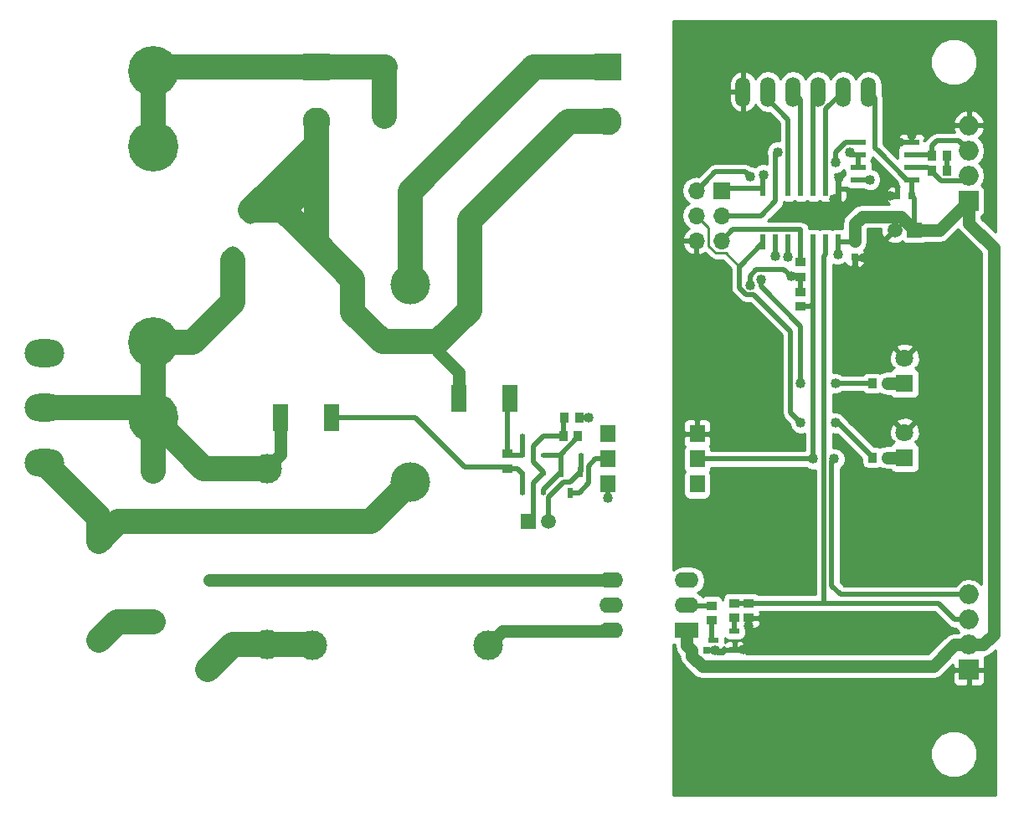
<source format=gbl>
G04 #@! TF.GenerationSoftware,KiCad,Pcbnew,no-vcs-found-f12b19d~59~ubuntu16.04.1*
G04 #@! TF.CreationDate,2017-08-22T16:20:07+03:00*
G04 #@! TF.ProjectId,ssr,7373722E6B696361645F706362000000,rev?*
G04 #@! TF.SameCoordinates,Original*
G04 #@! TF.FileFunction,Copper,L2,Bot,Signal*
G04 #@! TF.FilePolarity,Positive*
%FSLAX46Y46*%
G04 Gerber Fmt 4.6, Leading zero omitted, Abs format (unit mm)*
G04 Created by KiCad (PCBNEW no-vcs-found-f12b19d~59~ubuntu16.04.1) date Tue Aug 22 16:20:07 2017*
%MOMM*%
%LPD*%
G01*
G04 APERTURE LIST*
%ADD10R,0.800000X0.750000*%
%ADD11R,0.750000X0.800000*%
%ADD12O,1.998980X1.998980*%
%ADD13R,1.998980X1.998980*%
%ADD14R,0.600000X0.450000*%
%ADD15C,2.400000*%
%ADD16R,1.500000X1.800000*%
%ADD17O,2.400000X1.600000*%
%ADD18R,2.400000X1.600000*%
%ADD19C,2.000000*%
%ADD20R,1.800000X1.800000*%
%ADD21C,1.800000*%
%ADD22C,2.999740*%
%ADD23O,4.000000X2.800000*%
%ADD24C,5.080000*%
%ADD25O,1.506220X3.014980*%
%ADD26C,4.000500*%
%ADD27O,1.422400X2.844800*%
%ADD28R,1.000760X0.899160*%
%ADD29R,0.599440X1.000760*%
%ADD30R,0.899160X1.000760*%
%ADD31R,1.600200X2.692400*%
%ADD32R,1.000760X0.599440*%
%ADD33C,1.998980*%
%ADD34R,1.500000X1.500000*%
%ADD35C,1.500000*%
%ADD36R,0.600000X1.500000*%
%ADD37R,1.550000X0.600000*%
%ADD38O,1.700000X1.700000*%
%ADD39R,1.700000X1.700000*%
%ADD40R,2.800000X2.800000*%
%ADD41C,2.800000*%
%ADD42C,1.016000*%
%ADD43C,1.270000*%
%ADD44C,2.540000*%
%ADD45C,0.508000*%
%ADD46C,0.254000*%
G04 APERTURE END LIST*
D10*
X170000000Y-84500000D03*
X168500000Y-84500000D03*
D11*
X185000000Y-44750000D03*
X185000000Y-43250000D03*
D10*
X189250000Y-38500000D03*
X190750000Y-38500000D03*
D12*
X196500000Y-78880000D03*
D13*
X196500000Y-86500000D03*
D12*
X196500000Y-83960000D03*
X196500000Y-81420000D03*
X196500000Y-31420000D03*
D13*
X196500000Y-39040000D03*
D12*
X196500000Y-36500000D03*
X196500000Y-33960000D03*
D14*
X157278016Y-64769204D03*
X155178016Y-64769204D03*
X151368016Y-66674204D03*
X153468016Y-66674204D03*
X151368016Y-62864204D03*
X153468016Y-62864204D03*
X153468016Y-64769204D03*
X151368016Y-64769204D03*
X153468016Y-68579204D03*
X151368016Y-68579204D03*
D15*
X119500000Y-86500000D03*
X119500000Y-71500000D03*
D16*
X160024040Y-67690000D03*
X160024040Y-65150000D03*
X160024040Y-62610000D03*
X169035960Y-62610000D03*
X169035960Y-65150000D03*
X169030000Y-67690000D03*
D17*
X160380000Y-82500000D03*
X168000000Y-77420000D03*
X160380000Y-79960000D03*
X168000000Y-79960000D03*
X160380000Y-77420000D03*
D18*
X168000000Y-82500000D03*
D19*
X108500000Y-83500000D03*
X108500000Y-73500000D03*
D15*
X137500000Y-25500000D03*
X152500000Y-25500000D03*
D20*
X190000000Y-65000000D03*
D21*
X190000000Y-62460000D03*
D20*
X190000000Y-57500000D03*
D21*
X190000000Y-54960000D03*
D22*
X147890000Y-84000000D03*
X130110000Y-84000000D03*
D23*
X103000000Y-65524500D03*
X103000000Y-60000000D03*
X103000000Y-54475500D03*
D24*
X114000000Y-61000000D03*
X114000000Y-53380000D03*
X114000000Y-25948000D03*
X114000000Y-33568000D03*
D25*
X173650000Y-28000000D03*
X176190000Y-28000000D03*
X178730000Y-28000000D03*
X181270000Y-28000000D03*
X183810000Y-28000000D03*
X186350000Y-28000000D03*
D26*
X139999960Y-67500000D03*
X139999960Y-47500040D03*
D27*
X122111000Y-45040000D03*
X123889000Y-39960000D03*
D28*
X149878016Y-66156044D03*
X149878016Y-64652364D03*
D29*
X155275516Y-66465924D03*
X156228016Y-68579204D03*
X157180516Y-66465924D03*
D28*
X179500000Y-49751840D03*
X179500000Y-48248160D03*
D30*
X157096696Y-60959204D03*
X155593016Y-60959204D03*
X156979856Y-62864204D03*
X155476176Y-62864204D03*
D28*
X179500000Y-45248160D03*
X179500000Y-46751840D03*
X174250000Y-79748160D03*
X174250000Y-81251840D03*
X170500000Y-79998160D03*
X170500000Y-81501840D03*
D30*
X186748160Y-65000000D03*
X188251840Y-65000000D03*
X186748160Y-57500000D03*
X188251840Y-57500000D03*
D31*
X150078100Y-59000000D03*
X144921900Y-59000000D03*
X132078100Y-61000000D03*
X126921900Y-61000000D03*
D32*
X172806640Y-82547500D03*
X170693360Y-83500000D03*
X172806640Y-84452500D03*
D28*
X172750000Y-79748160D03*
X172750000Y-81251840D03*
D33*
X137420000Y-30500000D03*
X147580000Y-30500000D03*
D22*
X125500000Y-83890000D03*
X125500000Y-66110000D03*
D33*
X114000000Y-81620000D03*
X114000000Y-66380000D03*
D34*
X152000000Y-71500000D03*
D35*
X154000000Y-71500000D03*
D34*
X191000000Y-42000000D03*
D35*
X189000000Y-42000000D03*
D36*
X183310000Y-37800000D03*
X182040000Y-37800000D03*
X180770000Y-37800000D03*
X179500000Y-37800000D03*
X178230000Y-37800000D03*
X176960000Y-37800000D03*
X175690000Y-37800000D03*
X175690000Y-43200000D03*
X176960000Y-43200000D03*
X178230000Y-43200000D03*
X179500000Y-43200000D03*
X180770000Y-43200000D03*
X182040000Y-43200000D03*
X183310000Y-43200000D03*
D30*
X192748160Y-34500000D03*
X194251840Y-34500000D03*
X192748160Y-36000000D03*
X194251840Y-36000000D03*
D37*
X190700000Y-36905000D03*
X190700000Y-35635000D03*
X190700000Y-34365000D03*
X190700000Y-33095000D03*
X185300000Y-33095000D03*
X185300000Y-34365000D03*
X185300000Y-35635000D03*
X185300000Y-36905000D03*
D38*
X168960000Y-43080000D03*
X171500000Y-43080000D03*
X168960000Y-40540000D03*
X171500000Y-40540000D03*
X168960000Y-38000000D03*
D39*
X171500000Y-38000000D03*
D40*
X130500000Y-25500000D03*
D41*
X130500000Y-31000000D03*
X160000000Y-31000000D03*
D40*
X160000000Y-25500000D03*
D42*
X179516010Y-57500000D03*
X175500002Y-47000000D03*
X183000000Y-57500000D03*
X175723888Y-36385418D03*
X184493538Y-34156368D03*
X177167837Y-34110570D03*
X185000000Y-46000000D03*
X185921783Y-44835615D03*
X170818908Y-84540136D03*
X174265816Y-82056556D03*
X173738996Y-84434772D03*
X188501376Y-38499695D03*
X189493731Y-33118077D03*
X190696008Y-32354727D03*
X182880745Y-38897265D03*
X183336259Y-36676633D03*
X174364066Y-47567964D03*
X183246565Y-44453441D03*
X178529045Y-46690820D03*
X174372820Y-36623862D03*
X180770000Y-65150000D03*
X182897561Y-65143425D03*
X160009641Y-69095961D03*
X158025153Y-60994641D03*
X119685931Y-77375550D03*
X176921100Y-44610173D03*
X182994623Y-35177232D03*
X178241987Y-44717101D03*
X186505879Y-36904391D03*
X179500000Y-61500000D03*
X183000000Y-61500000D03*
D43*
X126921900Y-61000000D02*
X126921900Y-64688100D01*
X126921900Y-64688100D02*
X125500000Y-66110000D01*
X125921900Y-65688100D02*
X125500000Y-66110000D01*
D44*
X125500000Y-66110000D02*
X119110000Y-66110000D01*
X119110000Y-66110000D02*
X114000000Y-61000000D01*
X114000000Y-66380000D02*
X114000000Y-61000000D01*
X103000000Y-60000000D02*
X113000000Y-60000000D01*
X113000000Y-60000000D02*
X114000000Y-61000000D01*
X114000000Y-61000000D02*
X114000000Y-53380000D01*
X114000000Y-53380000D02*
X118000000Y-53380000D01*
X118000000Y-53380000D02*
X122000000Y-49380000D01*
X122111000Y-45040000D02*
X122111000Y-49269000D01*
X122111000Y-49269000D02*
X122000000Y-49380000D01*
D45*
X179516010Y-56781580D02*
X179516010Y-57500000D01*
X179516010Y-51734428D02*
X179516010Y-56781580D01*
X175500002Y-47718420D02*
X179516010Y-51734428D01*
X175500002Y-47000000D02*
X175500002Y-47718420D01*
X186748160Y-57500000D02*
X183000000Y-57500000D01*
X175690000Y-37800000D02*
X175690000Y-36419306D01*
X175690000Y-36419306D02*
X175723888Y-36385418D01*
X175690000Y-37800000D02*
X171700000Y-37800000D01*
X171700000Y-37800000D02*
X171500000Y-38000000D01*
D44*
X127140200Y-39960000D02*
X130500000Y-43319800D01*
X130500000Y-43319800D02*
X134189709Y-47009509D01*
X130500000Y-36600200D02*
X130500000Y-43319800D01*
X130500000Y-31000000D02*
X130500000Y-36600200D01*
X130500000Y-36600200D02*
X127140200Y-39960000D01*
X130500000Y-31000000D02*
X130500000Y-33349000D01*
X130500000Y-33349000D02*
X123889000Y-39960000D01*
D43*
X144921900Y-59000000D02*
X144921900Y-56383800D01*
X144921900Y-56383800D02*
X142788881Y-54250781D01*
X142788881Y-54250781D02*
X142788881Y-53310291D01*
D44*
X123889000Y-39960000D02*
X127140200Y-39960000D01*
X134189709Y-50288961D02*
X137211039Y-53310291D01*
X134189709Y-47009509D02*
X134189709Y-50288961D01*
X137211039Y-53310291D02*
X142788881Y-53310291D01*
X156000000Y-31000000D02*
X160000000Y-31000000D01*
X142788881Y-53310291D02*
X146000000Y-50099172D01*
X146000000Y-50099172D02*
X146000000Y-41000000D01*
X146000000Y-41000000D02*
X156000000Y-31000000D01*
D43*
X123889000Y-39960000D02*
X123960000Y-39960000D01*
D45*
X179500000Y-45248160D02*
X179500000Y-43200000D01*
X179500000Y-43200000D02*
X179499999Y-41941999D01*
X179499999Y-41941999D02*
X172638001Y-41941999D01*
X172638001Y-41941999D02*
X171500000Y-43080000D01*
X185300000Y-34365000D02*
X184702170Y-34365000D01*
X184702170Y-34365000D02*
X184493538Y-34156368D01*
X176960000Y-37800000D02*
X176960000Y-34318407D01*
X176960000Y-34318407D02*
X177167837Y-34110570D01*
X185300000Y-35635000D02*
X185300000Y-34365000D01*
X176960000Y-37800000D02*
X176960000Y-39058000D01*
X176960000Y-39058000D02*
X175478000Y-40540000D01*
X175478000Y-40540000D02*
X172702081Y-40540000D01*
X172702081Y-40540000D02*
X171500000Y-40540000D01*
X185000000Y-44848360D02*
X185000000Y-46000000D01*
X185000000Y-44848360D02*
X185909038Y-44848360D01*
X185909038Y-44848360D02*
X185921783Y-44835615D01*
X170001840Y-84500000D02*
X170778772Y-84500000D01*
X170778772Y-84500000D02*
X170818908Y-84540136D01*
X174250000Y-81251840D02*
X174250000Y-82040740D01*
X174250000Y-82040740D02*
X174265816Y-82056556D01*
X172806640Y-84452500D02*
X173721268Y-84452500D01*
X173721268Y-84452500D02*
X173738996Y-84434772D01*
X189250000Y-38500000D02*
X188501681Y-38500000D01*
X188501681Y-38500000D02*
X188501376Y-38499695D01*
X190700000Y-33095000D02*
X189516808Y-33095000D01*
X189516808Y-33095000D02*
X189493731Y-33118077D01*
X190700000Y-33095000D02*
X190700000Y-32358719D01*
X190700000Y-32358719D02*
X190696008Y-32354727D01*
X183310000Y-37800000D02*
X183310000Y-38468010D01*
X183310000Y-38468010D02*
X182880745Y-38897265D01*
X183310000Y-37800000D02*
X183310000Y-36702892D01*
X183310000Y-36702892D02*
X183336259Y-36676633D01*
X181855111Y-44642889D02*
X181855111Y-79603271D01*
X182040000Y-44458000D02*
X181855111Y-44642889D01*
X182040000Y-43200000D02*
X182040000Y-44458000D01*
X181855111Y-79603271D02*
X182000000Y-79748160D01*
X193414668Y-79748160D02*
X182000000Y-79748160D01*
X182000000Y-79748160D02*
X175258380Y-79748160D01*
X196500000Y-81420000D02*
X195086508Y-81420000D01*
X195086508Y-81420000D02*
X193414668Y-79748160D01*
X175258380Y-79748160D02*
X174250000Y-79748160D01*
X172750000Y-79748160D02*
X174250000Y-79748160D01*
X174300800Y-79748160D02*
X174250000Y-79748160D01*
X178529045Y-46690820D02*
X177822224Y-45983999D01*
X177822224Y-45983999D02*
X175012319Y-45983999D01*
X175012319Y-45983999D02*
X174364066Y-46632252D01*
X174364066Y-46632252D02*
X174364066Y-46849544D01*
X174364066Y-46849544D02*
X174364066Y-47567964D01*
X183310000Y-43200000D02*
X183310000Y-44390006D01*
X183310000Y-44390006D02*
X183246565Y-44453441D01*
X174372820Y-36623862D02*
X173864821Y-36115863D01*
X173864821Y-36115863D02*
X170844137Y-36115863D01*
X170844137Y-36115863D02*
X169809999Y-37150001D01*
X169809999Y-37150001D02*
X168960000Y-38000000D01*
X178529045Y-46690820D02*
X179438980Y-46690820D01*
X179438980Y-46690820D02*
X179500000Y-46751840D01*
D43*
X196500000Y-39040000D02*
X196500000Y-41309490D01*
X196500000Y-41309490D02*
X199000000Y-43809490D01*
X199000000Y-43809490D02*
X199000000Y-82873492D01*
X199000000Y-82873492D02*
X197913492Y-83960000D01*
X197913492Y-83960000D02*
X196500000Y-83960000D01*
X169559578Y-86150700D02*
X192895808Y-86150700D01*
X192895808Y-86150700D02*
X195086508Y-83960000D01*
X195086508Y-83960000D02*
X196500000Y-83960000D01*
X168498160Y-84500000D02*
X168498160Y-85089282D01*
X168498160Y-85089282D02*
X169559578Y-86150700D01*
X168000000Y-82500000D02*
X168000000Y-84001840D01*
X168000000Y-84001840D02*
X168498160Y-84500000D01*
D45*
X186350000Y-28000000D02*
X187000000Y-28650000D01*
X187000000Y-28650000D02*
X187000000Y-33680000D01*
X187000000Y-33680000D02*
X187320000Y-34000000D01*
X190225000Y-36905000D02*
X187320000Y-34000000D01*
X187320000Y-34000000D02*
X186993760Y-33673760D01*
X190700000Y-36905000D02*
X190225000Y-36905000D01*
X179500000Y-46751840D02*
X179500000Y-48248160D01*
X183310000Y-43200000D02*
X184951640Y-43200000D01*
X184951640Y-43200000D02*
X185000000Y-43151640D01*
D43*
X185000000Y-43151640D02*
X185000000Y-41331730D01*
X185000000Y-41331730D02*
X185716731Y-40614999D01*
X189614999Y-40614999D02*
X191000000Y-42000000D01*
X185716731Y-40614999D02*
X189614999Y-40614999D01*
D45*
X190750000Y-38500000D02*
X190750000Y-36955000D01*
X190750000Y-36955000D02*
X190700000Y-36905000D01*
X191000000Y-42000000D02*
X191000000Y-38750000D01*
X191000000Y-38750000D02*
X190750000Y-38500000D01*
D43*
X191000000Y-42000000D02*
X193540000Y-42000000D01*
X193540000Y-42000000D02*
X196500000Y-39040000D01*
D45*
X182642041Y-77972230D02*
X182642041Y-65398945D01*
X182642041Y-65398945D02*
X182897561Y-65143425D01*
X183549811Y-78880000D02*
X182642041Y-77972230D01*
X196500000Y-78880000D02*
X183549811Y-78880000D01*
X180770000Y-49490220D02*
X180770000Y-65150000D01*
X180770000Y-65150000D02*
X169035960Y-65150000D01*
X180770000Y-43200000D02*
X180770000Y-49490220D01*
X180770000Y-49490220D02*
X180508380Y-49751840D01*
X180508380Y-49751840D02*
X179500000Y-49751840D01*
D44*
X114000000Y-81620000D02*
X110380000Y-81620000D01*
X110380000Y-81620000D02*
X108500000Y-83500000D01*
X125500000Y-83890000D02*
X130000000Y-83890000D01*
X130000000Y-83890000D02*
X130110000Y-84000000D01*
X125500000Y-83890000D02*
X122110000Y-83890000D01*
X122110000Y-83890000D02*
X119500000Y-86500000D01*
X114000000Y-25948000D02*
X114448000Y-25500000D01*
X114448000Y-25500000D02*
X130500000Y-25500000D01*
D45*
X157180516Y-66465924D02*
X156172136Y-67474304D01*
X156172136Y-67474304D02*
X155525696Y-67474304D01*
X154000000Y-69000000D02*
X154000000Y-70439340D01*
X155525696Y-67474304D02*
X154000000Y-69000000D01*
X154000000Y-70439340D02*
X154000000Y-71500000D01*
X157283016Y-64769204D02*
X157283016Y-66363424D01*
X157283016Y-66363424D02*
X157180516Y-66465924D01*
X153473016Y-66674204D02*
X153403016Y-66674204D01*
X153403016Y-66674204D02*
X152500000Y-67577220D01*
X152500000Y-67577220D02*
X152500000Y-71000000D01*
X152500000Y-71000000D02*
X152000000Y-71500000D01*
X153473016Y-66674204D02*
X153473016Y-66473016D01*
X153473016Y-66473016D02*
X152500000Y-65500000D01*
X152500000Y-65500000D02*
X152500000Y-63837220D01*
X152500000Y-63837220D02*
X153473016Y-62864204D01*
X155476176Y-62864204D02*
X155476176Y-61076044D01*
X155476176Y-61076044D02*
X155593016Y-60959204D01*
X153473016Y-62864204D02*
X155476176Y-62864204D01*
X132078100Y-61000000D02*
X140500000Y-61000000D01*
X140500000Y-61000000D02*
X145500000Y-66000000D01*
X145500000Y-66000000D02*
X149671172Y-66000000D01*
X149827216Y-66156044D02*
X149878016Y-66156044D01*
X149671172Y-66000000D02*
X149827216Y-66156044D01*
X132078100Y-60421900D02*
X132078100Y-61000000D01*
X151363016Y-68579204D02*
X151363016Y-66674204D01*
X149878016Y-66156044D02*
X150844856Y-66156044D01*
X150844856Y-66156044D02*
X151363016Y-66674204D01*
X149878016Y-64652364D02*
X149878016Y-59200084D01*
X149878016Y-59200084D02*
X150078100Y-59000000D01*
X151363016Y-62864204D02*
X151363016Y-64769204D01*
X151363016Y-64769204D02*
X149994856Y-64769204D01*
X149994856Y-64769204D02*
X149878016Y-64652364D01*
D43*
X188251840Y-57500000D02*
X190000000Y-57500000D01*
X188251840Y-65000000D02*
X190000000Y-65000000D01*
D45*
X153473016Y-68579204D02*
X153473016Y-68268424D01*
X153473016Y-68268424D02*
X155275516Y-66465924D01*
X156979856Y-62864204D02*
X156979856Y-62962364D01*
X156979856Y-62962364D02*
X155173016Y-64769204D01*
X155275516Y-66465924D02*
X155275516Y-64871704D01*
X155275516Y-64871704D02*
X155173016Y-64769204D01*
X153473016Y-64769204D02*
X155173016Y-64769204D01*
X158063671Y-67618637D02*
X157103104Y-68579204D01*
X157103104Y-68579204D02*
X156228016Y-68579204D01*
X158063671Y-65852369D02*
X158063671Y-67618637D01*
X160024040Y-65150000D02*
X158766040Y-65150000D01*
X158766040Y-65150000D02*
X158063671Y-65852369D01*
D44*
X137420000Y-30500000D02*
X137420000Y-25580000D01*
X137420000Y-25580000D02*
X137500000Y-25500000D01*
X130500000Y-25500000D02*
X137500000Y-25500000D01*
X114000000Y-33568000D02*
X114000000Y-25948000D01*
D43*
X160440000Y-82540000D02*
X149350000Y-82540000D01*
X149350000Y-82540000D02*
X147890000Y-84000000D01*
D45*
X160009641Y-69095961D02*
X160009641Y-67704399D01*
X160009641Y-67704399D02*
X160024040Y-67690000D01*
X157096696Y-60959204D02*
X157989716Y-60959204D01*
X157989716Y-60959204D02*
X158025153Y-60994641D01*
X170500000Y-79998160D02*
X168038160Y-79998160D01*
X168038160Y-79998160D02*
X168000000Y-79960000D01*
D43*
X119685931Y-77375550D02*
X160335550Y-77375550D01*
X160335550Y-77375550D02*
X160380000Y-77420000D01*
D45*
X178230000Y-37800000D02*
X178230000Y-30794380D01*
X178230000Y-30794380D02*
X176190000Y-28754380D01*
X176190000Y-28754380D02*
X176190000Y-28000000D01*
X179500000Y-37800000D02*
X179500000Y-28770000D01*
X179500000Y-28770000D02*
X178730000Y-28000000D01*
X180770000Y-37800000D02*
X180770000Y-28500000D01*
X180770000Y-28500000D02*
X181270000Y-28000000D01*
X182040000Y-37800000D02*
X182040000Y-29770000D01*
X182040000Y-29770000D02*
X183810000Y-28000000D01*
X172750000Y-81251840D02*
X172750000Y-82490860D01*
X172750000Y-82490860D02*
X172806640Y-82547500D01*
X170500000Y-81501840D02*
X170500000Y-83306640D01*
X170500000Y-83306640D02*
X170693360Y-83500000D01*
X185300000Y-33095000D02*
X184017000Y-33095000D01*
X184017000Y-33095000D02*
X182994623Y-34117377D01*
X182994623Y-34117377D02*
X182994623Y-34458812D01*
X182994623Y-34458812D02*
X182994623Y-35177232D01*
X176921100Y-44610173D02*
X176921100Y-43238900D01*
X176921100Y-43238900D02*
X176960000Y-43200000D01*
X178241987Y-44717101D02*
X178241987Y-43211987D01*
X178241987Y-43211987D02*
X178230000Y-43200000D01*
X185300000Y-36905000D02*
X186505270Y-36905000D01*
X186505270Y-36905000D02*
X186505879Y-36904391D01*
X192748160Y-36000000D02*
X192748160Y-36050800D01*
X192748160Y-36050800D02*
X193697360Y-37000000D01*
X193697360Y-37000000D02*
X196000000Y-37000000D01*
X196000000Y-37000000D02*
X196500000Y-36500000D01*
X190700000Y-35635000D02*
X192383160Y-35635000D01*
X192383160Y-35635000D02*
X192748160Y-36000000D01*
X190700000Y-34365000D02*
X192613160Y-34365000D01*
X192613160Y-34365000D02*
X192748160Y-34500000D01*
X192748160Y-34500000D02*
X192748160Y-33491620D01*
X192748160Y-33491620D02*
X193279269Y-32960511D01*
X195500511Y-32960511D02*
X196500000Y-33960000D01*
X193279269Y-32960511D02*
X195500511Y-32960511D01*
X194251840Y-36000000D02*
X194251840Y-34500000D01*
D44*
X119500000Y-71500000D02*
X135999960Y-71500000D01*
X135999960Y-71500000D02*
X139999960Y-67500000D01*
X119500000Y-71500000D02*
X110500000Y-71500000D01*
X110500000Y-71500000D02*
X108500000Y-73500000D01*
X108500000Y-73500000D02*
X108500000Y-71024500D01*
X108500000Y-71024500D02*
X103000000Y-65524500D01*
X139999960Y-47500040D02*
X139999960Y-38080040D01*
X139999960Y-38080040D02*
X147580000Y-30500000D01*
X152500000Y-25500000D02*
X160000000Y-25500000D01*
X152500000Y-25500000D02*
X152500000Y-25580000D01*
X152500000Y-25580000D02*
X147580000Y-30500000D01*
D46*
X170909119Y-44311001D02*
X171916715Y-44311001D01*
X171916715Y-44311001D02*
X173302857Y-45697143D01*
X170200000Y-41780000D02*
X170200000Y-43601882D01*
X168960000Y-40540000D02*
X170200000Y-41780000D01*
X170200000Y-43601882D02*
X170909119Y-44311001D01*
D45*
X175690000Y-43200000D02*
X175690000Y-43310000D01*
X175690000Y-43310000D02*
X173302857Y-45697143D01*
X173302857Y-45697143D02*
X173302857Y-47821923D01*
X173302857Y-47821923D02*
X173980934Y-48500000D01*
X173980934Y-48500000D02*
X174736587Y-48500000D01*
X174736587Y-48500000D02*
X178500000Y-52263413D01*
X178500000Y-52263413D02*
X178500000Y-60500000D01*
X178500000Y-60500000D02*
X178992001Y-60992001D01*
X178992001Y-60992001D02*
X179500000Y-61500000D01*
X183298960Y-61500000D02*
X183000000Y-61500000D01*
X186748160Y-64949200D02*
X183298960Y-61500000D01*
X186748160Y-65000000D02*
X186748160Y-64949200D01*
D46*
X166627000Y-83904871D02*
X166627000Y-83904871D01*
X166627000Y-84146171D02*
X166766709Y-84146171D01*
X166627000Y-84387471D02*
X166814706Y-84387471D01*
X166627000Y-84628771D02*
X166930271Y-84628771D01*
X199029459Y-84628771D02*
X199182300Y-84628771D01*
X166627000Y-84870071D02*
X167091502Y-84870071D01*
X198779368Y-84870071D02*
X199182300Y-84870071D01*
X166627000Y-85111371D02*
X167240553Y-85111371D01*
X198418237Y-85111371D02*
X199182300Y-85111371D01*
X166627000Y-85352671D02*
X167288551Y-85352671D01*
X198125572Y-85352671D02*
X199182300Y-85352671D01*
X166627000Y-85593971D02*
X167346751Y-85593971D01*
X198134490Y-85593971D02*
X199182300Y-85593971D01*
X166627000Y-85835271D02*
X167507983Y-85835271D01*
X198134490Y-85835271D02*
X199182300Y-85835271D01*
X166627000Y-86076571D02*
X167700711Y-86076571D01*
X194754675Y-86076571D02*
X194865510Y-86076571D01*
X198134490Y-86076571D02*
X199182300Y-86076571D01*
X166627000Y-86317871D02*
X167942011Y-86317871D01*
X194513375Y-86317871D02*
X194969131Y-86317871D01*
X198030869Y-86317871D02*
X199182300Y-86317871D01*
X166627000Y-86559171D02*
X168183311Y-86559171D01*
X194272075Y-86559171D02*
X199182300Y-86559171D01*
X166627000Y-86800471D02*
X168424611Y-86800471D01*
X194030775Y-86800471D02*
X194865510Y-86800471D01*
X196373000Y-86800471D02*
X196627000Y-86800471D01*
X198134490Y-86800471D02*
X199182300Y-86800471D01*
X166627000Y-87041771D02*
X168665911Y-87041771D01*
X193789475Y-87041771D02*
X194865510Y-87041771D01*
X196373000Y-87041771D02*
X196627000Y-87041771D01*
X198134490Y-87041771D02*
X199182300Y-87041771D01*
X166627000Y-87283071D02*
X169026397Y-87283071D01*
X193428988Y-87283071D02*
X194865510Y-87283071D01*
X196373000Y-87283071D02*
X196627000Y-87283071D01*
X198134490Y-87283071D02*
X199182300Y-87283071D01*
X166627000Y-87524371D02*
X194865510Y-87524371D01*
X196373000Y-87524371D02*
X196627000Y-87524371D01*
X198134490Y-87524371D02*
X199182300Y-87524371D01*
X166627000Y-87765671D02*
X194923446Y-87765671D01*
X196373000Y-87765671D02*
X196627000Y-87765671D01*
X198076553Y-87765671D02*
X199182300Y-87765671D01*
X166627000Y-88006971D02*
X195109965Y-88006971D01*
X196341769Y-88006971D02*
X196658231Y-88006971D01*
X197890034Y-88006971D02*
X199182300Y-88006971D01*
X166627000Y-88248271D02*
X199182300Y-88248271D01*
X166627000Y-88489571D02*
X199182300Y-88489571D01*
X166627000Y-88730871D02*
X199182300Y-88730871D01*
X166627000Y-88972171D02*
X199182300Y-88972171D01*
X166627000Y-89213471D02*
X199182300Y-89213471D01*
X166627000Y-89454771D02*
X199182300Y-89454771D01*
X166627000Y-89696071D02*
X199182300Y-89696071D01*
X166627000Y-89937371D02*
X199182300Y-89937371D01*
X166627000Y-90178671D02*
X199182300Y-90178671D01*
X166627000Y-90419971D02*
X199182300Y-90419971D01*
X166627000Y-90661271D02*
X199182300Y-90661271D01*
X166627000Y-90902571D02*
X199182300Y-90902571D01*
X166627000Y-91143871D02*
X199182300Y-91143871D01*
X166627000Y-91385171D02*
X199182300Y-91385171D01*
X166627000Y-91626471D02*
X199182300Y-91626471D01*
X166627000Y-91867771D02*
X199182300Y-91867771D01*
X166627000Y-92109071D02*
X199182300Y-92109071D01*
X166627000Y-92350371D02*
X199182300Y-92350371D01*
X166627000Y-92591671D02*
X199182300Y-92591671D01*
X166627000Y-92832971D02*
X194017970Y-92832971D01*
X195983829Y-92832971D02*
X199182300Y-92832971D01*
X166627000Y-93074271D02*
X193564304Y-93074271D01*
X196438707Y-93074271D02*
X199182300Y-93074271D01*
X166627000Y-93315571D02*
X193322583Y-93315571D01*
X196679587Y-93315571D02*
X199182300Y-93315571D01*
X166627000Y-93556871D02*
X193080861Y-93556871D01*
X196920466Y-93556871D02*
X199182300Y-93556871D01*
X166627000Y-93798171D02*
X192925758Y-93798171D01*
X197076997Y-93798171D02*
X199182300Y-93798171D01*
X166627000Y-94039471D02*
X192825562Y-94039471D01*
X197176701Y-94039471D02*
X199182300Y-94039471D01*
X166627000Y-94280771D02*
X192725365Y-94280771D01*
X197276404Y-94280771D02*
X199182300Y-94280771D01*
X166627000Y-94522071D02*
X192625169Y-94522071D01*
X197376107Y-94522071D02*
X199182300Y-94522071D01*
X166627000Y-94763371D02*
X192624226Y-94763371D01*
X197378345Y-94763371D02*
X199182300Y-94763371D01*
X166627000Y-95004671D02*
X192624015Y-95004671D01*
X197378135Y-95004671D02*
X199182300Y-95004671D01*
X166627000Y-95245971D02*
X192623805Y-95245971D01*
X197377924Y-95245971D02*
X199182300Y-95245971D01*
X166627000Y-95487271D02*
X192630955Y-95487271D01*
X197372066Y-95487271D02*
X199182300Y-95487271D01*
X166627000Y-95728571D02*
X192730658Y-95728571D01*
X197271869Y-95728571D02*
X199182300Y-95728571D01*
X166627000Y-95969871D02*
X192830361Y-95969871D01*
X197171673Y-95969871D02*
X199182300Y-95969871D01*
X166627000Y-96211171D02*
X192930064Y-96211171D01*
X197071476Y-96211171D02*
X199182300Y-96211171D01*
X166627000Y-96452471D02*
X193093535Y-96452471D01*
X196909416Y-96452471D02*
X199182300Y-96452471D01*
X166627000Y-96693771D02*
X193334415Y-96693771D01*
X196667695Y-96693771D02*
X199182300Y-96693771D01*
X166627000Y-96935071D02*
X193575294Y-96935071D01*
X196425973Y-96935071D02*
X199182300Y-96935071D01*
X166627000Y-97176371D02*
X194046897Y-97176371D01*
X195955482Y-97176371D02*
X199182300Y-97176371D01*
X166627000Y-97417671D02*
X199182300Y-97417671D01*
X166627000Y-97658971D02*
X199182300Y-97658971D01*
X166627000Y-97900271D02*
X199182300Y-97900271D01*
X166627000Y-98141571D02*
X199182300Y-98141571D01*
X166627000Y-98382871D02*
X199182300Y-98382871D01*
X166627000Y-98624171D02*
X199182300Y-98624171D01*
X166627000Y-98865471D02*
X199182300Y-98865471D01*
X166627000Y-99106771D02*
X199182300Y-99106771D01*
X199182300Y-84475930D02*
X199182300Y-99182500D01*
X198941000Y-84717230D02*
X198941000Y-99182500D01*
X198699700Y-84923304D02*
X198699700Y-99182500D01*
X198458400Y-85084535D02*
X198458400Y-99182500D01*
X198217100Y-85161609D02*
X198217100Y-99182500D01*
X197975800Y-86372940D02*
X197975800Y-86627060D01*
X197975800Y-87921206D02*
X197975800Y-99182500D01*
X197734500Y-86373000D02*
X197734500Y-86627000D01*
X197734500Y-88089465D02*
X197734500Y-99182500D01*
X197493200Y-86373000D02*
X197493200Y-86627000D01*
X197493200Y-88134490D02*
X197493200Y-99182500D01*
X197251900Y-86373000D02*
X197251900Y-86627000D01*
X197251900Y-88134490D02*
X197251900Y-94221469D01*
X197251900Y-95776664D02*
X197251900Y-99182500D01*
X197010600Y-86373000D02*
X197010600Y-86627000D01*
X197010600Y-88134490D02*
X197010600Y-93647164D01*
X197010600Y-96351465D02*
X197010600Y-99182500D01*
X196769300Y-86373000D02*
X196769300Y-86627000D01*
X196769300Y-88118040D02*
X196769300Y-93405442D01*
X196769300Y-96592344D02*
X196769300Y-99182500D01*
X196528000Y-86353000D02*
X196528000Y-86627000D01*
X196528000Y-86627000D02*
X196528000Y-93163721D01*
X196528000Y-96833223D02*
X196528000Y-99182500D01*
X196286700Y-86373000D02*
X196286700Y-86627000D01*
X196286700Y-88062040D02*
X196286700Y-92958735D01*
X196286700Y-97039515D02*
X196286700Y-99182500D01*
X196045400Y-86373000D02*
X196045400Y-86627000D01*
X196045400Y-88134490D02*
X196045400Y-92858538D01*
X196045400Y-97139218D02*
X196045400Y-99182500D01*
X195804100Y-86373000D02*
X195804100Y-86627000D01*
X195804100Y-88134490D02*
X195804100Y-92758341D01*
X195804100Y-97238921D02*
X195804100Y-99182500D01*
X195562800Y-86373000D02*
X195562800Y-86627000D01*
X195562800Y-88134490D02*
X195562800Y-92658145D01*
X195562800Y-97338624D02*
X195562800Y-99182500D01*
X195321500Y-86373000D02*
X195321500Y-86627000D01*
X195321500Y-88112660D02*
X195321500Y-92621960D01*
X195321500Y-97376079D02*
X195321500Y-99182500D01*
X195080200Y-86373000D02*
X195080200Y-86627000D01*
X195080200Y-87977205D02*
X195080200Y-92621749D01*
X195080200Y-97375869D02*
X195080200Y-99182500D01*
X194838900Y-85992346D02*
X194838900Y-86785750D01*
X194838900Y-86785750D02*
X194838900Y-92621539D01*
X194838900Y-97375658D02*
X194838900Y-99182500D01*
X194597600Y-86233646D02*
X194597600Y-86785750D01*
X194597600Y-86785750D02*
X194597600Y-92621328D01*
X194597600Y-97375448D02*
X194597600Y-99182500D01*
X194356300Y-86474946D02*
X194356300Y-86785750D01*
X194356300Y-86785750D02*
X194356300Y-92693175D01*
X194356300Y-97304846D02*
X194356300Y-99182500D01*
X194115000Y-86716246D02*
X194115000Y-86785750D01*
X194115000Y-86785750D02*
X194115000Y-92792878D01*
X194115000Y-97204649D02*
X194115000Y-99182500D01*
X193873700Y-86957546D02*
X193873700Y-92892581D01*
X193873700Y-97104452D02*
X193873700Y-99182500D01*
X193632400Y-87147156D02*
X193632400Y-93006293D01*
X193632400Y-96992276D02*
X193632400Y-99182500D01*
X193391100Y-87308388D02*
X193391100Y-93247172D01*
X193391100Y-96750554D02*
X193391100Y-99182500D01*
X193149800Y-87362178D02*
X193149800Y-93488051D01*
X193149800Y-96508833D02*
X193149800Y-99182500D01*
X192908500Y-87410176D02*
X192908500Y-93839732D01*
X192908500Y-96158981D02*
X192908500Y-99182500D01*
X192667200Y-87412700D02*
X192667200Y-94420847D01*
X192667200Y-95574990D02*
X192667200Y-99182500D01*
X192425900Y-87412700D02*
X192425900Y-95469492D01*
X192425900Y-95469492D02*
X192425900Y-99182500D01*
X192184600Y-87412700D02*
X192184600Y-95469492D01*
X192184600Y-95469492D02*
X192184600Y-99182500D01*
X191943300Y-87412700D02*
X191943300Y-95469492D01*
X191943300Y-95469492D02*
X191943300Y-99182500D01*
X191702000Y-87412700D02*
X191702000Y-95469492D01*
X191702000Y-95469492D02*
X191702000Y-99182500D01*
X191460700Y-87412700D02*
X191460700Y-95469492D01*
X191460700Y-95469492D02*
X191460700Y-99182500D01*
X191219400Y-87412700D02*
X191219400Y-95469492D01*
X191219400Y-95469492D02*
X191219400Y-99182500D01*
X190978100Y-87412700D02*
X190978100Y-95469492D01*
X190978100Y-95469492D02*
X190978100Y-99182500D01*
X190736800Y-87412700D02*
X190736800Y-95469492D01*
X190736800Y-95469492D02*
X190736800Y-99182500D01*
X190495500Y-87412700D02*
X190495500Y-95469492D01*
X190495500Y-95469492D02*
X190495500Y-99182500D01*
X190254200Y-87412700D02*
X190254200Y-95469492D01*
X190254200Y-95469492D02*
X190254200Y-99182500D01*
X190012900Y-87412700D02*
X190012900Y-95469492D01*
X190012900Y-95469492D02*
X190012900Y-99182500D01*
X189771600Y-87412700D02*
X189771600Y-95469492D01*
X189771600Y-95469492D02*
X189771600Y-99182500D01*
X189530300Y-87412700D02*
X189530300Y-95469492D01*
X189530300Y-95469492D02*
X189530300Y-99182500D01*
X189289000Y-87412700D02*
X189289000Y-95469492D01*
X189289000Y-95469492D02*
X189289000Y-99182500D01*
X189047700Y-87412700D02*
X189047700Y-95469492D01*
X189047700Y-95469492D02*
X189047700Y-99182500D01*
X188806400Y-87412700D02*
X188806400Y-95469492D01*
X188806400Y-95469492D02*
X188806400Y-99182500D01*
X188565100Y-87412700D02*
X188565100Y-95469492D01*
X188565100Y-95469492D02*
X188565100Y-99182500D01*
X188323800Y-87412700D02*
X188323800Y-95469492D01*
X188323800Y-95469492D02*
X188323800Y-99182500D01*
X188082500Y-87412700D02*
X188082500Y-95469492D01*
X188082500Y-95469492D02*
X188082500Y-99182500D01*
X187841200Y-87412700D02*
X187841200Y-95469492D01*
X187841200Y-95469492D02*
X187841200Y-99182500D01*
X187599900Y-87412700D02*
X187599900Y-95469492D01*
X187599900Y-95469492D02*
X187599900Y-99182500D01*
X187358600Y-87412700D02*
X187358600Y-95469492D01*
X187358600Y-95469492D02*
X187358600Y-99182500D01*
X187117300Y-87412700D02*
X187117300Y-95469492D01*
X187117300Y-95469492D02*
X187117300Y-99182500D01*
X186876000Y-87412700D02*
X186876000Y-95469492D01*
X186876000Y-95469492D02*
X186876000Y-99182500D01*
X186634700Y-87412700D02*
X186634700Y-95469492D01*
X186634700Y-95469492D02*
X186634700Y-99182500D01*
X186393400Y-87412700D02*
X186393400Y-95469492D01*
X186393400Y-95469492D02*
X186393400Y-99182500D01*
X186152100Y-87412700D02*
X186152100Y-95469492D01*
X186152100Y-95469492D02*
X186152100Y-99182500D01*
X185910800Y-87412700D02*
X185910800Y-95469492D01*
X185910800Y-95469492D02*
X185910800Y-99182500D01*
X185669500Y-87412700D02*
X185669500Y-95469492D01*
X185669500Y-95469492D02*
X185669500Y-99182500D01*
X185428200Y-87412700D02*
X185428200Y-95469492D01*
X185428200Y-95469492D02*
X185428200Y-99182500D01*
X185186900Y-87412700D02*
X185186900Y-95469492D01*
X185186900Y-95469492D02*
X185186900Y-99182500D01*
X184945600Y-87412700D02*
X184945600Y-95469492D01*
X184945600Y-95469492D02*
X184945600Y-99182500D01*
X184704300Y-87412700D02*
X184704300Y-95469492D01*
X184704300Y-95469492D02*
X184704300Y-99182500D01*
X184463000Y-87412700D02*
X184463000Y-95469492D01*
X184463000Y-95469492D02*
X184463000Y-99182500D01*
X184221700Y-87412700D02*
X184221700Y-95469492D01*
X184221700Y-95469492D02*
X184221700Y-99182500D01*
X183980400Y-87412700D02*
X183980400Y-95469492D01*
X183980400Y-95469492D02*
X183980400Y-99182500D01*
X183739100Y-87412700D02*
X183739100Y-95469492D01*
X183739100Y-95469492D02*
X183739100Y-99182500D01*
X183497800Y-87412700D02*
X183497800Y-95469492D01*
X183497800Y-95469492D02*
X183497800Y-99182500D01*
X183256500Y-87412700D02*
X183256500Y-95469492D01*
X183256500Y-95469492D02*
X183256500Y-99182500D01*
X183015200Y-87412700D02*
X183015200Y-95469492D01*
X183015200Y-95469492D02*
X183015200Y-99182500D01*
X182773900Y-87412700D02*
X182773900Y-95469492D01*
X182773900Y-95469492D02*
X182773900Y-99182500D01*
X182532600Y-87412700D02*
X182532600Y-95469492D01*
X182532600Y-95469492D02*
X182532600Y-99182500D01*
X182291300Y-87412700D02*
X182291300Y-95469492D01*
X182291300Y-95469492D02*
X182291300Y-99182500D01*
X182050000Y-87412700D02*
X182050000Y-95469492D01*
X182050000Y-95469492D02*
X182050000Y-99182500D01*
X181808700Y-87412700D02*
X181808700Y-95469492D01*
X181808700Y-95469492D02*
X181808700Y-99182500D01*
X181567400Y-87412700D02*
X181567400Y-95469492D01*
X181567400Y-95469492D02*
X181567400Y-99182500D01*
X181326100Y-87412700D02*
X181326100Y-95469492D01*
X181326100Y-95469492D02*
X181326100Y-99182500D01*
X181084800Y-87412700D02*
X181084800Y-95469492D01*
X181084800Y-95469492D02*
X181084800Y-99182500D01*
X180843500Y-87412700D02*
X180843500Y-95469492D01*
X180843500Y-95469492D02*
X180843500Y-99182500D01*
X180602200Y-87412700D02*
X180602200Y-95469492D01*
X180602200Y-95469492D02*
X180602200Y-99182500D01*
X180360900Y-87412700D02*
X180360900Y-95469492D01*
X180360900Y-95469492D02*
X180360900Y-99182500D01*
X180119600Y-87412700D02*
X180119600Y-95469492D01*
X180119600Y-95469492D02*
X180119600Y-99182500D01*
X179878300Y-87412700D02*
X179878300Y-95469492D01*
X179878300Y-95469492D02*
X179878300Y-99182500D01*
X179637000Y-87412700D02*
X179637000Y-95469492D01*
X179637000Y-95469492D02*
X179637000Y-99182500D01*
X179395700Y-87412700D02*
X179395700Y-95469492D01*
X179395700Y-95469492D02*
X179395700Y-99182500D01*
X179154400Y-87412700D02*
X179154400Y-95469492D01*
X179154400Y-95469492D02*
X179154400Y-99182500D01*
X178913100Y-87412700D02*
X178913100Y-95469492D01*
X178913100Y-95469492D02*
X178913100Y-99182500D01*
X178671800Y-87412700D02*
X178671800Y-95469492D01*
X178671800Y-95469492D02*
X178671800Y-99182500D01*
X178430500Y-87412700D02*
X178430500Y-95469492D01*
X178430500Y-95469492D02*
X178430500Y-99182500D01*
X178189200Y-87412700D02*
X178189200Y-95469492D01*
X178189200Y-95469492D02*
X178189200Y-99182500D01*
X177947900Y-87412700D02*
X177947900Y-95469492D01*
X177947900Y-95469492D02*
X177947900Y-99182500D01*
X177706600Y-87412700D02*
X177706600Y-95469492D01*
X177706600Y-95469492D02*
X177706600Y-99182500D01*
X177465300Y-87412700D02*
X177465300Y-95469492D01*
X177465300Y-95469492D02*
X177465300Y-99182500D01*
X177224000Y-87412700D02*
X177224000Y-95469492D01*
X177224000Y-95469492D02*
X177224000Y-99182500D01*
X176982700Y-87412700D02*
X176982700Y-95469492D01*
X176982700Y-95469492D02*
X176982700Y-99182500D01*
X176741400Y-87412700D02*
X176741400Y-95469492D01*
X176741400Y-95469492D02*
X176741400Y-99182500D01*
X176500100Y-87412700D02*
X176500100Y-95469492D01*
X176500100Y-95469492D02*
X176500100Y-99182500D01*
X176258800Y-87412700D02*
X176258800Y-95469492D01*
X176258800Y-95469492D02*
X176258800Y-99182500D01*
X176017500Y-87412700D02*
X176017500Y-95469492D01*
X176017500Y-95469492D02*
X176017500Y-99182500D01*
X175776200Y-87412700D02*
X175776200Y-95469492D01*
X175776200Y-95469492D02*
X175776200Y-99182500D01*
X175534900Y-87412700D02*
X175534900Y-95469492D01*
X175534900Y-95469492D02*
X175534900Y-99182500D01*
X175293600Y-87412700D02*
X175293600Y-95469492D01*
X175293600Y-95469492D02*
X175293600Y-99182500D01*
X175052300Y-87412700D02*
X175052300Y-95469492D01*
X175052300Y-95469492D02*
X175052300Y-99182500D01*
X174811000Y-87412700D02*
X174811000Y-95469492D01*
X174811000Y-95469492D02*
X174811000Y-99182500D01*
X174569700Y-87412700D02*
X174569700Y-95469492D01*
X174569700Y-95469492D02*
X174569700Y-99182500D01*
X174328400Y-87412700D02*
X174328400Y-95469492D01*
X174328400Y-95469492D02*
X174328400Y-99182500D01*
X174087100Y-87412700D02*
X174087100Y-95469492D01*
X174087100Y-95469492D02*
X174087100Y-99182500D01*
X173845800Y-87412700D02*
X173845800Y-95469492D01*
X173845800Y-95469492D02*
X173845800Y-99182500D01*
X173604500Y-87412700D02*
X173604500Y-95469492D01*
X173604500Y-95469492D02*
X173604500Y-99182500D01*
X173363200Y-87412700D02*
X173363200Y-95469492D01*
X173363200Y-95469492D02*
X173363200Y-99182500D01*
X173121900Y-87412700D02*
X173121900Y-95469492D01*
X173121900Y-95469492D02*
X173121900Y-99182500D01*
X172880600Y-87412700D02*
X172880600Y-95469492D01*
X172880600Y-95469492D02*
X172880600Y-99182500D01*
X172639300Y-87412700D02*
X172639300Y-95469492D01*
X172639300Y-95469492D02*
X172639300Y-99182500D01*
X172398000Y-87412700D02*
X172398000Y-95469492D01*
X172398000Y-95469492D02*
X172398000Y-99182500D01*
X172156700Y-87412700D02*
X172156700Y-95469492D01*
X172156700Y-95469492D02*
X172156700Y-99182500D01*
X171915400Y-87412700D02*
X171915400Y-95469492D01*
X171915400Y-95469492D02*
X171915400Y-99182500D01*
X171674100Y-87412700D02*
X171674100Y-95469492D01*
X171674100Y-95469492D02*
X171674100Y-99182500D01*
X171432800Y-87412700D02*
X171432800Y-95469492D01*
X171432800Y-95469492D02*
X171432800Y-99182500D01*
X171191500Y-87412700D02*
X171191500Y-95469492D01*
X171191500Y-95469492D02*
X171191500Y-99182500D01*
X170950200Y-87412700D02*
X170950200Y-95469492D01*
X170950200Y-95469492D02*
X170950200Y-99182500D01*
X170708900Y-87412700D02*
X170708900Y-95469492D01*
X170708900Y-95469492D02*
X170708900Y-99182500D01*
X170467600Y-87412700D02*
X170467600Y-95469492D01*
X170467600Y-95469492D02*
X170467600Y-99182500D01*
X170226300Y-87412700D02*
X170226300Y-95469492D01*
X170226300Y-95469492D02*
X170226300Y-99182500D01*
X169985000Y-87412700D02*
X169985000Y-95469492D01*
X169985000Y-95469492D02*
X169985000Y-99182500D01*
X169743700Y-87412700D02*
X169743700Y-95469492D01*
X169743700Y-95469492D02*
X169743700Y-99182500D01*
X169502400Y-87401327D02*
X169502400Y-95469492D01*
X169502400Y-95469492D02*
X169502400Y-99182500D01*
X169261100Y-87353329D02*
X169261100Y-95469492D01*
X169261100Y-95469492D02*
X169261100Y-99182500D01*
X169019800Y-87278662D02*
X169019800Y-95469492D01*
X169019800Y-95469492D02*
X169019800Y-99182500D01*
X168778500Y-87117431D02*
X168778500Y-95469492D01*
X168778500Y-95469492D02*
X168778500Y-99182500D01*
X168537200Y-86913060D02*
X168537200Y-95469492D01*
X168537200Y-95469492D02*
X168537200Y-99182500D01*
X168295900Y-86671760D02*
X168295900Y-95469492D01*
X168295900Y-95469492D02*
X168295900Y-99182500D01*
X168054600Y-86430460D02*
X168054600Y-95469492D01*
X168054600Y-95469492D02*
X168054600Y-99182500D01*
X167813300Y-86189160D02*
X167813300Y-95469492D01*
X167813300Y-95469492D02*
X167813300Y-99182500D01*
X167572000Y-85931079D02*
X167572000Y-95469492D01*
X167572000Y-95469492D02*
X167572000Y-99182500D01*
X167330700Y-85564567D02*
X167330700Y-95469492D01*
X167330700Y-95469492D02*
X167330700Y-99182500D01*
X167089400Y-84866924D02*
X167089400Y-95469492D01*
X167089400Y-95469492D02*
X167089400Y-99182500D01*
X166848100Y-84505793D02*
X166848100Y-95469492D01*
X166848100Y-95469492D02*
X166848100Y-99182500D01*
X175365999Y-80629160D02*
X193049746Y-80629160D01*
X175385380Y-80870460D02*
X193291046Y-80870460D01*
X174123000Y-81111760D02*
X174377000Y-81111760D01*
X175239710Y-81111760D02*
X193532346Y-81111760D01*
X174103000Y-81353060D02*
X193773646Y-81353060D01*
X174123000Y-81594360D02*
X174377000Y-81594360D01*
X175385380Y-81594360D02*
X194014946Y-81594360D01*
X174123000Y-81835660D02*
X174377000Y-81835660D01*
X175382094Y-81835660D02*
X194256246Y-81835660D01*
X174123000Y-82076960D02*
X174377000Y-82076960D01*
X175272865Y-82076960D02*
X194514430Y-82076960D01*
X173982410Y-82318260D02*
X174517590Y-82318260D01*
X174920532Y-82318260D02*
X195160330Y-82318260D01*
X173946303Y-82559560D02*
X195321562Y-82559560D01*
X173946303Y-82800860D02*
X194593391Y-82800860D01*
X173907526Y-83042160D02*
X194232260Y-83042160D01*
X171833023Y-83283460D02*
X171843661Y-83283460D01*
X173769618Y-83283460D02*
X193978310Y-83283460D01*
X171833023Y-83524760D02*
X172163099Y-83524760D01*
X172527870Y-83524760D02*
X173085410Y-83524760D01*
X173450182Y-83524760D02*
X193737010Y-83524760D01*
X172679640Y-83766060D02*
X172933640Y-83766060D01*
X173818326Y-83766060D02*
X193495710Y-83766060D01*
X172679640Y-84007360D02*
X172933640Y-84007360D01*
X173934104Y-84007360D02*
X193254410Y-84007360D01*
X171647853Y-84248660D02*
X171753170Y-84248660D01*
X172679640Y-84248660D02*
X172933640Y-84248660D01*
X173860110Y-84248660D02*
X193013110Y-84248660D01*
X169853000Y-84489960D02*
X192771810Y-84489960D01*
X170980510Y-84731260D02*
X171678250Y-84731260D01*
X173935030Y-84731260D02*
X192530510Y-84731260D01*
X195481649Y-82690000D02*
X195481649Y-82690000D01*
X195240349Y-82438015D02*
X195240349Y-82698000D01*
X194999049Y-82283603D02*
X194999049Y-82715395D01*
X194757749Y-82235605D02*
X194757749Y-82763393D01*
X194516449Y-82078309D02*
X194516449Y-82852270D01*
X194275149Y-81854563D02*
X194275149Y-83013501D01*
X194033849Y-81613263D02*
X194033849Y-83227921D01*
X193792549Y-81371963D02*
X193792549Y-83469221D01*
X193551249Y-81130663D02*
X193551249Y-83710521D01*
X193309949Y-80889363D02*
X193309949Y-83951821D01*
X193068649Y-80648063D02*
X193068649Y-84193121D01*
X192827349Y-80629160D02*
X192827349Y-84434421D01*
X192586049Y-80629160D02*
X192586049Y-84675721D01*
X192344749Y-80629160D02*
X192344749Y-84888700D01*
X192103449Y-80629160D02*
X192103449Y-84888700D01*
X191862149Y-80629160D02*
X191862149Y-84888700D01*
X191620849Y-80629160D02*
X191620849Y-84888700D01*
X191379549Y-80629160D02*
X191379549Y-84888700D01*
X191138249Y-80629160D02*
X191138249Y-84888700D01*
X190896949Y-80629160D02*
X190896949Y-84888700D01*
X190655649Y-80629160D02*
X190655649Y-84888700D01*
X190414349Y-80629160D02*
X190414349Y-84888700D01*
X190173049Y-80629160D02*
X190173049Y-84888700D01*
X189931749Y-80629160D02*
X189931749Y-84888700D01*
X189690449Y-80629160D02*
X189690449Y-84888700D01*
X189449149Y-80629160D02*
X189449149Y-84888700D01*
X189207849Y-80629160D02*
X189207849Y-84888700D01*
X188966549Y-80629160D02*
X188966549Y-84888700D01*
X188725249Y-80629160D02*
X188725249Y-84888700D01*
X188483949Y-80629160D02*
X188483949Y-84888700D01*
X188242649Y-80629160D02*
X188242649Y-84888700D01*
X188001349Y-80629160D02*
X188001349Y-84888700D01*
X187760049Y-80629160D02*
X187760049Y-84888700D01*
X187518749Y-80629160D02*
X187518749Y-84888700D01*
X187277449Y-80629160D02*
X187277449Y-84888700D01*
X187036149Y-80629160D02*
X187036149Y-84888700D01*
X186794849Y-80629160D02*
X186794849Y-84888700D01*
X186553549Y-80629160D02*
X186553549Y-84888700D01*
X186312249Y-80629160D02*
X186312249Y-84888700D01*
X186070949Y-80629160D02*
X186070949Y-84888700D01*
X185829649Y-80629160D02*
X185829649Y-84888700D01*
X185588349Y-80629160D02*
X185588349Y-84888700D01*
X185347049Y-80629160D02*
X185347049Y-84888700D01*
X185105749Y-80629160D02*
X185105749Y-84888700D01*
X184864449Y-80629160D02*
X184864449Y-84888700D01*
X184623149Y-80629160D02*
X184623149Y-84888700D01*
X184381849Y-80629160D02*
X184381849Y-84888700D01*
X184140549Y-80629160D02*
X184140549Y-84888700D01*
X183899249Y-80629160D02*
X183899249Y-84888700D01*
X183657949Y-80629160D02*
X183657949Y-84888700D01*
X183416649Y-80629160D02*
X183416649Y-84888700D01*
X183175349Y-80629160D02*
X183175349Y-84888700D01*
X182934049Y-80629160D02*
X182934049Y-84888700D01*
X182692749Y-80629160D02*
X182692749Y-84888700D01*
X182451449Y-80629160D02*
X182451449Y-84888700D01*
X182210149Y-80629160D02*
X182210149Y-84888700D01*
X181968849Y-80629160D02*
X181968849Y-84888700D01*
X181727549Y-80629160D02*
X181727549Y-84888700D01*
X181486249Y-80629160D02*
X181486249Y-84888700D01*
X181244949Y-80629160D02*
X181244949Y-84888700D01*
X181003649Y-80629160D02*
X181003649Y-84888700D01*
X180762349Y-80629160D02*
X180762349Y-84888700D01*
X180521049Y-80629160D02*
X180521049Y-84888700D01*
X180279749Y-80629160D02*
X180279749Y-84888700D01*
X180038449Y-80629160D02*
X180038449Y-84888700D01*
X179797149Y-80629160D02*
X179797149Y-84888700D01*
X179555849Y-80629160D02*
X179555849Y-84888700D01*
X179314549Y-80629160D02*
X179314549Y-84888700D01*
X179073249Y-80629160D02*
X179073249Y-84888700D01*
X178831949Y-80629160D02*
X178831949Y-84888700D01*
X178590649Y-80629160D02*
X178590649Y-84888700D01*
X178349349Y-80629160D02*
X178349349Y-84888700D01*
X178108049Y-80629160D02*
X178108049Y-84888700D01*
X177866749Y-80629160D02*
X177866749Y-84888700D01*
X177625449Y-80629160D02*
X177625449Y-84888700D01*
X177384149Y-80629160D02*
X177384149Y-84888700D01*
X177142849Y-80629160D02*
X177142849Y-84888700D01*
X176901549Y-80629160D02*
X176901549Y-84888700D01*
X176660249Y-80629160D02*
X176660249Y-84888700D01*
X176418949Y-80629160D02*
X176418949Y-84888700D01*
X176177649Y-80629160D02*
X176177649Y-84888700D01*
X175936349Y-80629160D02*
X175936349Y-84888700D01*
X175695049Y-80629160D02*
X175695049Y-84888700D01*
X175453749Y-80629160D02*
X175453749Y-84888700D01*
X175212449Y-81124840D02*
X175212449Y-81378840D01*
X175212449Y-82137377D02*
X175212449Y-84888700D01*
X174971149Y-81124840D02*
X174971149Y-81378840D01*
X174971149Y-82297294D02*
X174971149Y-84888700D01*
X174729849Y-81124840D02*
X174729849Y-81378840D01*
X174729849Y-82336420D02*
X174729849Y-84888700D01*
X174488549Y-81124840D02*
X174488549Y-81378840D01*
X174488549Y-82289219D02*
X174488549Y-84888700D01*
X174247249Y-81104840D02*
X174247249Y-81378840D01*
X174247249Y-81378840D02*
X174247249Y-84888700D01*
X174005949Y-82294721D02*
X174005949Y-84888700D01*
X173764649Y-83290898D02*
X173764649Y-83712384D01*
X173764649Y-84325500D02*
X173764649Y-84579500D01*
X173523349Y-83443473D02*
X173523349Y-83555068D01*
X173523349Y-84325500D02*
X173523349Y-84579500D01*
X173282049Y-83486503D02*
X173282049Y-83517780D01*
X173282049Y-84325500D02*
X173282049Y-84579500D01*
X173040749Y-83486503D02*
X173040749Y-83569421D01*
X173040749Y-84325500D02*
X173040749Y-84579500D01*
X172799449Y-83486503D02*
X172799449Y-83676530D01*
X172799449Y-83676530D02*
X172799449Y-84599500D01*
X172558149Y-83486503D02*
X172558149Y-83555039D01*
X172558149Y-84325500D02*
X172558149Y-84579500D01*
X172316849Y-83486503D02*
X172316849Y-83517780D01*
X172316849Y-84325500D02*
X172316849Y-84579500D01*
X172075549Y-83440611D02*
X172075549Y-83561024D01*
X172075549Y-84325500D02*
X172075549Y-84579500D01*
X171834249Y-83269373D02*
X171834249Y-83726765D01*
X171834249Y-84325500D02*
X171834249Y-84579500D01*
X171592949Y-84287063D02*
X171592949Y-84888700D01*
X171351649Y-84407593D02*
X171351649Y-84888700D01*
X171110349Y-84439003D02*
X171110349Y-84888700D01*
X170869049Y-84439003D02*
X170869049Y-84627000D01*
X170627749Y-84439003D02*
X170627749Y-84627000D01*
X170386449Y-84439003D02*
X170386449Y-84627000D01*
X170145149Y-84429488D02*
X170145149Y-84627000D01*
X169903849Y-84360613D02*
X169903849Y-84647000D01*
X166627000Y-20817660D02*
X199182300Y-20817660D01*
X166627000Y-21058960D02*
X199182300Y-21058960D01*
X166627000Y-21300260D02*
X199182300Y-21300260D01*
X166627000Y-21541560D02*
X199182300Y-21541560D01*
X166627000Y-21782860D02*
X199182300Y-21782860D01*
X166627000Y-22024160D02*
X199182300Y-22024160D01*
X166627000Y-22265460D02*
X199182300Y-22265460D01*
X166627000Y-22506760D02*
X199182300Y-22506760D01*
X166627000Y-22748060D02*
X194223809Y-22748060D01*
X195779004Y-22748060D02*
X199182300Y-22748060D01*
X166627000Y-22989360D02*
X193649504Y-22989360D01*
X196353805Y-22989360D02*
X199182300Y-22989360D01*
X166627000Y-23230660D02*
X193407782Y-23230660D01*
X196594684Y-23230660D02*
X199182300Y-23230660D01*
X166627000Y-23471960D02*
X193166061Y-23471960D01*
X196835563Y-23471960D02*
X199182300Y-23471960D01*
X166627000Y-23713260D02*
X192961075Y-23713260D01*
X197041855Y-23713260D02*
X199182300Y-23713260D01*
X166627000Y-23954560D02*
X192860878Y-23954560D01*
X197141558Y-23954560D02*
X199182300Y-23954560D01*
X166627000Y-24195860D02*
X192760681Y-24195860D01*
X197241261Y-24195860D02*
X199182300Y-24195860D01*
X166627000Y-24437160D02*
X192660485Y-24437160D01*
X197340964Y-24437160D02*
X199182300Y-24437160D01*
X166627000Y-24678460D02*
X192624300Y-24678460D01*
X197378419Y-24678460D02*
X199182300Y-24678460D01*
X166627000Y-24919760D02*
X192624089Y-24919760D01*
X197378209Y-24919760D02*
X199182300Y-24919760D01*
X166627000Y-25161060D02*
X192623879Y-25161060D01*
X197377998Y-25161060D02*
X199182300Y-25161060D01*
X166627000Y-25402360D02*
X192623668Y-25402360D01*
X197377788Y-25402360D02*
X199182300Y-25402360D01*
X166627000Y-25643660D02*
X192695515Y-25643660D01*
X197307186Y-25643660D02*
X199182300Y-25643660D01*
X166627000Y-25884960D02*
X175881992Y-25884960D01*
X176498009Y-25884960D02*
X178421992Y-25884960D01*
X179038009Y-25884960D02*
X180961992Y-25884960D01*
X181578009Y-25884960D02*
X183501992Y-25884960D01*
X184118009Y-25884960D02*
X186041992Y-25884960D01*
X186658009Y-25884960D02*
X192795218Y-25884960D01*
X197206989Y-25884960D02*
X199182300Y-25884960D01*
X166627000Y-26126260D02*
X172846612Y-26126260D01*
X173523000Y-26126260D02*
X173777000Y-26126260D01*
X174453389Y-26126260D02*
X175366258Y-26126260D01*
X177013743Y-26126260D02*
X177906258Y-26126260D01*
X179553743Y-26126260D02*
X180446258Y-26126260D01*
X182093743Y-26126260D02*
X182986258Y-26126260D01*
X184633743Y-26126260D02*
X185526258Y-26126260D01*
X187173743Y-26126260D02*
X192894921Y-26126260D01*
X197106792Y-26126260D02*
X199182300Y-26126260D01*
X166627000Y-26367560D02*
X172601868Y-26367560D01*
X173523000Y-26367560D02*
X173777000Y-26367560D01*
X174698133Y-26367560D02*
X175120810Y-26367560D01*
X177259191Y-26367560D02*
X177660810Y-26367560D01*
X179799191Y-26367560D02*
X180200810Y-26367560D01*
X182339191Y-26367560D02*
X182740810Y-26367560D01*
X184879191Y-26367560D02*
X185280810Y-26367560D01*
X187419191Y-26367560D02*
X193008633Y-26367560D01*
X196994616Y-26367560D02*
X199182300Y-26367560D01*
X166627000Y-26608860D02*
X172412670Y-26608860D01*
X173523000Y-26608860D02*
X173777000Y-26608860D01*
X174887331Y-26608860D02*
X174959578Y-26608860D01*
X177420422Y-26608860D02*
X177499579Y-26608860D01*
X179960422Y-26608860D02*
X180039579Y-26608860D01*
X182500422Y-26608860D02*
X182579579Y-26608860D01*
X185040422Y-26608860D02*
X185119579Y-26608860D01*
X187580423Y-26608860D02*
X193249512Y-26608860D01*
X196752894Y-26608860D02*
X199182300Y-26608860D01*
X166627000Y-26850160D02*
X172341297Y-26850160D01*
X173523000Y-26850160D02*
X173777000Y-26850160D01*
X187659766Y-26850160D02*
X193490391Y-26850160D01*
X196511173Y-26850160D02*
X199182300Y-26850160D01*
X166627000Y-27091460D02*
X172269924Y-27091460D01*
X173523000Y-27091460D02*
X173777000Y-27091460D01*
X187707764Y-27091460D02*
X193842072Y-27091460D01*
X196161321Y-27091460D02*
X199182300Y-27091460D01*
X166627000Y-27332760D02*
X172261890Y-27332760D01*
X173523000Y-27332760D02*
X173777000Y-27332760D01*
X187730110Y-27332760D02*
X194423187Y-27332760D01*
X195577330Y-27332760D02*
X199182300Y-27332760D01*
X166627000Y-27574060D02*
X172261890Y-27574060D01*
X173523000Y-27574060D02*
X173777000Y-27574060D01*
X187730110Y-27574060D02*
X199182300Y-27574060D01*
X166627000Y-27815360D02*
X172261890Y-27815360D01*
X173523000Y-27815360D02*
X173777000Y-27815360D01*
X187730110Y-27815360D02*
X199182300Y-27815360D01*
X166627000Y-28056660D02*
X173797000Y-28056660D01*
X187730110Y-28056660D02*
X199182300Y-28056660D01*
X166627000Y-28297960D02*
X172261890Y-28297960D01*
X173523000Y-28297960D02*
X173777000Y-28297960D01*
X187803985Y-28297960D02*
X199182300Y-28297960D01*
X166627000Y-28539260D02*
X172261890Y-28539260D01*
X173523000Y-28539260D02*
X173777000Y-28539260D01*
X187858973Y-28539260D02*
X199182300Y-28539260D01*
X166627000Y-28780560D02*
X172261890Y-28780560D01*
X173523000Y-28780560D02*
X173777000Y-28780560D01*
X187881000Y-28780560D02*
X199182300Y-28780560D01*
X166627000Y-29021860D02*
X172303442Y-29021860D01*
X173523000Y-29021860D02*
X173777000Y-29021860D01*
X187881000Y-29021860D02*
X199182300Y-29021860D01*
X166627000Y-29263160D02*
X172374815Y-29263160D01*
X173523000Y-29263160D02*
X173777000Y-29263160D01*
X187881000Y-29263160D02*
X199182300Y-29263160D01*
X166627000Y-29504460D02*
X172498314Y-29504460D01*
X173523000Y-29504460D02*
X173777000Y-29504460D01*
X174801685Y-29504460D02*
X175035295Y-29504460D01*
X187881000Y-29504460D02*
X199182300Y-29504460D01*
X166627000Y-29745760D02*
X172693558Y-29745760D01*
X173523000Y-29745760D02*
X173777000Y-29745760D01*
X174606441Y-29745760D02*
X175196527Y-29745760D01*
X187881000Y-29745760D02*
X199182300Y-29745760D01*
X166627000Y-29987060D02*
X173055125Y-29987060D01*
X173505671Y-29987060D02*
X173794328Y-29987060D01*
X174244874Y-29987060D02*
X175535852Y-29987060D01*
X187881000Y-29987060D02*
X195741375Y-29987060D01*
X196373000Y-29987060D02*
X196627000Y-29987060D01*
X197258626Y-29987060D02*
X199182300Y-29987060D01*
X166627000Y-30228360D02*
X176418058Y-30228360D01*
X187881000Y-30228360D02*
X195427433Y-30228360D01*
X196373000Y-30228360D02*
X196627000Y-30228360D01*
X197572568Y-30228360D02*
X199182300Y-30228360D01*
X166627000Y-30469660D02*
X176659358Y-30469660D01*
X187881000Y-30469660D02*
X195172614Y-30469660D01*
X196373000Y-30469660D02*
X196627000Y-30469660D01*
X197827387Y-30469660D02*
X199182300Y-30469660D01*
X166627000Y-30710960D02*
X176900658Y-30710960D01*
X187881000Y-30710960D02*
X195061596Y-30710960D01*
X196373000Y-30710960D02*
X196627000Y-30710960D01*
X197938405Y-30710960D02*
X199182300Y-30710960D01*
X166627000Y-30952260D02*
X177141958Y-30952260D01*
X187881000Y-30952260D02*
X194950578Y-30952260D01*
X196373000Y-30952260D02*
X196627000Y-30952260D01*
X198049423Y-30952260D02*
X199182300Y-30952260D01*
X166627000Y-31193560D02*
X177349000Y-31193560D01*
X187881000Y-31193560D02*
X194982557Y-31193560D01*
X196373000Y-31193560D02*
X196627000Y-31193560D01*
X198017442Y-31193560D02*
X199182300Y-31193560D01*
X166627000Y-31434860D02*
X177349000Y-31434860D01*
X187881000Y-31434860D02*
X199182300Y-31434860D01*
X166627000Y-31676160D02*
X177349000Y-31676160D01*
X187881000Y-31676160D02*
X194968619Y-31676160D01*
X198031382Y-31676160D02*
X199182300Y-31676160D01*
X166627000Y-31917460D02*
X177349000Y-31917460D01*
X187881000Y-31917460D02*
X194964251Y-31917460D01*
X198035748Y-31917460D02*
X199182300Y-31917460D01*
X166627000Y-32158760D02*
X177349000Y-32158760D01*
X187881000Y-32158760D02*
X192923886Y-32158760D01*
X197924730Y-32158760D02*
X199182300Y-32158760D01*
X166627000Y-32400060D02*
X177349000Y-32400060D01*
X187881000Y-32400060D02*
X189421915Y-32400060D01*
X190573000Y-32400060D02*
X190827000Y-32400060D01*
X191978086Y-32400060D02*
X192593798Y-32400060D01*
X197801104Y-32400060D02*
X199182300Y-32400060D01*
X166627000Y-32641360D02*
X177349000Y-32641360D01*
X187881000Y-32641360D02*
X189301321Y-32641360D01*
X190573000Y-32641360D02*
X190827000Y-32641360D01*
X192098680Y-32641360D02*
X192352498Y-32641360D01*
X197540465Y-32641360D02*
X199182300Y-32641360D01*
X166627000Y-32882660D02*
X177349000Y-32882660D01*
X187881000Y-32882660D02*
X189363410Y-32882660D01*
X190573000Y-32882660D02*
X190827000Y-32882660D01*
X192036590Y-32882660D02*
X192115844Y-32882660D01*
X197720012Y-32882660D02*
X199182300Y-32882660D01*
X166627000Y-33123960D02*
X176583456Y-33123960D01*
X187881000Y-33123960D02*
X190847000Y-33123960D01*
X197881244Y-33123960D02*
X199182300Y-33123960D01*
X166627000Y-33365260D02*
X176307915Y-33365260D01*
X187931182Y-33365260D02*
X189305490Y-33365260D01*
X198014528Y-33365260D02*
X199182300Y-33365260D01*
X166627000Y-33606560D02*
X176148161Y-33606560D01*
X188172482Y-33606560D02*
X189325311Y-33606560D01*
X198062525Y-33606560D02*
X199182300Y-33606560D01*
X166627000Y-33847860D02*
X176047964Y-33847860D01*
X188413782Y-33847860D02*
X189328910Y-33847860D01*
X198110523Y-33847860D02*
X199182300Y-33847860D01*
X166627000Y-34089160D02*
X176032855Y-34089160D01*
X188655082Y-34089160D02*
X189285717Y-34089160D01*
X198107136Y-34089160D02*
X199182300Y-34089160D01*
X166627000Y-34330460D02*
X176032645Y-34330460D01*
X188896382Y-34330460D02*
X189285717Y-34330460D01*
X198059139Y-34330460D02*
X199182300Y-34330460D01*
X166627000Y-34571760D02*
X176079000Y-34571760D01*
X189137682Y-34571760D02*
X189285717Y-34571760D01*
X198011141Y-34571760D02*
X199182300Y-34571760D01*
X166627000Y-34813060D02*
X176079000Y-34813060D01*
X197869870Y-34813060D02*
X199182300Y-34813060D01*
X166627000Y-35054360D02*
X176079000Y-35054360D01*
X197708639Y-35054360D02*
X199182300Y-35054360D01*
X166627000Y-35295660D02*
X170538490Y-35295660D01*
X174170469Y-35295660D02*
X175389143Y-35295660D01*
X176059125Y-35295660D02*
X176079000Y-35295660D01*
X197616619Y-35295660D02*
X199182300Y-35295660D01*
X166627000Y-35536960D02*
X170177118Y-35536960D01*
X174714934Y-35536960D02*
X174967294Y-35536960D01*
X197796385Y-35536960D02*
X199182300Y-35536960D01*
X166627000Y-35778260D02*
X169935818Y-35778260D01*
X197957617Y-35778260D02*
X199182300Y-35778260D01*
X166627000Y-36019560D02*
X169694518Y-36019560D01*
X198037264Y-36019560D02*
X199182300Y-36019560D01*
X166627000Y-36260860D02*
X169453218Y-36260860D01*
X198085261Y-36260860D02*
X199182300Y-36260860D01*
X166627000Y-36502160D02*
X169211918Y-36502160D01*
X198126490Y-36502160D02*
X199182300Y-36502160D01*
X166627000Y-36743460D02*
X168204163Y-36743460D01*
X198084401Y-36743460D02*
X199182300Y-36743460D01*
X166627000Y-36984760D02*
X167867185Y-36984760D01*
X198036403Y-36984760D02*
X199182300Y-36984760D01*
X166627000Y-37226060D02*
X167705954Y-37226060D01*
X197954729Y-37226060D02*
X199182300Y-37226060D01*
X166627000Y-37467360D02*
X167560013Y-37467360D01*
X197793497Y-37467360D02*
X199182300Y-37467360D01*
X166627000Y-37708660D02*
X167512016Y-37708660D01*
X198031841Y-37708660D02*
X199182300Y-37708660D01*
X166627000Y-37949960D02*
X167464018Y-37949960D01*
X198120762Y-37949960D02*
X199182300Y-37949960D01*
X166627000Y-38191260D02*
X167492108Y-38191260D01*
X198138773Y-38191260D02*
X199182300Y-38191260D01*
X166627000Y-38432560D02*
X167540105Y-38432560D01*
X198138773Y-38432560D02*
X199182300Y-38432560D01*
X166627000Y-38673860D02*
X167639082Y-38673860D01*
X198138773Y-38673860D02*
X199182300Y-38673860D01*
X166627000Y-38915160D02*
X167800313Y-38915160D01*
X198138773Y-38915160D02*
X199182300Y-38915160D01*
X166627000Y-39156460D02*
X168054381Y-39156460D01*
X198138773Y-39156460D02*
X199182300Y-39156460D01*
X166627000Y-39397760D02*
X168033100Y-39397760D01*
X198138773Y-39397760D02*
X199182300Y-39397760D01*
X166627000Y-39639060D02*
X167790813Y-39639060D01*
X198138773Y-39639060D02*
X199182300Y-39639060D01*
X166627000Y-39880360D02*
X167629582Y-39880360D01*
X198138773Y-39880360D02*
X199182300Y-39880360D01*
X166627000Y-40121660D02*
X167537278Y-40121660D01*
X198122428Y-40121660D02*
X199182300Y-40121660D01*
X166627000Y-40362960D02*
X167489280Y-40362960D01*
X198037439Y-40362960D02*
X199182300Y-40362960D01*
X166627000Y-40604260D02*
X167466846Y-40604260D01*
X197782820Y-40604260D02*
X199182300Y-40604260D01*
X166627000Y-40845560D02*
X167514843Y-40845560D01*
X197820808Y-40845560D02*
X199182300Y-40845560D01*
X166627000Y-41086860D02*
X167562841Y-41086860D01*
X198062108Y-41086860D02*
X199182300Y-41086860D01*
X166627000Y-41328160D02*
X167715455Y-41328160D01*
X198303408Y-41328160D02*
X199182300Y-41328160D01*
X166627000Y-41569460D02*
X167876686Y-41569460D01*
X198544708Y-41569460D02*
X199182300Y-41569460D01*
X166627000Y-41810760D02*
X168225443Y-41810760D01*
X198786008Y-41810760D02*
X199182300Y-41810760D01*
X166627000Y-42052060D02*
X167926228Y-42052060D01*
X199027308Y-42052060D02*
X199182300Y-42052060D01*
X166627000Y-42293360D02*
X167706323Y-42293360D01*
X166627000Y-42534660D02*
X167596578Y-42534660D01*
X166627000Y-42775960D02*
X167546414Y-42775960D01*
X166627000Y-43017260D02*
X169107000Y-43017260D01*
X166627000Y-43258560D02*
X167612635Y-43258560D01*
X168833000Y-43258560D02*
X169087000Y-43258560D01*
X166627000Y-43499860D02*
X167544605Y-43499860D01*
X168833000Y-43499860D02*
X169087000Y-43499860D01*
X166627000Y-43741160D02*
X167644548Y-43741160D01*
X168833000Y-43741160D02*
X169087000Y-43741160D01*
X166627000Y-43982460D02*
X167811873Y-43982460D01*
X168833000Y-43982460D02*
X169087000Y-43982460D01*
X166627000Y-44223760D02*
X168031778Y-44223760D01*
X168833000Y-44223760D02*
X169087000Y-44223760D01*
X166627000Y-44465060D02*
X168482957Y-44465060D01*
X168710609Y-44465060D02*
X169209390Y-44465060D01*
X169437043Y-44465060D02*
X169996860Y-44465060D01*
X166627000Y-44706360D02*
X170238160Y-44706360D01*
X166627000Y-44947660D02*
X170530859Y-44947660D01*
X166627000Y-45188960D02*
X171728356Y-45188960D01*
X166627000Y-45430260D02*
X171969656Y-45430260D01*
X166627000Y-45671560D02*
X172210956Y-45671560D01*
X166627000Y-45912860D02*
X172421857Y-45912860D01*
X166627000Y-46154160D02*
X172421857Y-46154160D01*
X166627000Y-46395460D02*
X172421857Y-46395460D01*
X166627000Y-46636760D02*
X172421857Y-46636760D01*
X166627000Y-46878060D02*
X172421857Y-46878060D01*
X166627000Y-47119360D02*
X172421857Y-47119360D01*
X166627000Y-47360660D02*
X172421857Y-47360660D01*
X166627000Y-47601960D02*
X172421857Y-47601960D01*
X166627000Y-47843260D02*
X172426101Y-47843260D01*
X166627000Y-48084560D02*
X172474098Y-48084560D01*
X166627000Y-48325860D02*
X172600366Y-48325860D01*
X166627000Y-48567160D02*
X172802172Y-48567160D01*
X166627000Y-48808460D02*
X173043472Y-48808460D01*
X166627000Y-49049760D02*
X173284772Y-49049760D01*
X166627000Y-49291060D02*
X173609550Y-49291060D01*
X166627000Y-49532360D02*
X174523025Y-49532360D01*
X166627000Y-49773660D02*
X174764325Y-49773660D01*
X166627000Y-50014960D02*
X175005625Y-50014960D01*
X166627000Y-50256260D02*
X175246925Y-50256260D01*
X166627000Y-50497560D02*
X175488225Y-50497560D01*
X166627000Y-50738860D02*
X175729525Y-50738860D01*
X166627000Y-50980160D02*
X175970825Y-50980160D01*
X166627000Y-51221460D02*
X176212125Y-51221460D01*
X166627000Y-51462760D02*
X176453425Y-51462760D01*
X166627000Y-51704060D02*
X176694725Y-51704060D01*
X166627000Y-51945360D02*
X176936025Y-51945360D01*
X166627000Y-52186660D02*
X177177325Y-52186660D01*
X166627000Y-52427960D02*
X177418625Y-52427960D01*
X166627000Y-52669260D02*
X177619000Y-52669260D01*
X166627000Y-52910560D02*
X177619000Y-52910560D01*
X166627000Y-53151860D02*
X177619000Y-53151860D01*
X166627000Y-53393160D02*
X177619000Y-53393160D01*
X166627000Y-53634460D02*
X177619000Y-53634460D01*
X166627000Y-53875760D02*
X177619000Y-53875760D01*
X166627000Y-54117060D02*
X177619000Y-54117060D01*
X166627000Y-54358360D02*
X177619000Y-54358360D01*
X166627000Y-54599660D02*
X177619000Y-54599660D01*
X166627000Y-54840960D02*
X177619000Y-54840960D01*
X166627000Y-55082260D02*
X177619000Y-55082260D01*
X166627000Y-55323560D02*
X177619000Y-55323560D01*
X166627000Y-55564860D02*
X177619000Y-55564860D01*
X166627000Y-55806160D02*
X177619000Y-55806160D01*
X166627000Y-56047460D02*
X177619000Y-56047460D01*
X166627000Y-56288760D02*
X177619000Y-56288760D01*
X166627000Y-56530060D02*
X177619000Y-56530060D01*
X166627000Y-56771360D02*
X177619000Y-56771360D01*
X166627000Y-57012660D02*
X177619000Y-57012660D01*
X166627000Y-57253960D02*
X177619000Y-57253960D01*
X166627000Y-57495260D02*
X177619000Y-57495260D01*
X166627000Y-57736560D02*
X177619000Y-57736560D01*
X166627000Y-57977860D02*
X177619000Y-57977860D01*
X166627000Y-58219160D02*
X177619000Y-58219160D01*
X166627000Y-58460460D02*
X177619000Y-58460460D01*
X166627000Y-58701760D02*
X177619000Y-58701760D01*
X166627000Y-58943060D02*
X177619000Y-58943060D01*
X166627000Y-59184360D02*
X177619000Y-59184360D01*
X166627000Y-59425660D02*
X177619000Y-59425660D01*
X166627000Y-59666960D02*
X177619000Y-59666960D01*
X166627000Y-59908260D02*
X177619000Y-59908260D01*
X166627000Y-60149560D02*
X177619000Y-60149560D01*
X166627000Y-60390860D02*
X177619000Y-60390860D01*
X166627000Y-60632160D02*
X177645288Y-60632160D01*
X166627000Y-60873460D02*
X177710327Y-60873460D01*
X166627000Y-61114760D02*
X168063661Y-61114760D01*
X168789970Y-61114760D02*
X169281950Y-61114760D01*
X170008260Y-61114760D02*
X177871559Y-61114760D01*
X166627000Y-61356060D02*
X167745248Y-61356060D01*
X168908960Y-61356060D02*
X169162960Y-61356060D01*
X170326673Y-61356060D02*
X178110138Y-61356060D01*
X166627000Y-61597360D02*
X167650960Y-61597360D01*
X168908960Y-61597360D02*
X169162960Y-61597360D01*
X170420960Y-61597360D02*
X178351438Y-61597360D01*
X166627000Y-61838660D02*
X167650960Y-61838660D01*
X168908960Y-61838660D02*
X169162960Y-61838660D01*
X170420960Y-61838660D02*
X178411859Y-61838660D01*
X166627000Y-62079960D02*
X167650960Y-62079960D01*
X168908960Y-62079960D02*
X169162960Y-62079960D01*
X170420960Y-62079960D02*
X178511562Y-62079960D01*
X166627000Y-62321260D02*
X167650960Y-62321260D01*
X168908960Y-62321260D02*
X169162960Y-62321260D01*
X170420960Y-62321260D02*
X178716094Y-62321260D01*
X166627000Y-62562560D02*
X179099264Y-62562560D01*
X166627000Y-62803860D02*
X167742850Y-62803860D01*
X170329070Y-62803860D02*
X179889000Y-62803860D01*
X166627000Y-63045160D02*
X167650960Y-63045160D01*
X170420960Y-63045160D02*
X179889000Y-63045160D01*
X166627000Y-63286460D02*
X167650960Y-63286460D01*
X170420960Y-63286460D02*
X179889000Y-63286460D01*
X166627000Y-63527760D02*
X167650960Y-63527760D01*
X170420960Y-63527760D02*
X179889000Y-63527760D01*
X166627000Y-63769060D02*
X167705947Y-63769060D01*
X170365972Y-63769060D02*
X179889000Y-63769060D01*
X166627000Y-64010360D02*
X167694345Y-64010360D01*
X170377576Y-64010360D02*
X179889000Y-64010360D01*
X166627000Y-64251660D02*
X167646677Y-64251660D01*
X170425243Y-64251660D02*
X179889000Y-64251660D01*
X166627000Y-64492960D02*
X167646677Y-64492960D01*
X166627000Y-64734260D02*
X167646677Y-64734260D01*
X166627000Y-64975560D02*
X167646677Y-64975560D01*
X166627000Y-65216860D02*
X167646677Y-65216860D01*
X166627000Y-65458160D02*
X167646677Y-65458160D01*
X166627000Y-65699460D02*
X167646677Y-65699460D01*
X166627000Y-65940760D02*
X167646677Y-65940760D01*
X166627000Y-66182060D02*
X167672945Y-66182060D01*
X170398974Y-66182060D02*
X180295812Y-66182060D01*
X166627000Y-66423360D02*
X167770896Y-66423360D01*
X170290573Y-66423360D02*
X180974111Y-66423360D01*
X166627000Y-66664660D02*
X167665649Y-66664660D01*
X170394352Y-66664660D02*
X180974111Y-66664660D01*
X166627000Y-66905960D02*
X167640717Y-66905960D01*
X170419283Y-66905960D02*
X180974111Y-66905960D01*
X166627000Y-67147260D02*
X167640717Y-67147260D01*
X170419283Y-67147260D02*
X180974111Y-67147260D01*
X166627000Y-67388560D02*
X167640717Y-67388560D01*
X170419283Y-67388560D02*
X180974111Y-67388560D01*
X166627000Y-67629860D02*
X167640717Y-67629860D01*
X170419283Y-67629860D02*
X180974111Y-67629860D01*
X166627000Y-67871160D02*
X167640717Y-67871160D01*
X170419283Y-67871160D02*
X180974111Y-67871160D01*
X166627000Y-68112460D02*
X167640717Y-68112460D01*
X170419283Y-68112460D02*
X180974111Y-68112460D01*
X166627000Y-68353760D02*
X167640717Y-68353760D01*
X170419283Y-68353760D02*
X180974111Y-68353760D01*
X166627000Y-68595060D02*
X167641723Y-68595060D01*
X170418276Y-68595060D02*
X180974111Y-68595060D01*
X166627000Y-68836360D02*
X167690527Y-68836360D01*
X170369472Y-68836360D02*
X180974111Y-68836360D01*
X166627000Y-69077660D02*
X167881266Y-69077660D01*
X170178733Y-69077660D02*
X180974111Y-69077660D01*
X166627000Y-69318960D02*
X180974111Y-69318960D01*
X166627000Y-69560260D02*
X180974111Y-69560260D01*
X166627000Y-69801560D02*
X180974111Y-69801560D01*
X166627000Y-70042860D02*
X180974111Y-70042860D01*
X166627000Y-70284160D02*
X180974111Y-70284160D01*
X166627000Y-70525460D02*
X180974111Y-70525460D01*
X166627000Y-70766760D02*
X180974111Y-70766760D01*
X166627000Y-71008060D02*
X180974111Y-71008060D01*
X166627000Y-71249360D02*
X180974111Y-71249360D01*
X166627000Y-71490660D02*
X180974111Y-71490660D01*
X166627000Y-71731960D02*
X180974111Y-71731960D01*
X166627000Y-71973260D02*
X180974111Y-71973260D01*
X166627000Y-72214560D02*
X180974111Y-72214560D01*
X166627000Y-72455860D02*
X180974111Y-72455860D01*
X166627000Y-72697160D02*
X180974111Y-72697160D01*
X166627000Y-72938460D02*
X180974111Y-72938460D01*
X166627000Y-73179760D02*
X180974111Y-73179760D01*
X166627000Y-73421060D02*
X180974111Y-73421060D01*
X166627000Y-73662360D02*
X180974111Y-73662360D01*
X166627000Y-73903660D02*
X180974111Y-73903660D01*
X166627000Y-74144960D02*
X180974111Y-74144960D01*
X166627000Y-74386260D02*
X180974111Y-74386260D01*
X166627000Y-74627560D02*
X180974111Y-74627560D01*
X166627000Y-74868860D02*
X180974111Y-74868860D01*
X166627000Y-75110160D02*
X180974111Y-75110160D01*
X166627000Y-75351460D02*
X180974111Y-75351460D01*
X166627000Y-75592760D02*
X180974111Y-75592760D01*
X166627000Y-75834060D02*
X180974111Y-75834060D01*
X166627000Y-76075360D02*
X167150156Y-76075360D01*
X168849845Y-76075360D02*
X180974111Y-76075360D01*
X166627000Y-76316660D02*
X166696295Y-76316660D01*
X169303706Y-76316660D02*
X180974111Y-76316660D01*
X169543058Y-76557960D02*
X180974111Y-76557960D01*
X169704289Y-76799260D02*
X180974111Y-76799260D01*
X169787318Y-77040560D02*
X180974111Y-77040560D01*
X169835316Y-77281860D02*
X180974111Y-77281860D01*
X169842273Y-77523160D02*
X180974111Y-77523160D01*
X169794275Y-77764460D02*
X180974111Y-77764460D01*
X169727661Y-78005760D02*
X180974111Y-78005760D01*
X169566429Y-78247060D02*
X180974111Y-78247060D01*
X169356057Y-78488360D02*
X180974111Y-78488360D01*
X169113638Y-78729660D02*
X171972501Y-78729660D01*
X175027500Y-78729660D02*
X180974111Y-78729660D01*
X169458199Y-78970960D02*
X169735522Y-78970960D01*
X171264479Y-78970960D02*
X171714444Y-78970960D01*
X171529744Y-79212260D02*
X171627508Y-79212260D01*
X199182300Y-20817660D02*
X199182300Y-42207052D01*
X198941000Y-20817660D02*
X198941000Y-41965752D01*
X198699700Y-20817660D02*
X198699700Y-41724452D01*
X198458400Y-20817660D02*
X198458400Y-41483152D01*
X198217100Y-20817660D02*
X198217100Y-41241852D01*
X197975800Y-20817660D02*
X197975800Y-30792240D01*
X197975800Y-31282354D02*
X197975800Y-31557647D01*
X197975800Y-32047761D02*
X197975800Y-33265474D01*
X197975800Y-34654527D02*
X197975800Y-35805474D01*
X197975800Y-37194527D02*
X197975800Y-37624791D01*
X197975800Y-40455210D02*
X197975800Y-41000552D01*
X197734500Y-20817660D02*
X197734500Y-30378278D01*
X197734500Y-31293000D02*
X197734500Y-31547000D01*
X197734500Y-32461723D02*
X197734500Y-32904344D01*
X197734500Y-35015657D02*
X197734500Y-35444344D01*
X197493200Y-20817660D02*
X197493200Y-30154882D01*
X197493200Y-31293000D02*
X197493200Y-31547000D01*
X197251900Y-20817660D02*
X197251900Y-24221609D01*
X197251900Y-25776804D02*
X197251900Y-29984275D01*
X197251900Y-31293000D02*
X197251900Y-31547000D01*
X197010600Y-20817660D02*
X197010600Y-23647304D01*
X197010600Y-26351605D02*
X197010600Y-29884329D01*
X197010600Y-31293000D02*
X197010600Y-31547000D01*
X196769300Y-20817660D02*
X196769300Y-23405582D01*
X196769300Y-26592484D02*
X196769300Y-29882698D01*
X196769300Y-31293000D02*
X196769300Y-31547000D01*
X196528000Y-20817660D02*
X196528000Y-23163861D01*
X196528000Y-26833363D02*
X196528000Y-29949735D01*
X196528000Y-29949735D02*
X196528000Y-31567000D01*
X196286700Y-20817660D02*
X196286700Y-22958875D01*
X196286700Y-27039655D02*
X196286700Y-29909080D01*
X196286700Y-31293000D02*
X196286700Y-31547000D01*
X196045400Y-20817660D02*
X196045400Y-22858678D01*
X196045400Y-27139358D02*
X196045400Y-29861133D01*
X196045400Y-31293000D02*
X196045400Y-31547000D01*
X195804100Y-20817660D02*
X195804100Y-22758481D01*
X195804100Y-27239061D02*
X195804100Y-29961079D01*
X195804100Y-31293000D02*
X195804100Y-31547000D01*
X195562800Y-20817660D02*
X195562800Y-22658285D01*
X195562800Y-27338764D02*
X195562800Y-30103036D01*
X195562800Y-31293000D02*
X195562800Y-31547000D01*
X195321500Y-20817660D02*
X195321500Y-22622100D01*
X195321500Y-27376219D02*
X195321500Y-30326432D01*
X195321500Y-31293000D02*
X195321500Y-31547000D01*
X195080200Y-20817660D02*
X195080200Y-22621889D01*
X195080200Y-27376009D02*
X195080200Y-30670522D01*
X195080200Y-31293000D02*
X195080200Y-31547000D01*
X194838900Y-20817660D02*
X194838900Y-22621679D01*
X194838900Y-27375798D02*
X194838900Y-31039645D01*
X194838900Y-31039645D02*
X194838900Y-32079511D01*
X194597600Y-20817660D02*
X194597600Y-22621468D01*
X194597600Y-27375588D02*
X194597600Y-31039645D01*
X194597600Y-31039645D02*
X194597600Y-32079511D01*
X194356300Y-20817660D02*
X194356300Y-22693315D01*
X194356300Y-27304986D02*
X194356300Y-31039645D01*
X194356300Y-31039645D02*
X194356300Y-32079511D01*
X194115000Y-20817660D02*
X194115000Y-22793018D01*
X194115000Y-27204789D02*
X194115000Y-31039645D01*
X194115000Y-31039645D02*
X194115000Y-32079511D01*
X193873700Y-20817660D02*
X193873700Y-22892721D01*
X193873700Y-27104592D02*
X193873700Y-31039645D01*
X193873700Y-31039645D02*
X193873700Y-32079511D01*
X193632400Y-20817660D02*
X193632400Y-23006433D01*
X193632400Y-26992416D02*
X193632400Y-31039645D01*
X193632400Y-31039645D02*
X193632400Y-32079511D01*
X193391100Y-20817660D02*
X193391100Y-23247312D01*
X193391100Y-26750694D02*
X193391100Y-31039645D01*
X193391100Y-31039645D02*
X193391100Y-32079511D01*
X193149800Y-20817660D02*
X193149800Y-23488191D01*
X193149800Y-26508973D02*
X193149800Y-31039645D01*
X193149800Y-31039645D02*
X193149800Y-32105263D01*
X192908500Y-20817660D02*
X192908500Y-23839872D01*
X192908500Y-26159121D02*
X192908500Y-31039645D01*
X192908500Y-31039645D02*
X192908500Y-32169040D01*
X192667200Y-20817660D02*
X192667200Y-24420987D01*
X192667200Y-25575130D02*
X192667200Y-31039645D01*
X192667200Y-31039645D02*
X192667200Y-32330272D01*
X192425900Y-20817660D02*
X192425900Y-25469632D01*
X192425900Y-25469632D02*
X192425900Y-31039645D01*
X192425900Y-31039645D02*
X192425900Y-32567958D01*
X192184600Y-20817660D02*
X192184600Y-25469632D01*
X192184600Y-25469632D02*
X192184600Y-31039645D01*
X192184600Y-31039645D02*
X192184600Y-32809258D01*
X191943300Y-20817660D02*
X191943300Y-25469632D01*
X191943300Y-25469632D02*
X191943300Y-31039645D01*
X191943300Y-31039645D02*
X191943300Y-32365275D01*
X191702000Y-20817660D02*
X191702000Y-25469632D01*
X191702000Y-25469632D02*
X191702000Y-31039645D01*
X191702000Y-31039645D02*
X191702000Y-32201708D01*
X191460700Y-20817660D02*
X191460700Y-25469632D01*
X191460700Y-25469632D02*
X191460700Y-31039645D01*
X191460700Y-31039645D02*
X191460700Y-32160000D01*
X191219400Y-20817660D02*
X191219400Y-25469632D01*
X191219400Y-25469632D02*
X191219400Y-31039645D01*
X191219400Y-31039645D02*
X191219400Y-32160000D01*
X190978100Y-20817660D02*
X190978100Y-25469632D01*
X190978100Y-25469632D02*
X190978100Y-31039645D01*
X190978100Y-31039645D02*
X190978100Y-32167650D01*
X190736800Y-20817660D02*
X190736800Y-25469632D01*
X190736800Y-25469632D02*
X190736800Y-31039645D01*
X190736800Y-31039645D02*
X190736800Y-33242000D01*
X190495500Y-20817660D02*
X190495500Y-25469632D01*
X190495500Y-25469632D02*
X190495500Y-31039645D01*
X190495500Y-31039645D02*
X190495500Y-32241250D01*
X190495500Y-32968000D02*
X190495500Y-33222000D01*
X190254200Y-20817660D02*
X190254200Y-25469632D01*
X190254200Y-25469632D02*
X190254200Y-31039645D01*
X190254200Y-31039645D02*
X190254200Y-32160000D01*
X190254200Y-32968000D02*
X190254200Y-33222000D01*
X190012900Y-20817660D02*
X190012900Y-25469632D01*
X190012900Y-25469632D02*
X190012900Y-31039645D01*
X190012900Y-31039645D02*
X190012900Y-32160000D01*
X190012900Y-32968000D02*
X190012900Y-33222000D01*
X189771600Y-20817660D02*
X189771600Y-25469632D01*
X189771600Y-25469632D02*
X189771600Y-31039645D01*
X189771600Y-31039645D02*
X189771600Y-32171221D01*
X189771600Y-32968000D02*
X189771600Y-33222000D01*
X189530300Y-20817660D02*
X189530300Y-25469632D01*
X189530300Y-25469632D02*
X189530300Y-31039645D01*
X189530300Y-31039645D02*
X189530300Y-32291674D01*
X189530300Y-32968000D02*
X189530300Y-33222000D01*
X189289000Y-20817660D02*
X189289000Y-25469632D01*
X189289000Y-25469632D02*
X189289000Y-31039645D01*
X189289000Y-31039645D02*
X189289000Y-32668690D01*
X189289000Y-32668690D02*
X189289000Y-34048495D01*
X189289000Y-34681504D02*
X189289000Y-34723078D01*
X189047700Y-20817660D02*
X189047700Y-25469632D01*
X189047700Y-25469632D02*
X189047700Y-31039645D01*
X189047700Y-31039645D02*
X189047700Y-32668690D01*
X189047700Y-32668690D02*
X189047700Y-34481778D01*
X188806400Y-20817660D02*
X188806400Y-25469632D01*
X188806400Y-25469632D02*
X188806400Y-31039645D01*
X188806400Y-31039645D02*
X188806400Y-32668690D01*
X188806400Y-32668690D02*
X188806400Y-34240478D01*
X188565100Y-20817660D02*
X188565100Y-25469632D01*
X188565100Y-25469632D02*
X188565100Y-31039645D01*
X188565100Y-31039645D02*
X188565100Y-32668690D01*
X188565100Y-32668690D02*
X188565100Y-33999178D01*
X188323800Y-20817660D02*
X188323800Y-25469632D01*
X188323800Y-25469632D02*
X188323800Y-31039645D01*
X188323800Y-31039645D02*
X188323800Y-32668690D01*
X188323800Y-32668690D02*
X188323800Y-33757878D01*
X188082500Y-20817660D02*
X188082500Y-25469632D01*
X188082500Y-25469632D02*
X188082500Y-31039645D01*
X188082500Y-31039645D02*
X188082500Y-32668690D01*
X188082500Y-32668690D02*
X188082500Y-33516578D01*
X187841200Y-20817660D02*
X187841200Y-25469632D01*
X187841200Y-25469632D02*
X187841200Y-28449912D01*
X187599900Y-20817660D02*
X187599900Y-25469632D01*
X187599900Y-25469632D02*
X187599900Y-26638011D01*
X187358600Y-20817660D02*
X187358600Y-25469632D01*
X187358600Y-25469632D02*
X187358600Y-26276880D01*
X187117300Y-20817660D02*
X187117300Y-25469632D01*
X187117300Y-25469632D02*
X187117300Y-26088547D01*
X186876000Y-20817660D02*
X186876000Y-25469632D01*
X186876000Y-25469632D02*
X186876000Y-25928322D01*
X186634700Y-20817660D02*
X186634700Y-25469632D01*
X186634700Y-25469632D02*
X186634700Y-25880324D01*
X186393400Y-20817660D02*
X186393400Y-25469632D01*
X186393400Y-25469632D02*
X186393400Y-25832326D01*
X186152100Y-20817660D02*
X186152100Y-25469632D01*
X186152100Y-25469632D02*
X186152100Y-25863057D01*
X185910800Y-20817660D02*
X185910800Y-25469632D01*
X185910800Y-25469632D02*
X185910800Y-25911055D01*
X185669500Y-20817660D02*
X185669500Y-25469632D01*
X185669500Y-25469632D02*
X185669500Y-26030548D01*
X185428200Y-20817660D02*
X185428200Y-25469632D01*
X185428200Y-25469632D02*
X185428200Y-26191779D01*
X185186900Y-20817660D02*
X185186900Y-25469632D01*
X185186900Y-25469632D02*
X185186900Y-26508105D01*
X184945600Y-20817660D02*
X184945600Y-25469632D01*
X184945600Y-25469632D02*
X184945600Y-26466949D01*
X184704300Y-20817660D02*
X184704300Y-25469632D01*
X184704300Y-25469632D02*
X184704300Y-26173405D01*
X184463000Y-20817660D02*
X184463000Y-25469632D01*
X184463000Y-25469632D02*
X184463000Y-26012174D01*
X184221700Y-20817660D02*
X184221700Y-25469632D01*
X184221700Y-25469632D02*
X184221700Y-25905586D01*
X183980400Y-20817660D02*
X183980400Y-25469632D01*
X183980400Y-25469632D02*
X183980400Y-25857588D01*
X183739100Y-20817660D02*
X183739100Y-25469632D01*
X183739100Y-25469632D02*
X183739100Y-25837795D01*
X183497800Y-20817660D02*
X183497800Y-25469632D01*
X183497800Y-25469632D02*
X183497800Y-25885793D01*
X183256500Y-20817660D02*
X183256500Y-25469632D01*
X183256500Y-25469632D02*
X183256500Y-25945689D01*
X183015200Y-20817660D02*
X183015200Y-25469632D01*
X183015200Y-25469632D02*
X183015200Y-26106920D01*
X182773900Y-20817660D02*
X182773900Y-25469632D01*
X182773900Y-25469632D02*
X182773900Y-26318036D01*
X182532600Y-20817660D02*
X182532600Y-25469632D01*
X182532600Y-25469632D02*
X182532600Y-26657019D01*
X182291300Y-20817660D02*
X182291300Y-25469632D01*
X182291300Y-25469632D02*
X182291300Y-26295887D01*
X182050000Y-20817660D02*
X182050000Y-25469632D01*
X182050000Y-25469632D02*
X182050000Y-26097032D01*
X181808700Y-20817660D02*
X181808700Y-25469632D01*
X181808700Y-25469632D02*
X181808700Y-25935801D01*
X181567400Y-20817660D02*
X181567400Y-25469632D01*
X181567400Y-25469632D02*
X181567400Y-25882850D01*
X181326100Y-20817660D02*
X181326100Y-25469632D01*
X181326100Y-25469632D02*
X181326100Y-25834853D01*
X181084800Y-20817660D02*
X181084800Y-25469632D01*
X181084800Y-25469632D02*
X181084800Y-25860531D01*
X180843500Y-20817660D02*
X180843500Y-25469632D01*
X180843500Y-25469632D02*
X180843500Y-25908529D01*
X180843500Y-66285065D02*
X180843500Y-78867160D01*
X180602200Y-20817660D02*
X180602200Y-25469632D01*
X180602200Y-25469632D02*
X180602200Y-26022062D01*
X180602200Y-66284854D02*
X180602200Y-78867160D01*
X180360900Y-20817660D02*
X180360900Y-25469632D01*
X180360900Y-25469632D02*
X180360900Y-26183293D01*
X180360900Y-66209086D02*
X180360900Y-78867160D01*
X180119600Y-20817660D02*
X180119600Y-25469632D01*
X180119600Y-25469632D02*
X180119600Y-26489098D01*
X180119600Y-66104998D02*
X180119600Y-78867160D01*
X179878300Y-20817660D02*
X179878300Y-25469632D01*
X179878300Y-25469632D02*
X179878300Y-26485956D01*
X179878300Y-62571762D02*
X179878300Y-64269000D01*
X179878300Y-66031000D02*
X179878300Y-78867160D01*
X179637000Y-20817660D02*
X179637000Y-25469632D01*
X179637000Y-25469632D02*
X179637000Y-26181891D01*
X179637000Y-62635120D02*
X179637000Y-64269000D01*
X179637000Y-66031000D02*
X179637000Y-78867160D01*
X179395700Y-20817660D02*
X179395700Y-25469632D01*
X179395700Y-25469632D02*
X179395700Y-26020660D01*
X179395700Y-62634909D02*
X179395700Y-64269000D01*
X179395700Y-66031000D02*
X179395700Y-78867160D01*
X179154400Y-20817660D02*
X179154400Y-25469632D01*
X179154400Y-25469632D02*
X179154400Y-25908112D01*
X179154400Y-62585454D02*
X179154400Y-64269000D01*
X179154400Y-66031000D02*
X179154400Y-78867160D01*
X178913100Y-20817660D02*
X178913100Y-25469632D01*
X178913100Y-25469632D02*
X178913100Y-25860115D01*
X178913100Y-62485257D02*
X178913100Y-64269000D01*
X178913100Y-66031000D02*
X178913100Y-78867160D01*
X178671800Y-20817660D02*
X178671800Y-25469632D01*
X178671800Y-25469632D02*
X178671800Y-25835269D01*
X178671800Y-62276887D02*
X178671800Y-64269000D01*
X178671800Y-66031000D02*
X178671800Y-78867160D01*
X178430500Y-20817660D02*
X178430500Y-25469632D01*
X178430500Y-25469632D02*
X178430500Y-25883267D01*
X178430500Y-61883773D02*
X178430500Y-64269000D01*
X178430500Y-66031000D02*
X178430500Y-78867160D01*
X178189200Y-20817660D02*
X178189200Y-25469632D01*
X178189200Y-25469632D02*
X178189200Y-25937203D01*
X178189200Y-61435122D02*
X178189200Y-64269000D01*
X178189200Y-66031000D02*
X178189200Y-78867160D01*
X177947900Y-20817660D02*
X177947900Y-25469632D01*
X177947900Y-25469632D02*
X177947900Y-26098435D01*
X177947900Y-61193822D02*
X177947900Y-64269000D01*
X177947900Y-66031000D02*
X177947900Y-78867160D01*
X177706600Y-20817660D02*
X177706600Y-25469632D01*
X177706600Y-25469632D02*
X177706600Y-26299029D01*
X177706600Y-60867881D02*
X177706600Y-64269000D01*
X177706600Y-66031000D02*
X177706600Y-78867160D01*
X177465300Y-20817660D02*
X177465300Y-25469632D01*
X177465300Y-25469632D02*
X177465300Y-26660160D01*
X177465300Y-52474635D02*
X177465300Y-64269000D01*
X177465300Y-66031000D02*
X177465300Y-78867160D01*
X177224000Y-20817660D02*
X177224000Y-25469632D01*
X177224000Y-25469632D02*
X177224000Y-26314894D01*
X177224000Y-31034302D02*
X177224000Y-32975618D01*
X177224000Y-52233335D02*
X177224000Y-64269000D01*
X177224000Y-66031000D02*
X177224000Y-78867160D01*
X176982700Y-20817660D02*
X176982700Y-25469632D01*
X176982700Y-25469632D02*
X176982700Y-26105518D01*
X176982700Y-30793002D02*
X176982700Y-32975408D01*
X176982700Y-51992035D02*
X176982700Y-64269000D01*
X176982700Y-66031000D02*
X176982700Y-78867160D01*
X176741400Y-20817660D02*
X176741400Y-25469632D01*
X176741400Y-25469632D02*
X176741400Y-25944287D01*
X176741400Y-30551702D02*
X176741400Y-33058698D01*
X176741400Y-51750735D02*
X176741400Y-64269000D01*
X176741400Y-66031000D02*
X176741400Y-78867160D01*
X176500100Y-20817660D02*
X176500100Y-25469632D01*
X176500100Y-25469632D02*
X176500100Y-25885376D01*
X176500100Y-30310402D02*
X176500100Y-33173409D01*
X176500100Y-51509435D02*
X176500100Y-64269000D01*
X176500100Y-66031000D02*
X176500100Y-78867160D01*
X176258800Y-20817660D02*
X176258800Y-25469632D01*
X176258800Y-25469632D02*
X176258800Y-25837379D01*
X176258800Y-30162622D02*
X176258800Y-33414288D01*
X176258800Y-51268135D02*
X176258800Y-64269000D01*
X176258800Y-66031000D02*
X176258800Y-78867160D01*
X176017500Y-20817660D02*
X176017500Y-25469632D01*
X176017500Y-25469632D02*
X176017500Y-25858005D01*
X176017500Y-30141994D02*
X176017500Y-35278377D01*
X176017500Y-51026835D02*
X176017500Y-64269000D01*
X176017500Y-66031000D02*
X176017500Y-78867160D01*
X175776200Y-20817660D02*
X175776200Y-25469632D01*
X175776200Y-25469632D02*
X175776200Y-25906003D01*
X175776200Y-30093996D02*
X175776200Y-35250463D01*
X175776200Y-50785535D02*
X175776200Y-64269000D01*
X175776200Y-66031000D02*
X175776200Y-78867160D01*
X175534900Y-20817660D02*
X175534900Y-25469632D01*
X175534900Y-25469632D02*
X175534900Y-26013576D01*
X175534900Y-29986423D02*
X175534900Y-35250253D01*
X175534900Y-50544235D02*
X175534900Y-64269000D01*
X175534900Y-66031000D02*
X175534900Y-78867160D01*
X175293600Y-20817660D02*
X175293600Y-25469632D01*
X175293600Y-25469632D02*
X175293600Y-26174807D01*
X175293600Y-29825192D02*
X175293600Y-35335137D01*
X175293600Y-50302935D02*
X175293600Y-64269000D01*
X175293600Y-66031000D02*
X175293600Y-78867160D01*
X175052300Y-20817660D02*
X175052300Y-25469632D01*
X175052300Y-25469632D02*
X175052300Y-26470091D01*
X175052300Y-29529908D02*
X175052300Y-35452101D01*
X175052300Y-50061635D02*
X175052300Y-64269000D01*
X175052300Y-66031000D02*
X175052300Y-78746232D01*
X174811000Y-20817660D02*
X174811000Y-25469632D01*
X174811000Y-25469632D02*
X174811000Y-26507052D01*
X174811000Y-29492949D02*
X174811000Y-35576851D01*
X174811000Y-49820335D02*
X174811000Y-64269000D01*
X174811000Y-66031000D02*
X174811000Y-78671356D01*
X174569700Y-20817660D02*
X174569700Y-25469632D01*
X174569700Y-25469632D02*
X174569700Y-26208832D01*
X174569700Y-29791169D02*
X174569700Y-35489033D01*
X174569700Y-49579035D02*
X174569700Y-64269000D01*
X174569700Y-66031000D02*
X174569700Y-78659297D01*
X174328400Y-20817660D02*
X174328400Y-25469632D01*
X174328400Y-25469632D02*
X174328400Y-26058334D01*
X174328400Y-29941667D02*
X174328400Y-35386407D01*
X174328400Y-49381000D02*
X174328400Y-64269000D01*
X174328400Y-66031000D02*
X174328400Y-78659297D01*
X174087100Y-20817660D02*
X174087100Y-25469632D01*
X174087100Y-25469632D02*
X174087100Y-25927195D01*
X174087100Y-30072806D02*
X174087100Y-35279077D01*
X174087100Y-49381000D02*
X174087100Y-64269000D01*
X174087100Y-66031000D02*
X174087100Y-78659297D01*
X173845800Y-20817660D02*
X173845800Y-25469632D01*
X173845800Y-25469632D02*
X173845800Y-25983539D01*
X173845800Y-30016460D02*
X173845800Y-35234863D01*
X173845800Y-49354120D02*
X173845800Y-64269000D01*
X173845800Y-66031000D02*
X173845800Y-78659297D01*
X173604500Y-20817660D02*
X173604500Y-25469632D01*
X173604500Y-25469632D02*
X173604500Y-35234863D01*
X173604500Y-49287685D02*
X173604500Y-64269000D01*
X173604500Y-66031000D02*
X173604500Y-78688163D01*
X173363200Y-20817660D02*
X173363200Y-25469632D01*
X173363200Y-25469632D02*
X173363200Y-25931561D01*
X173363200Y-27873000D02*
X173363200Y-28127000D01*
X173363200Y-30068440D02*
X173363200Y-35234863D01*
X173363200Y-49126453D02*
X173363200Y-64269000D01*
X173363200Y-66031000D02*
X173363200Y-78681739D01*
X173121900Y-20817660D02*
X173121900Y-25469632D01*
X173121900Y-25469632D02*
X173121900Y-25976650D01*
X173121900Y-27873000D02*
X173121900Y-28127000D01*
X173121900Y-30023349D02*
X173121900Y-35234863D01*
X173121900Y-48886888D02*
X173121900Y-64269000D01*
X173121900Y-66031000D02*
X173121900Y-78659297D01*
X172880600Y-20817660D02*
X172880600Y-25469632D01*
X172880600Y-25469632D02*
X172880600Y-26107788D01*
X172880600Y-27873000D02*
X172880600Y-28127000D01*
X172880600Y-29892211D02*
X172880600Y-35234863D01*
X172880600Y-48645588D02*
X172880600Y-64269000D01*
X172880600Y-66031000D02*
X172880600Y-78659297D01*
X172639300Y-20817660D02*
X172639300Y-25469632D01*
X172639300Y-25469632D02*
X172639300Y-26321297D01*
X172639300Y-27873000D02*
X172639300Y-28127000D01*
X172639300Y-29678702D02*
X172639300Y-35234863D01*
X172639300Y-48384127D02*
X172639300Y-64269000D01*
X172639300Y-66031000D02*
X172639300Y-78659297D01*
X172398000Y-20817660D02*
X172398000Y-25469632D01*
X172398000Y-25469632D02*
X172398000Y-26658456D01*
X172398000Y-27873000D02*
X172398000Y-28127000D01*
X172398000Y-29341543D02*
X172398000Y-35234863D01*
X172398000Y-45858603D02*
X172398000Y-64269000D01*
X172398000Y-66031000D02*
X172398000Y-78659297D01*
X172156700Y-20817660D02*
X172156700Y-25469632D01*
X172156700Y-25469632D02*
X172156700Y-27118620D01*
X172156700Y-27118620D02*
X172156700Y-28127000D01*
X172156700Y-28127000D02*
X172156700Y-35234863D01*
X172156700Y-45617303D02*
X172156700Y-64269000D01*
X172156700Y-66031000D02*
X172156700Y-78677780D01*
X171915400Y-20817660D02*
X171915400Y-25469632D01*
X171915400Y-25469632D02*
X171915400Y-27118620D01*
X171915400Y-27118620D02*
X171915400Y-28127000D01*
X171915400Y-28127000D02*
X171915400Y-35234863D01*
X171915400Y-45376003D02*
X171915400Y-64269000D01*
X171915400Y-66031000D02*
X171915400Y-78767813D01*
X171674100Y-20817660D02*
X171674100Y-25469632D01*
X171674100Y-25469632D02*
X171674100Y-27118620D01*
X171674100Y-27118620D02*
X171674100Y-28127000D01*
X171674100Y-28127000D02*
X171674100Y-35234863D01*
X171674100Y-45134703D02*
X171674100Y-64269000D01*
X171674100Y-66031000D02*
X171674100Y-79031338D01*
X171432800Y-20817660D02*
X171432800Y-25469632D01*
X171432800Y-25469632D02*
X171432800Y-27118620D01*
X171432800Y-27118620D02*
X171432800Y-28127000D01*
X171432800Y-28127000D02*
X171432800Y-35234863D01*
X171432800Y-45065001D02*
X171432800Y-64269000D01*
X171432800Y-66031000D02*
X171432800Y-79083429D01*
X171191500Y-20817660D02*
X171191500Y-25469632D01*
X171191500Y-25469632D02*
X171191500Y-27118620D01*
X171191500Y-27118620D02*
X171191500Y-28127000D01*
X171191500Y-28127000D02*
X171191500Y-35234863D01*
X171191500Y-45065001D02*
X171191500Y-64269000D01*
X171191500Y-66031000D02*
X171191500Y-78947314D01*
X170950200Y-20817660D02*
X170950200Y-25469632D01*
X170950200Y-25469632D02*
X170950200Y-27118620D01*
X170950200Y-27118620D02*
X170950200Y-28127000D01*
X170950200Y-28127000D02*
X170950200Y-35234863D01*
X170950200Y-45065001D02*
X170950200Y-64269000D01*
X170950200Y-66031000D02*
X170950200Y-78909297D01*
X170708900Y-20817660D02*
X170708900Y-25469632D01*
X170708900Y-25469632D02*
X170708900Y-27118620D01*
X170708900Y-27118620D02*
X170708900Y-28127000D01*
X170708900Y-28127000D02*
X170708900Y-35261763D01*
X170708900Y-45025175D02*
X170708900Y-64269000D01*
X170708900Y-66031000D02*
X170708900Y-78909297D01*
X170467600Y-20817660D02*
X170467600Y-25469632D01*
X170467600Y-25469632D02*
X170467600Y-27118620D01*
X170467600Y-27118620D02*
X170467600Y-28127000D01*
X170467600Y-28127000D02*
X170467600Y-35328246D01*
X170467600Y-44905391D02*
X170467600Y-64269000D01*
X170467600Y-66031000D02*
X170467600Y-78909297D01*
X170226300Y-20817660D02*
X170226300Y-25469632D01*
X170226300Y-25469632D02*
X170226300Y-27118620D01*
X170226300Y-27118620D02*
X170226300Y-28127000D01*
X170226300Y-28127000D02*
X170226300Y-35489478D01*
X170226300Y-44694499D02*
X170226300Y-61252315D01*
X170226300Y-62483000D02*
X170226300Y-62737000D01*
X170226300Y-69045878D02*
X170226300Y-78909297D01*
X169985000Y-20817660D02*
X169985000Y-25469632D01*
X169985000Y-25469632D02*
X169985000Y-27118620D01*
X169985000Y-27118620D02*
X169985000Y-28127000D01*
X169985000Y-28127000D02*
X169985000Y-35729078D01*
X169985000Y-44453199D02*
X169985000Y-61105126D01*
X169985000Y-62483000D02*
X169985000Y-62737000D01*
X169985000Y-69188506D02*
X169985000Y-78912205D01*
X169743700Y-20817660D02*
X169743700Y-25469632D01*
X169743700Y-25469632D02*
X169743700Y-27118620D01*
X169743700Y-27118620D02*
X169743700Y-28127000D01*
X169743700Y-28127000D02*
X169743700Y-35970378D01*
X169743700Y-44321047D02*
X169743700Y-61075000D01*
X169743700Y-62483000D02*
X169743700Y-62737000D01*
X169743700Y-69229283D02*
X169743700Y-76858244D01*
X169743700Y-77981757D02*
X169743700Y-78965495D01*
X169502400Y-20817660D02*
X169502400Y-25469632D01*
X169502400Y-25469632D02*
X169502400Y-27118620D01*
X169502400Y-27118620D02*
X169502400Y-28127000D01*
X169502400Y-28127000D02*
X169502400Y-36211678D01*
X169502400Y-44434367D02*
X169502400Y-61075000D01*
X169502400Y-62483000D02*
X169502400Y-62737000D01*
X169502400Y-69229283D02*
X169502400Y-76497113D01*
X169502400Y-78342888D02*
X169502400Y-79037113D01*
X169261100Y-20817660D02*
X169261100Y-25469632D01*
X169261100Y-25469632D02*
X169261100Y-27118620D01*
X169261100Y-27118620D02*
X169261100Y-28127000D01*
X169261100Y-28127000D02*
X169261100Y-36452978D01*
X169261100Y-44492201D02*
X169261100Y-61135610D01*
X169261100Y-62483000D02*
X169261100Y-62737000D01*
X169261100Y-69229283D02*
X169261100Y-76288192D01*
X169261100Y-78551809D02*
X169261100Y-78828192D01*
X169019800Y-20817660D02*
X169019800Y-25469632D01*
X169019800Y-25469632D02*
X169019800Y-27118620D01*
X169019800Y-27118620D02*
X169019800Y-28127000D01*
X169019800Y-28127000D02*
X169019800Y-36529140D01*
X169019800Y-42933000D02*
X169019800Y-61233750D01*
X169019800Y-61233750D02*
X169019800Y-62757000D01*
X169019800Y-69229283D02*
X169019800Y-76126961D01*
X168778500Y-20817660D02*
X168778500Y-25469632D01*
X168778500Y-25469632D02*
X168778500Y-27118620D01*
X168778500Y-27118620D02*
X168778500Y-28127000D01*
X168778500Y-28127000D02*
X168778500Y-36553346D01*
X168778500Y-42953000D02*
X168778500Y-43207000D01*
X168778500Y-44429426D02*
X168778500Y-61103290D01*
X168778500Y-62483000D02*
X168778500Y-62737000D01*
X168778500Y-69229283D02*
X168778500Y-76061169D01*
X168537200Y-20817660D02*
X168537200Y-25469632D01*
X168537200Y-25469632D02*
X168537200Y-27118620D01*
X168537200Y-27118620D02*
X168537200Y-28127000D01*
X168537200Y-28127000D02*
X168537200Y-36601344D01*
X168537200Y-42953000D02*
X168537200Y-43207000D01*
X168537200Y-44490533D02*
X168537200Y-61075000D01*
X168537200Y-62483000D02*
X168537200Y-62737000D01*
X168537200Y-69229283D02*
X168537200Y-76013172D01*
X168295900Y-20817660D02*
X168295900Y-25469632D01*
X168295900Y-25469632D02*
X168295900Y-27118620D01*
X168295900Y-27118620D02*
X168295900Y-28127000D01*
X168295900Y-28127000D02*
X168295900Y-36682162D01*
X168295900Y-42953000D02*
X168295900Y-43207000D01*
X168295900Y-44377213D02*
X168295900Y-61075000D01*
X168295900Y-62483000D02*
X168295900Y-62737000D01*
X168295900Y-69229283D02*
X168295900Y-75993000D01*
X168054600Y-20817660D02*
X168054600Y-25469632D01*
X168054600Y-25469632D02*
X168054600Y-27118620D01*
X168054600Y-27118620D02*
X168054600Y-28127000D01*
X168054600Y-28127000D02*
X168054600Y-36843394D01*
X168054600Y-39156605D02*
X168054600Y-39383394D01*
X168054600Y-41696606D02*
X168054600Y-41911198D01*
X168054600Y-42953000D02*
X168054600Y-43207000D01*
X168054600Y-44248801D02*
X168054600Y-61118513D01*
X168054600Y-62483000D02*
X168054600Y-62737000D01*
X168054600Y-69184447D02*
X168054600Y-75993000D01*
X167813300Y-20817660D02*
X167813300Y-25469632D01*
X167813300Y-25469632D02*
X167813300Y-27118620D01*
X167813300Y-27118620D02*
X167813300Y-28127000D01*
X167813300Y-28127000D02*
X167813300Y-37065404D01*
X167813300Y-38934595D02*
X167813300Y-39605404D01*
X167813300Y-41474595D02*
X167813300Y-42175974D01*
X167813300Y-42953000D02*
X167813300Y-43207000D01*
X167813300Y-43984025D02*
X167813300Y-61284634D01*
X167813300Y-62483000D02*
X167813300Y-62737000D01*
X167813300Y-69020102D02*
X167813300Y-75993000D01*
X167572000Y-20817660D02*
X167572000Y-25469632D01*
X167572000Y-25469632D02*
X167572000Y-27118620D01*
X167572000Y-27118620D02*
X167572000Y-28127000D01*
X167572000Y-28127000D02*
X167572000Y-37426536D01*
X167572000Y-38573463D02*
X167572000Y-39966536D01*
X167572000Y-41113463D02*
X167572000Y-42593999D01*
X167572000Y-42824441D02*
X167572000Y-43335558D01*
X167572000Y-43566000D02*
X167572000Y-61583691D01*
X167572000Y-61583691D02*
X167572000Y-75993000D01*
X167330700Y-20817660D02*
X167330700Y-25469632D01*
X167330700Y-25469632D02*
X167330700Y-27118620D01*
X167330700Y-27118620D02*
X167330700Y-28127000D01*
X167330700Y-28127000D02*
X167330700Y-43436890D01*
X167330700Y-43436890D02*
X167330700Y-61583691D01*
X167330700Y-61583691D02*
X167330700Y-76039447D01*
X167089400Y-20817660D02*
X167089400Y-25469632D01*
X167089400Y-25469632D02*
X167089400Y-27118620D01*
X167089400Y-27118620D02*
X167089400Y-28127000D01*
X167089400Y-28127000D02*
X167089400Y-43436890D01*
X167089400Y-43436890D02*
X167089400Y-61583691D01*
X167089400Y-61583691D02*
X167089400Y-76087445D01*
X166848100Y-20817660D02*
X166848100Y-25469632D01*
X166848100Y-25469632D02*
X166848100Y-27118620D01*
X166848100Y-27118620D02*
X166848100Y-28127000D01*
X166848100Y-28127000D02*
X166848100Y-43436890D01*
X166848100Y-43436890D02*
X166848100Y-61583691D01*
X166848100Y-61583691D02*
X166848100Y-76215226D01*
X186262000Y-41876999D02*
X187606958Y-41876999D01*
X188915111Y-41876999D02*
X189084889Y-41876999D01*
X186262000Y-42118299D02*
X187619223Y-42118299D01*
X188702096Y-42118299D02*
X189089592Y-42118299D01*
X195206439Y-42118299D02*
X195551798Y-42118299D01*
X186262000Y-42359599D02*
X187636631Y-42359599D01*
X188460796Y-42359599D02*
X188820006Y-42359599D01*
X194965139Y-42359599D02*
X195765371Y-42359599D01*
X186262000Y-42600899D02*
X187736581Y-42600899D01*
X188219496Y-42600899D02*
X188578706Y-42600899D01*
X194723839Y-42600899D02*
X196006671Y-42600899D01*
X186262000Y-42842199D02*
X188337406Y-42842199D01*
X194482539Y-42842199D02*
X196247971Y-42842199D01*
X186262000Y-43083499D02*
X188239686Y-43083499D01*
X194146322Y-43083499D02*
X196489271Y-43083499D01*
X186227556Y-43324799D02*
X188591732Y-43324799D01*
X189452713Y-43324799D02*
X189981679Y-43324799D01*
X192018320Y-43324799D02*
X196730571Y-43324799D01*
X186179558Y-43566099D02*
X196971871Y-43566099D01*
X186050466Y-43807399D02*
X197213171Y-43807399D01*
X185937517Y-44048699D02*
X197454471Y-44048699D01*
X186010000Y-44289999D02*
X197695771Y-44289999D01*
X185942951Y-44531299D02*
X197738000Y-44531299D01*
X184853000Y-44772599D02*
X197738000Y-44772599D01*
X184873000Y-45013899D02*
X185127000Y-45013899D01*
X185988149Y-45013899D02*
X197738000Y-45013899D01*
X184873000Y-45255199D02*
X185127000Y-45255199D01*
X186010000Y-45255199D02*
X197738000Y-45255199D01*
X182736111Y-45496499D02*
X182798863Y-45496499D01*
X183694332Y-45496499D02*
X184081205Y-45496499D01*
X184873000Y-45496499D02*
X185127000Y-45496499D01*
X185918794Y-45496499D02*
X197738000Y-45496499D01*
X182736111Y-45737799D02*
X184384736Y-45737799D01*
X184761451Y-45737799D02*
X185238549Y-45737799D01*
X185615263Y-45737799D02*
X197738000Y-45737799D01*
X182736111Y-45979099D02*
X197738000Y-45979099D01*
X182736111Y-46220399D02*
X197738000Y-46220399D01*
X182736111Y-46461699D02*
X197738000Y-46461699D01*
X182736111Y-46702999D02*
X197738000Y-46702999D01*
X182736111Y-46944299D02*
X197738000Y-46944299D01*
X182736111Y-47185599D02*
X197738000Y-47185599D01*
X182736111Y-47426899D02*
X197738000Y-47426899D01*
X182736111Y-47668199D02*
X197738000Y-47668199D01*
X182736111Y-47909499D02*
X197738000Y-47909499D01*
X182736111Y-48150799D02*
X197738000Y-48150799D01*
X182736111Y-48392099D02*
X197738000Y-48392099D01*
X182736111Y-48633399D02*
X197738000Y-48633399D01*
X182736111Y-48874699D02*
X197738000Y-48874699D01*
X182736111Y-49115999D02*
X197738000Y-49115999D01*
X182736111Y-49357299D02*
X197738000Y-49357299D01*
X182736111Y-49598599D02*
X197738000Y-49598599D01*
X182736111Y-49839899D02*
X197738000Y-49839899D01*
X182736111Y-50081199D02*
X197738000Y-50081199D01*
X182736111Y-50322499D02*
X197738000Y-50322499D01*
X182736111Y-50563799D02*
X197738000Y-50563799D01*
X182736111Y-50805099D02*
X197738000Y-50805099D01*
X182736111Y-51046399D02*
X197738000Y-51046399D01*
X182736111Y-51287699D02*
X197738000Y-51287699D01*
X182736111Y-51528999D02*
X197738000Y-51528999D01*
X182736111Y-51770299D02*
X197738000Y-51770299D01*
X182736111Y-52011599D02*
X197738000Y-52011599D01*
X182736111Y-52252899D02*
X197738000Y-52252899D01*
X182736111Y-52494199D02*
X197738000Y-52494199D01*
X182736111Y-52735499D02*
X197738000Y-52735499D01*
X182736111Y-52976799D02*
X197738000Y-52976799D01*
X182736111Y-53218099D02*
X197738000Y-53218099D01*
X182736111Y-53459399D02*
X189581682Y-53459399D01*
X190366005Y-53459399D02*
X197738000Y-53459399D01*
X182736111Y-53700699D02*
X189159797Y-53700699D01*
X190840204Y-53700699D02*
X197738000Y-53700699D01*
X182736111Y-53941999D02*
X189161604Y-53941999D01*
X190838396Y-53941999D02*
X197738000Y-53941999D01*
X182736111Y-54183299D02*
X188649657Y-54183299D01*
X189043694Y-54183299D02*
X189402904Y-54183299D01*
X190597096Y-54183299D02*
X190956306Y-54183299D01*
X191352155Y-54183299D02*
X197738000Y-54183299D01*
X182736111Y-54424599D02*
X188561375Y-54424599D01*
X189284994Y-54424599D02*
X189644204Y-54424599D01*
X190355796Y-54424599D02*
X190715006Y-54424599D01*
X191452104Y-54424599D02*
X197738000Y-54424599D01*
X182736111Y-54665899D02*
X188473093Y-54665899D01*
X189526294Y-54665899D02*
X189885504Y-54665899D01*
X190114496Y-54665899D02*
X190473706Y-54665899D01*
X191524004Y-54665899D02*
X197738000Y-54665899D01*
X182736111Y-54907199D02*
X188461430Y-54907199D01*
X189767594Y-54907199D02*
X190232406Y-54907199D01*
X191534136Y-54907199D02*
X197738000Y-54907199D01*
X182736111Y-55148499D02*
X188471562Y-55148499D01*
X189980609Y-55148499D02*
X189991107Y-55148499D01*
X190008894Y-55148499D02*
X190019392Y-55148499D01*
X191544268Y-55148499D02*
X197738000Y-55148499D01*
X182736111Y-55389799D02*
X188504154Y-55389799D01*
X191477261Y-55389799D02*
X197738000Y-55389799D01*
X182736111Y-55631099D02*
X188604104Y-55631099D01*
X191388978Y-55631099D02*
X197738000Y-55631099D01*
X182736111Y-55872399D02*
X188907993Y-55872399D01*
X191092007Y-55872399D02*
X197738000Y-55872399D01*
X182736111Y-56113699D02*
X188699233Y-56113699D01*
X191300768Y-56113699D02*
X197738000Y-56113699D01*
X182736111Y-56354999D02*
X187737563Y-56354999D01*
X191490381Y-56354999D02*
X197738000Y-56354999D01*
X183701608Y-56596299D02*
X185813986Y-56596299D01*
X191538547Y-56596299D02*
X197738000Y-56596299D01*
X191539283Y-56837599D02*
X197738000Y-56837599D01*
X191539283Y-57078899D02*
X197738000Y-57078899D01*
X191539283Y-57320199D02*
X197738000Y-57320199D01*
X191539283Y-57561499D02*
X197738000Y-57561499D01*
X191539283Y-57802799D02*
X197738000Y-57802799D01*
X191539283Y-58044099D02*
X197738000Y-58044099D01*
X191539283Y-58285399D02*
X197738000Y-58285399D01*
X183487359Y-58526699D02*
X185957703Y-58526699D01*
X191514080Y-58526699D02*
X197738000Y-58526699D01*
X182736111Y-58767999D02*
X188591803Y-58767999D01*
X191408196Y-58767999D02*
X197738000Y-58767999D01*
X182736111Y-59009299D02*
X188949261Y-59009299D01*
X191050738Y-59009299D02*
X197738000Y-59009299D01*
X182736111Y-59250599D02*
X197738000Y-59250599D01*
X182736111Y-59491899D02*
X197738000Y-59491899D01*
X182736111Y-59733199D02*
X197738000Y-59733199D01*
X182736111Y-59974499D02*
X197738000Y-59974499D01*
X182736111Y-60215799D02*
X197738000Y-60215799D01*
X183448080Y-60457099D02*
X197738000Y-60457099D01*
X183803531Y-60698399D02*
X197738000Y-60698399D01*
X183996561Y-60939699D02*
X189629242Y-60939699D01*
X190312159Y-60939699D02*
X197738000Y-60939699D01*
X184225881Y-61180999D02*
X189166434Y-61180999D01*
X190833567Y-61180999D02*
X197738000Y-61180999D01*
X184467181Y-61422299D02*
X189141904Y-61422299D01*
X190858096Y-61422299D02*
X197738000Y-61422299D01*
X184708481Y-61663599D02*
X188656865Y-61663599D01*
X189023994Y-61663599D02*
X189383204Y-61663599D01*
X190616796Y-61663599D02*
X190976006Y-61663599D01*
X191343995Y-61663599D02*
X197738000Y-61663599D01*
X184949781Y-61904899D02*
X188568582Y-61904899D01*
X189265294Y-61904899D02*
X189624504Y-61904899D01*
X190375496Y-61904899D02*
X190734706Y-61904899D01*
X191443944Y-61904899D02*
X197738000Y-61904899D01*
X185191081Y-62146199D02*
X188480300Y-62146199D01*
X189506594Y-62146199D02*
X189865804Y-62146199D01*
X190134196Y-62146199D02*
X190493406Y-62146199D01*
X191523177Y-62146199D02*
X197738000Y-62146199D01*
X185432381Y-62387499D02*
X188460603Y-62387499D01*
X189747894Y-62387499D02*
X190252106Y-62387499D01*
X191533309Y-62387499D02*
X197738000Y-62387499D01*
X182736111Y-62628799D02*
X182758784Y-62628799D01*
X185673681Y-62628799D02*
X188470735Y-62628799D01*
X189960909Y-62628799D02*
X190039092Y-62628799D01*
X191543441Y-62628799D02*
X197738000Y-62628799D01*
X182736111Y-62870099D02*
X183423137Y-62870099D01*
X185914981Y-62870099D02*
X188495994Y-62870099D01*
X191484468Y-62870099D02*
X197738000Y-62870099D01*
X182736111Y-63111399D02*
X183664437Y-63111399D01*
X186156281Y-63111399D02*
X188595944Y-63111399D01*
X191396186Y-63111399D02*
X197738000Y-63111399D01*
X182736111Y-63352699D02*
X183905737Y-63352699D01*
X186397581Y-63352699D02*
X188896525Y-63352699D01*
X191103474Y-63352699D02*
X197738000Y-63352699D01*
X182736111Y-63593999D02*
X184147037Y-63593999D01*
X186638881Y-63593999D02*
X188728717Y-63593999D01*
X191271284Y-63593999D02*
X197738000Y-63593999D01*
X182736111Y-63835299D02*
X184388337Y-63835299D01*
X186880181Y-63835299D02*
X187767046Y-63835299D01*
X191477218Y-63835299D02*
X197738000Y-63835299D01*
X183288024Y-64076599D02*
X184629637Y-64076599D01*
X191534629Y-64076599D02*
X197738000Y-64076599D01*
X183677208Y-64317899D02*
X184870937Y-64317899D01*
X191539283Y-64317899D02*
X197738000Y-64317899D01*
X183884236Y-64559199D02*
X185112237Y-64559199D01*
X191539283Y-64559199D02*
X197738000Y-64559199D01*
X183983939Y-64800499D02*
X185353537Y-64800499D01*
X191539283Y-64800499D02*
X197738000Y-64800499D01*
X184032650Y-65041799D02*
X185594837Y-65041799D01*
X191539283Y-65041799D02*
X197738000Y-65041799D01*
X184032439Y-65283099D02*
X185659297Y-65283099D01*
X191539283Y-65283099D02*
X197738000Y-65283099D01*
X183968326Y-65524399D02*
X185664074Y-65524399D01*
X191539283Y-65524399D02*
X197738000Y-65524399D01*
X183868129Y-65765699D02*
X185721775Y-65765699D01*
X191539283Y-65765699D02*
X197738000Y-65765699D01*
X183639013Y-66006999D02*
X185928220Y-66006999D01*
X191517999Y-66006999D02*
X197738000Y-66006999D01*
X183523041Y-66248299D02*
X188182960Y-66248299D01*
X191421359Y-66248299D02*
X197738000Y-66248299D01*
X183523041Y-66489599D02*
X188853828Y-66489599D01*
X191146171Y-66489599D02*
X197738000Y-66489599D01*
X183523041Y-66730899D02*
X197738000Y-66730899D01*
X183523041Y-66972199D02*
X197738000Y-66972199D01*
X183523041Y-67213499D02*
X197738000Y-67213499D01*
X183523041Y-67454799D02*
X197738000Y-67454799D01*
X183523041Y-67696099D02*
X197738000Y-67696099D01*
X183523041Y-67937399D02*
X197738000Y-67937399D01*
X183523041Y-68178699D02*
X197738000Y-68178699D01*
X183523041Y-68419999D02*
X197738000Y-68419999D01*
X183523041Y-68661299D02*
X197738000Y-68661299D01*
X183523041Y-68902599D02*
X197738000Y-68902599D01*
X183523041Y-69143899D02*
X197738000Y-69143899D01*
X183523041Y-69385199D02*
X197738000Y-69385199D01*
X183523041Y-69626499D02*
X197738000Y-69626499D01*
X183523041Y-69867799D02*
X197738000Y-69867799D01*
X183523041Y-70109099D02*
X197738000Y-70109099D01*
X183523041Y-70350399D02*
X197738000Y-70350399D01*
X183523041Y-70591699D02*
X197738000Y-70591699D01*
X183523041Y-70832999D02*
X197738000Y-70832999D01*
X183523041Y-71074299D02*
X197738000Y-71074299D01*
X183523041Y-71315599D02*
X197738000Y-71315599D01*
X183523041Y-71556899D02*
X197738000Y-71556899D01*
X183523041Y-71798199D02*
X197738000Y-71798199D01*
X183523041Y-72039499D02*
X197738000Y-72039499D01*
X183523041Y-72280799D02*
X197738000Y-72280799D01*
X183523041Y-72522099D02*
X197738000Y-72522099D01*
X183523041Y-72763399D02*
X197738000Y-72763399D01*
X183523041Y-73004699D02*
X197738000Y-73004699D01*
X183523041Y-73245999D02*
X197738000Y-73245999D01*
X183523041Y-73487299D02*
X197738000Y-73487299D01*
X183523041Y-73728599D02*
X197738000Y-73728599D01*
X183523041Y-73969899D02*
X197738000Y-73969899D01*
X183523041Y-74211199D02*
X197738000Y-74211199D01*
X183523041Y-74452499D02*
X197738000Y-74452499D01*
X183523041Y-74693799D02*
X197738000Y-74693799D01*
X183523041Y-74935099D02*
X197738000Y-74935099D01*
X183523041Y-75176399D02*
X197738000Y-75176399D01*
X183523041Y-75417699D02*
X197738000Y-75417699D01*
X183523041Y-75658999D02*
X197738000Y-75658999D01*
X183523041Y-75900299D02*
X197738000Y-75900299D01*
X183523041Y-76141599D02*
X197738000Y-76141599D01*
X183523041Y-76382899D02*
X197738000Y-76382899D01*
X183523041Y-76624199D02*
X197738000Y-76624199D01*
X183523041Y-76865499D02*
X197738000Y-76865499D01*
X183523041Y-77106799D02*
X197738000Y-77106799D01*
X183523041Y-77348099D02*
X195873611Y-77348099D01*
X197126390Y-77348099D02*
X197738000Y-77348099D01*
X183523041Y-77589399D02*
X195512481Y-77589399D01*
X197487520Y-77589399D02*
X197738000Y-77589399D01*
X183746432Y-77830699D02*
X195261254Y-77830699D01*
X197738000Y-44332228D02*
X197738000Y-77829581D01*
X197496700Y-44090928D02*
X197496700Y-77595533D01*
X197255400Y-43849628D02*
X197255400Y-77434302D01*
X197014100Y-43608328D02*
X197014100Y-77323906D01*
X196772800Y-43367028D02*
X196772800Y-77275909D01*
X196531500Y-43125728D02*
X196531500Y-77227911D01*
X196290200Y-42884428D02*
X196290200Y-77263376D01*
X196048900Y-42643128D02*
X196048900Y-77311374D01*
X195807600Y-42401828D02*
X195807600Y-77392205D01*
X195566300Y-42140002D02*
X195566300Y-77553437D01*
X195325000Y-41999738D02*
X195325000Y-77735295D01*
X195083700Y-42241038D02*
X195083700Y-77999000D01*
X194842400Y-42482338D02*
X194842400Y-77999000D01*
X194601100Y-42723638D02*
X194601100Y-77999000D01*
X194359800Y-42940859D02*
X194359800Y-77999000D01*
X194118500Y-43102090D02*
X194118500Y-77999000D01*
X193877200Y-43194927D02*
X193877200Y-77999000D01*
X193635900Y-43242925D02*
X193635900Y-77999000D01*
X193394600Y-43262000D02*
X193394600Y-77999000D01*
X193153300Y-43262000D02*
X193153300Y-77999000D01*
X192912000Y-43262000D02*
X192912000Y-77999000D01*
X192670700Y-43262000D02*
X192670700Y-77999000D01*
X192429400Y-43262000D02*
X192429400Y-77999000D01*
X192188100Y-43262000D02*
X192188100Y-77999000D01*
X191946800Y-43350137D02*
X191946800Y-77999000D01*
X191705500Y-43389283D02*
X191705500Y-77999000D01*
X191464200Y-43389283D02*
X191464200Y-54453802D01*
X191464200Y-55425499D02*
X191464200Y-56315817D01*
X191464200Y-58684184D02*
X191464200Y-61953802D01*
X191464200Y-62925499D02*
X191464200Y-63815817D01*
X191464200Y-66184184D02*
X191464200Y-77999000D01*
X191222900Y-43389283D02*
X191222900Y-54107534D01*
X191222900Y-55812467D02*
X191222900Y-56061671D01*
X191222900Y-58938331D02*
X191222900Y-61607534D01*
X191222900Y-63312467D02*
X191222900Y-63561671D01*
X191222900Y-66438331D02*
X191222900Y-77999000D01*
X190981600Y-43389283D02*
X190981600Y-54158005D01*
X190981600Y-59023052D02*
X190981600Y-61658005D01*
X190981600Y-66523052D02*
X190981600Y-77999000D01*
X190740300Y-43389283D02*
X190740300Y-53596339D01*
X190740300Y-54040095D02*
X190740300Y-54399305D01*
X190740300Y-59039283D02*
X190740300Y-61096339D01*
X190740300Y-61540095D02*
X190740300Y-61899305D01*
X190740300Y-66539283D02*
X190740300Y-77999000D01*
X190499000Y-43389283D02*
X190499000Y-53508057D01*
X190499000Y-54281395D02*
X190499000Y-54640605D01*
X190499000Y-59039283D02*
X190499000Y-61008057D01*
X190499000Y-61781395D02*
X190499000Y-62140605D01*
X190499000Y-66539283D02*
X190499000Y-77999000D01*
X190257700Y-43389283D02*
X190257700Y-53419775D01*
X190257700Y-54522695D02*
X190257700Y-54881905D01*
X190257700Y-59039283D02*
X190257700Y-60919775D01*
X190257700Y-62022695D02*
X190257700Y-62381905D01*
X190257700Y-66539283D02*
X190257700Y-77999000D01*
X190016400Y-43342816D02*
X190016400Y-53422958D01*
X190016400Y-54763995D02*
X190016400Y-55151491D01*
X190016400Y-59039283D02*
X190016400Y-60922958D01*
X190016400Y-62263995D02*
X190016400Y-62651491D01*
X190016400Y-66539283D02*
X190016400Y-77999000D01*
X189775100Y-43167829D02*
X189775100Y-53433090D01*
X189775100Y-54555495D02*
X189775100Y-54914705D01*
X189775100Y-59039283D02*
X189775100Y-60933090D01*
X189775100Y-62055495D02*
X189775100Y-62414705D01*
X189775100Y-66539283D02*
X189775100Y-77999000D01*
X189533800Y-43291212D02*
X189533800Y-53479232D01*
X189533800Y-54314195D02*
X189533800Y-54673405D01*
X189533800Y-59039283D02*
X189533800Y-60979232D01*
X189533800Y-61814195D02*
X189533800Y-62173405D01*
X189533800Y-66539283D02*
X189533800Y-77999000D01*
X189292500Y-43371922D02*
X189292500Y-53579181D01*
X189292500Y-54072895D02*
X189292500Y-54432105D01*
X189292500Y-59039283D02*
X189292500Y-61079181D01*
X189292500Y-61572895D02*
X189292500Y-61932105D01*
X189292500Y-66539283D02*
X189292500Y-77999000D01*
X189051200Y-41876999D02*
X189051200Y-42156691D01*
X189051200Y-43384187D02*
X189051200Y-53879841D01*
X189051200Y-53879841D02*
X189051200Y-54190805D01*
X189051200Y-59029575D02*
X189051200Y-61379841D01*
X189051200Y-61379841D02*
X189051200Y-61690805D01*
X189051200Y-66529575D02*
X189051200Y-77999000D01*
X188809900Y-41982211D02*
X188809900Y-41989505D01*
X188809900Y-42010495D02*
X188809900Y-42369705D01*
X188809900Y-43396453D02*
X188809900Y-53879841D01*
X188809900Y-53879841D02*
X188809900Y-54096483D01*
X188809900Y-55823516D02*
X188809900Y-55970492D01*
X188809900Y-55979728D02*
X188809900Y-56039753D01*
X188809900Y-58960246D02*
X188809900Y-61379841D01*
X188809900Y-61379841D02*
X188809900Y-61596483D01*
X188809900Y-63323516D02*
X188809900Y-63470492D01*
X188809900Y-63479728D02*
X188809900Y-63539753D01*
X188809900Y-66460246D02*
X188809900Y-77999000D01*
X188568600Y-42251795D02*
X188568600Y-42611005D01*
X188568600Y-43316566D02*
X188568600Y-53879841D01*
X188568600Y-53879841D02*
X188568600Y-54404849D01*
X188568600Y-55545384D02*
X188568600Y-56238000D01*
X188568600Y-58762000D02*
X188568600Y-61379841D01*
X188568600Y-61379841D02*
X188568600Y-61904849D01*
X188568600Y-63045384D02*
X188568600Y-63738000D01*
X188568600Y-66262000D02*
X188568600Y-77999000D01*
X188327300Y-42493095D02*
X188327300Y-42852305D01*
X188327300Y-43230689D02*
X188327300Y-53879841D01*
X188327300Y-53879841D02*
X188327300Y-56238000D01*
X188327300Y-58762000D02*
X188327300Y-61379841D01*
X188327300Y-61379841D02*
X188327300Y-63738000D01*
X188327300Y-66262000D02*
X188327300Y-77999000D01*
X188086000Y-42734395D02*
X188086000Y-53879841D01*
X188086000Y-53879841D02*
X188086000Y-56270987D01*
X188086000Y-58729012D02*
X188086000Y-61379841D01*
X188086000Y-61379841D02*
X188086000Y-63770987D01*
X188086000Y-66229012D02*
X188086000Y-77999000D01*
X187844700Y-42740052D02*
X187844700Y-53879841D01*
X187844700Y-53879841D02*
X187844700Y-56318985D01*
X187844700Y-58681014D02*
X187844700Y-61379841D01*
X187844700Y-61379841D02*
X187844700Y-63818985D01*
X187844700Y-66181014D02*
X187844700Y-77999000D01*
X187603400Y-41876999D02*
X187603400Y-53879841D01*
X187603400Y-53879841D02*
X187603400Y-56399893D01*
X187603400Y-58600106D02*
X187603400Y-61379841D01*
X187603400Y-61379841D02*
X187603400Y-63899893D01*
X187603400Y-66100106D02*
X187603400Y-77999000D01*
X187362100Y-41876999D02*
X187362100Y-53879841D01*
X187362100Y-53879841D02*
X187362100Y-56393031D01*
X187362100Y-58606970D02*
X187362100Y-61379841D01*
X187362100Y-61379841D02*
X187362100Y-63893031D01*
X187362100Y-66106970D02*
X187362100Y-77999000D01*
X187120800Y-41876999D02*
X187120800Y-53879841D01*
X187120800Y-53879841D02*
X187120800Y-56360337D01*
X187120800Y-58639663D02*
X187120800Y-61379841D01*
X187120800Y-61379841D02*
X187120800Y-63860337D01*
X187120800Y-66139663D02*
X187120800Y-77999000D01*
X186879500Y-41876999D02*
X186879500Y-53879841D01*
X186879500Y-53879841D02*
X186879500Y-56360337D01*
X186879500Y-58639663D02*
X186879500Y-61379841D01*
X186879500Y-61379841D02*
X186879500Y-63834618D01*
X186879500Y-66139663D02*
X186879500Y-77999000D01*
X186638200Y-41876999D02*
X186638200Y-53879841D01*
X186638200Y-53879841D02*
X186638200Y-56360337D01*
X186638200Y-58639663D02*
X186638200Y-61379841D01*
X186638200Y-61379841D02*
X186638200Y-63593318D01*
X186638200Y-66139663D02*
X186638200Y-77999000D01*
X186396900Y-41876999D02*
X186396900Y-53879841D01*
X186396900Y-53879841D02*
X186396900Y-56360337D01*
X186396900Y-58639663D02*
X186396900Y-61379841D01*
X186396900Y-61379841D02*
X186396900Y-63352018D01*
X186396900Y-66139663D02*
X186396900Y-77999000D01*
X186155600Y-43650055D02*
X186155600Y-53879841D01*
X186155600Y-53879841D02*
X186155600Y-56388777D01*
X186155600Y-58611222D02*
X186155600Y-61379841D01*
X186155600Y-61379841D02*
X186155600Y-63110718D01*
X186155600Y-66111222D02*
X186155600Y-77999000D01*
X185914300Y-44559950D02*
X185914300Y-44940050D01*
X185914300Y-45507349D02*
X185914300Y-53879841D01*
X185914300Y-53879841D02*
X185914300Y-56502302D01*
X185914300Y-58497697D02*
X185914300Y-61379841D01*
X185914300Y-61379841D02*
X185914300Y-62869418D01*
X185914300Y-65997697D02*
X185914300Y-77999000D01*
X185673000Y-44623000D02*
X185673000Y-44877000D01*
X185673000Y-45713884D02*
X185673000Y-53879841D01*
X185673000Y-53879841D02*
X185673000Y-56619000D01*
X185673000Y-58381000D02*
X185673000Y-61379841D01*
X185673000Y-61379841D02*
X185673000Y-62628118D01*
X185673000Y-65569268D02*
X185673000Y-77999000D01*
X185431700Y-44623000D02*
X185431700Y-44877000D01*
X185431700Y-45785000D02*
X185431700Y-53879841D01*
X185431700Y-53879841D02*
X185431700Y-56619000D01*
X185431700Y-58381000D02*
X185431700Y-61379841D01*
X185431700Y-61379841D02*
X185431700Y-62386818D01*
X185431700Y-64878662D02*
X185431700Y-77999000D01*
X185190400Y-44623000D02*
X185190400Y-44877000D01*
X185190400Y-45689650D02*
X185190400Y-53879841D01*
X185190400Y-53879841D02*
X185190400Y-56619000D01*
X185190400Y-58381000D02*
X185190400Y-61379841D01*
X185190400Y-61379841D02*
X185190400Y-62145518D01*
X185190400Y-64637362D02*
X185190400Y-77999000D01*
X184949100Y-44603000D02*
X184949100Y-44877000D01*
X184949100Y-44877000D02*
X184949100Y-53879841D01*
X184949100Y-53879841D02*
X184949100Y-56619000D01*
X184949100Y-58381000D02*
X184949100Y-61379841D01*
X184949100Y-61379841D02*
X184949100Y-61904218D01*
X184949100Y-64396062D02*
X184949100Y-77999000D01*
X184707800Y-45785000D02*
X184707800Y-53879841D01*
X184707800Y-53879841D02*
X184707800Y-56619000D01*
X184707800Y-58381000D02*
X184707800Y-61379841D01*
X184707800Y-61379841D02*
X184707800Y-61662918D01*
X184707800Y-64154762D02*
X184707800Y-77999000D01*
X184466500Y-45771666D02*
X184466500Y-53879841D01*
X184466500Y-53879841D02*
X184466500Y-56619000D01*
X184466500Y-58381000D02*
X184466500Y-61379841D01*
X184466500Y-61379841D02*
X184466500Y-61421618D01*
X184466500Y-63913462D02*
X184466500Y-77999000D01*
X184225200Y-45648225D02*
X184225200Y-53879841D01*
X184225200Y-53879841D02*
X184225200Y-56619000D01*
X184225200Y-58381000D02*
X184225200Y-61180318D01*
X184225200Y-63672162D02*
X184225200Y-77999000D01*
X183983900Y-45321126D02*
X183983900Y-53879841D01*
X183983900Y-53879841D02*
X183983900Y-56619000D01*
X183983900Y-58381000D02*
X183983900Y-60909060D01*
X183983900Y-63430862D02*
X183983900Y-64800406D01*
X183983900Y-65486895D02*
X183983900Y-77999000D01*
X183742600Y-45476556D02*
X183742600Y-53879841D01*
X183742600Y-53879841D02*
X183742600Y-56619000D01*
X183742600Y-58381000D02*
X183742600Y-60637363D01*
X183742600Y-63189562D02*
X183742600Y-64383406D01*
X183742600Y-65903593D02*
X183742600Y-77826867D01*
X183501300Y-45576259D02*
X183501300Y-53879841D01*
X183501300Y-53879841D02*
X183501300Y-56479199D01*
X183501300Y-58520939D02*
X183501300Y-60479199D01*
X183501300Y-62948262D02*
X183501300Y-64165160D01*
X183260000Y-45588453D02*
X183260000Y-53879841D01*
X183260000Y-53879841D02*
X183260000Y-56379002D01*
X183260000Y-58620643D02*
X183260000Y-60379002D01*
X183260000Y-62706962D02*
X183260000Y-64064963D01*
X183018700Y-45587783D02*
X183018700Y-53879841D01*
X183018700Y-53879841D02*
X183018700Y-56365016D01*
X183018700Y-58635017D02*
X183018700Y-60365016D01*
X183018700Y-62635017D02*
X183018700Y-64008530D01*
X182777400Y-45487586D02*
X182777400Y-53879841D01*
X182777400Y-53879841D02*
X182777400Y-56364805D01*
X182777400Y-58634806D02*
X182777400Y-60364805D01*
X182777400Y-62634806D02*
X182777400Y-64008320D01*
X186714283Y-34640205D02*
X186714283Y-34640205D01*
X186671217Y-34881505D02*
X186955583Y-34881505D01*
X186672075Y-35122805D02*
X187196883Y-35122805D01*
X186714283Y-35364105D02*
X187438183Y-35364105D01*
X186714283Y-35605405D02*
X187679483Y-35605405D01*
X186918353Y-35846705D02*
X187920783Y-35846705D01*
X183688793Y-36088005D02*
X183916151Y-36088005D01*
X187294650Y-36088005D02*
X188162083Y-36088005D01*
X182921000Y-36329305D02*
X183955129Y-36329305D01*
X187496330Y-36329305D02*
X188403383Y-36329305D01*
X183179855Y-36570605D02*
X183440145Y-36570605D01*
X187596034Y-36570605D02*
X188644683Y-36570605D01*
X183183000Y-36811905D02*
X183437000Y-36811905D01*
X187640960Y-36811905D02*
X188885983Y-36811905D01*
X183183000Y-37053205D02*
X183437000Y-37053205D01*
X187640750Y-37053205D02*
X189127283Y-37053205D01*
X183183000Y-37294505D02*
X183437000Y-37294505D01*
X187572849Y-37294505D02*
X189303521Y-37294505D01*
X183183000Y-37535805D02*
X183437000Y-37535805D01*
X187472652Y-37535805D02*
X188613109Y-37535805D01*
X189010055Y-37535805D02*
X189391951Y-37535805D01*
X183163000Y-37777105D02*
X184252647Y-37777105D01*
X187238175Y-37777105D02*
X188306784Y-37777105D01*
X189123000Y-37777105D02*
X189377000Y-37777105D01*
X183183000Y-38018405D02*
X183437000Y-38018405D01*
X184177655Y-38018405D02*
X186229057Y-38018405D01*
X186781920Y-38018405D02*
X188215000Y-38018405D01*
X189123000Y-38018405D02*
X189377000Y-38018405D01*
X183183000Y-38259705D02*
X183437000Y-38259705D01*
X184245000Y-38259705D02*
X188260455Y-38259705D01*
X189123000Y-38259705D02*
X189377000Y-38259705D01*
X183183000Y-38501005D02*
X183437000Y-38501005D01*
X184245000Y-38501005D02*
X189397000Y-38501005D01*
X183183000Y-38742305D02*
X183437000Y-38742305D01*
X184217663Y-38742305D02*
X188258445Y-38742305D01*
X183183000Y-38983605D02*
X183437000Y-38983605D01*
X184074420Y-38983605D02*
X188215000Y-38983605D01*
X177807801Y-39224905D02*
X188307616Y-39224905D01*
X177726457Y-39466205D02*
X185208130Y-39466205D01*
X177556417Y-39707505D02*
X184846999Y-39707505D01*
X177315117Y-39948805D02*
X184598187Y-39948805D01*
X177073817Y-40190105D02*
X184356887Y-40190105D01*
X176832517Y-40431405D02*
X184115587Y-40431405D01*
X176591217Y-40672705D02*
X183951716Y-40672705D01*
X176349917Y-40914005D02*
X183821091Y-40914005D01*
X179877917Y-41155305D02*
X183773094Y-41155305D01*
X180174789Y-41396605D02*
X183738000Y-41396605D01*
X180320512Y-41637905D02*
X183738000Y-41637905D01*
X181344314Y-41879205D02*
X181465687Y-41879205D01*
X182614314Y-41879205D02*
X182735687Y-41879205D01*
X189431202Y-37594548D02*
X189431202Y-37594548D01*
X189189902Y-37115824D02*
X189189902Y-38647000D01*
X188948602Y-36874524D02*
X188948602Y-37490000D01*
X188948602Y-38373000D02*
X188948602Y-38627000D01*
X188707302Y-36633224D02*
X188707302Y-37496788D01*
X188707302Y-38373000D02*
X188707302Y-38627000D01*
X188466002Y-36391924D02*
X188466002Y-37610972D01*
X188466002Y-38373000D02*
X188466002Y-38627000D01*
X188224702Y-36150624D02*
X188224702Y-37975267D01*
X188224702Y-38223952D02*
X188224702Y-38776048D01*
X188224702Y-39024732D02*
X188224702Y-39352999D01*
X187983402Y-35909324D02*
X187983402Y-37998690D01*
X187983402Y-37998690D02*
X187983402Y-39352999D01*
X187742102Y-35668024D02*
X187742102Y-37998690D01*
X187742102Y-37998690D02*
X187742102Y-39352999D01*
X187500802Y-35426724D02*
X187500802Y-36340129D01*
X187500802Y-37468015D02*
X187500802Y-37998690D01*
X187500802Y-37998690D02*
X187500802Y-39352999D01*
X187259502Y-35185424D02*
X187259502Y-36052796D01*
X187259502Y-37755816D02*
X187259502Y-37998690D01*
X187259502Y-37998690D02*
X187259502Y-39352999D01*
X187018202Y-34944124D02*
X187018202Y-35888167D01*
X187018202Y-37920776D02*
X187018202Y-37998690D01*
X187018202Y-37998690D02*
X187018202Y-39352999D01*
X186776902Y-34702824D02*
X186776902Y-35787970D01*
X186776902Y-38020479D02*
X186776902Y-39352999D01*
X186535602Y-38039417D02*
X186535602Y-39352999D01*
X186294302Y-38039207D02*
X186294302Y-39352999D01*
X186053002Y-37945299D02*
X186053002Y-39352999D01*
X185811702Y-37844283D02*
X185811702Y-39352999D01*
X185570402Y-37844283D02*
X185570402Y-39382104D01*
X185329102Y-37844283D02*
X185329102Y-39430102D01*
X185087802Y-37844283D02*
X185087802Y-39546605D01*
X184846502Y-37844283D02*
X184846502Y-39707836D01*
X184605202Y-37844283D02*
X184605202Y-39941790D01*
X184363902Y-37812238D02*
X184363902Y-40183090D01*
X184122602Y-37690211D02*
X184122602Y-37963352D01*
X184122602Y-38935424D02*
X184122602Y-40424390D01*
X183881302Y-35895833D02*
X183881302Y-36475058D01*
X183881302Y-37673000D02*
X183881302Y-37927000D01*
X183881302Y-39124943D02*
X183881302Y-40778086D01*
X183640002Y-36136712D02*
X183640002Y-36415000D01*
X183640002Y-37673000D02*
X183640002Y-37927000D01*
X183640002Y-39185000D02*
X183640002Y-41816685D01*
X183398702Y-36238342D02*
X183398702Y-37927000D01*
X183398702Y-37927000D02*
X183398702Y-41810717D01*
X183157402Y-36312374D02*
X183157402Y-36548152D01*
X183157402Y-39051848D02*
X183157402Y-41810717D01*
X182916102Y-39185000D02*
X182916102Y-41829394D01*
X182674802Y-39098475D02*
X182674802Y-41919623D01*
X182433502Y-39170685D02*
X182433502Y-41829316D01*
X182192202Y-39189283D02*
X182192202Y-41810717D01*
X181950902Y-39189283D02*
X181950902Y-41810717D01*
X181709602Y-39183236D02*
X181709602Y-41816763D01*
X181468302Y-39122542D02*
X181468302Y-41877457D01*
X181227002Y-39158054D02*
X181227002Y-41841947D01*
X180985702Y-39189283D02*
X180985702Y-41810717D01*
X180744402Y-39189283D02*
X180744402Y-41810717D01*
X180503102Y-39189283D02*
X180503102Y-41810717D01*
X180261802Y-39147869D02*
X180261802Y-41526829D01*
X180020502Y-39145422D02*
X180020502Y-41250578D01*
X179779202Y-39189283D02*
X179779202Y-41116536D01*
X179537902Y-39189283D02*
X179537902Y-41068539D01*
X179296602Y-39189283D02*
X179296602Y-41060999D01*
X179055302Y-39160500D02*
X179055302Y-41060999D01*
X178814002Y-39114321D02*
X178814002Y-41060999D01*
X178572702Y-39180789D02*
X178572702Y-41060999D01*
X178331402Y-39189283D02*
X178331402Y-41060999D01*
X178090102Y-39189283D02*
X178090102Y-41060999D01*
X177848802Y-39173131D02*
X177848802Y-41060999D01*
X177607502Y-39644233D02*
X177607502Y-41060999D01*
X177366202Y-39897720D02*
X177366202Y-41060999D01*
X177124902Y-40139020D02*
X177124902Y-41060999D01*
X176883602Y-40380320D02*
X176883602Y-41060999D01*
X176642302Y-40621620D02*
X176642302Y-41060999D01*
X176401002Y-40862920D02*
X176401002Y-41060999D01*
X166738000Y-83926950D02*
X166738000Y-84001840D01*
X166834064Y-84484787D01*
X167107631Y-84894209D01*
X167236160Y-85022738D01*
X167236160Y-85089282D01*
X167332224Y-85572229D01*
X167605791Y-85981651D01*
X168667209Y-87043069D01*
X169076631Y-87316636D01*
X169559578Y-87412701D01*
X169559583Y-87412700D01*
X192895808Y-87412700D01*
X193378755Y-87316636D01*
X193788177Y-87043069D01*
X194045496Y-86785750D01*
X194865510Y-86785750D01*
X194865510Y-87625799D01*
X194962183Y-87859188D01*
X195140811Y-88037817D01*
X195374200Y-88134490D01*
X196214250Y-88134490D01*
X196373000Y-87975740D01*
X196373000Y-86627000D01*
X196627000Y-86627000D01*
X196627000Y-87975740D01*
X196785750Y-88134490D01*
X197625800Y-88134490D01*
X197859189Y-88037817D01*
X198037817Y-87859188D01*
X198134490Y-87625799D01*
X198134490Y-86785750D01*
X197975740Y-86627000D01*
X196627000Y-86627000D01*
X196373000Y-86627000D01*
X195024260Y-86627000D01*
X194865510Y-86785750D01*
X194045496Y-86785750D01*
X194865510Y-85965736D01*
X194865510Y-86214250D01*
X195024260Y-86373000D01*
X196373000Y-86373000D01*
X196373000Y-86353000D01*
X196627000Y-86353000D01*
X196627000Y-86373000D01*
X197975740Y-86373000D01*
X198134490Y-86214250D01*
X198134490Y-85374201D01*
X198059423Y-85192973D01*
X198396439Y-85125936D01*
X198805861Y-84852369D01*
X199182300Y-84475930D01*
X199182300Y-99182500D01*
X166627000Y-99182500D01*
X166627000Y-95469492D01*
X192623609Y-95469492D01*
X192984732Y-96343477D01*
X193652826Y-97012738D01*
X194526179Y-97375386D01*
X195471832Y-97376211D01*
X196345817Y-97015088D01*
X197015078Y-96346994D01*
X197377726Y-95473641D01*
X197378551Y-94527988D01*
X197017428Y-93654003D01*
X196349334Y-92984742D01*
X195475981Y-92622094D01*
X194530328Y-92621269D01*
X193656343Y-92982392D01*
X192987082Y-93650486D01*
X192624434Y-94523839D01*
X192623609Y-95469492D01*
X166627000Y-95469492D01*
X166627000Y-83904871D01*
X166738000Y-83926950D01*
X166627000Y-83904871D02*
X166627000Y-83904871D01*
X166627000Y-84146171D02*
X166766709Y-84146171D01*
X166627000Y-84387471D02*
X166814706Y-84387471D01*
X166627000Y-84628771D02*
X166930271Y-84628771D01*
X199029459Y-84628771D02*
X199182300Y-84628771D01*
X166627000Y-84870071D02*
X167091502Y-84870071D01*
X198779368Y-84870071D02*
X199182300Y-84870071D01*
X166627000Y-85111371D02*
X167240553Y-85111371D01*
X198418237Y-85111371D02*
X199182300Y-85111371D01*
X166627000Y-85352671D02*
X167288551Y-85352671D01*
X198125572Y-85352671D02*
X199182300Y-85352671D01*
X166627000Y-85593971D02*
X167346751Y-85593971D01*
X198134490Y-85593971D02*
X199182300Y-85593971D01*
X166627000Y-85835271D02*
X167507983Y-85835271D01*
X198134490Y-85835271D02*
X199182300Y-85835271D01*
X166627000Y-86076571D02*
X167700711Y-86076571D01*
X194754675Y-86076571D02*
X194865510Y-86076571D01*
X198134490Y-86076571D02*
X199182300Y-86076571D01*
X166627000Y-86317871D02*
X167942011Y-86317871D01*
X194513375Y-86317871D02*
X194969131Y-86317871D01*
X198030869Y-86317871D02*
X199182300Y-86317871D01*
X166627000Y-86559171D02*
X168183311Y-86559171D01*
X194272075Y-86559171D02*
X199182300Y-86559171D01*
X166627000Y-86800471D02*
X168424611Y-86800471D01*
X194030775Y-86800471D02*
X194865510Y-86800471D01*
X196373000Y-86800471D02*
X196627000Y-86800471D01*
X198134490Y-86800471D02*
X199182300Y-86800471D01*
X166627000Y-87041771D02*
X168665911Y-87041771D01*
X193789475Y-87041771D02*
X194865510Y-87041771D01*
X196373000Y-87041771D02*
X196627000Y-87041771D01*
X198134490Y-87041771D02*
X199182300Y-87041771D01*
X166627000Y-87283071D02*
X169026397Y-87283071D01*
X193428988Y-87283071D02*
X194865510Y-87283071D01*
X196373000Y-87283071D02*
X196627000Y-87283071D01*
X198134490Y-87283071D02*
X199182300Y-87283071D01*
X166627000Y-87524371D02*
X194865510Y-87524371D01*
X196373000Y-87524371D02*
X196627000Y-87524371D01*
X198134490Y-87524371D02*
X199182300Y-87524371D01*
X166627000Y-87765671D02*
X194923446Y-87765671D01*
X196373000Y-87765671D02*
X196627000Y-87765671D01*
X198076553Y-87765671D02*
X199182300Y-87765671D01*
X166627000Y-88006971D02*
X195109965Y-88006971D01*
X196341769Y-88006971D02*
X196658231Y-88006971D01*
X197890034Y-88006971D02*
X199182300Y-88006971D01*
X166627000Y-88248271D02*
X199182300Y-88248271D01*
X166627000Y-88489571D02*
X199182300Y-88489571D01*
X166627000Y-88730871D02*
X199182300Y-88730871D01*
X166627000Y-88972171D02*
X199182300Y-88972171D01*
X166627000Y-89213471D02*
X199182300Y-89213471D01*
X166627000Y-89454771D02*
X199182300Y-89454771D01*
X166627000Y-89696071D02*
X199182300Y-89696071D01*
X166627000Y-89937371D02*
X199182300Y-89937371D01*
X166627000Y-90178671D02*
X199182300Y-90178671D01*
X166627000Y-90419971D02*
X199182300Y-90419971D01*
X166627000Y-90661271D02*
X199182300Y-90661271D01*
X166627000Y-90902571D02*
X199182300Y-90902571D01*
X166627000Y-91143871D02*
X199182300Y-91143871D01*
X166627000Y-91385171D02*
X199182300Y-91385171D01*
X166627000Y-91626471D02*
X199182300Y-91626471D01*
X166627000Y-91867771D02*
X199182300Y-91867771D01*
X166627000Y-92109071D02*
X199182300Y-92109071D01*
X166627000Y-92350371D02*
X199182300Y-92350371D01*
X166627000Y-92591671D02*
X199182300Y-92591671D01*
X166627000Y-92832971D02*
X194017970Y-92832971D01*
X195983829Y-92832971D02*
X199182300Y-92832971D01*
X166627000Y-93074271D02*
X193564304Y-93074271D01*
X196438707Y-93074271D02*
X199182300Y-93074271D01*
X166627000Y-93315571D02*
X193322583Y-93315571D01*
X196679587Y-93315571D02*
X199182300Y-93315571D01*
X166627000Y-93556871D02*
X193080861Y-93556871D01*
X196920466Y-93556871D02*
X199182300Y-93556871D01*
X166627000Y-93798171D02*
X192925758Y-93798171D01*
X197076997Y-93798171D02*
X199182300Y-93798171D01*
X166627000Y-94039471D02*
X192825562Y-94039471D01*
X197176701Y-94039471D02*
X199182300Y-94039471D01*
X166627000Y-94280771D02*
X192725365Y-94280771D01*
X197276404Y-94280771D02*
X199182300Y-94280771D01*
X166627000Y-94522071D02*
X192625169Y-94522071D01*
X197376107Y-94522071D02*
X199182300Y-94522071D01*
X166627000Y-94763371D02*
X192624226Y-94763371D01*
X197378345Y-94763371D02*
X199182300Y-94763371D01*
X166627000Y-95004671D02*
X192624015Y-95004671D01*
X197378135Y-95004671D02*
X199182300Y-95004671D01*
X166627000Y-95245971D02*
X192623805Y-95245971D01*
X197377924Y-95245971D02*
X199182300Y-95245971D01*
X166627000Y-95487271D02*
X192630955Y-95487271D01*
X197372066Y-95487271D02*
X199182300Y-95487271D01*
X166627000Y-95728571D02*
X192730658Y-95728571D01*
X197271869Y-95728571D02*
X199182300Y-95728571D01*
X166627000Y-95969871D02*
X192830361Y-95969871D01*
X197171673Y-95969871D02*
X199182300Y-95969871D01*
X166627000Y-96211171D02*
X192930064Y-96211171D01*
X197071476Y-96211171D02*
X199182300Y-96211171D01*
X166627000Y-96452471D02*
X193093535Y-96452471D01*
X196909416Y-96452471D02*
X199182300Y-96452471D01*
X166627000Y-96693771D02*
X193334415Y-96693771D01*
X196667695Y-96693771D02*
X199182300Y-96693771D01*
X166627000Y-96935071D02*
X193575294Y-96935071D01*
X196425973Y-96935071D02*
X199182300Y-96935071D01*
X166627000Y-97176371D02*
X194046897Y-97176371D01*
X195955482Y-97176371D02*
X199182300Y-97176371D01*
X166627000Y-97417671D02*
X199182300Y-97417671D01*
X166627000Y-97658971D02*
X199182300Y-97658971D01*
X166627000Y-97900271D02*
X199182300Y-97900271D01*
X166627000Y-98141571D02*
X199182300Y-98141571D01*
X166627000Y-98382871D02*
X199182300Y-98382871D01*
X166627000Y-98624171D02*
X199182300Y-98624171D01*
X166627000Y-98865471D02*
X199182300Y-98865471D01*
X166627000Y-99106771D02*
X199182300Y-99106771D01*
X199182300Y-84475930D02*
X199182300Y-99182500D01*
X198941000Y-84717230D02*
X198941000Y-99182500D01*
X198699700Y-84923304D02*
X198699700Y-99182500D01*
X198458400Y-85084535D02*
X198458400Y-99182500D01*
X198217100Y-85161609D02*
X198217100Y-99182500D01*
X197975800Y-86372940D02*
X197975800Y-86627060D01*
X197975800Y-87921206D02*
X197975800Y-99182500D01*
X197734500Y-86373000D02*
X197734500Y-86627000D01*
X197734500Y-88089465D02*
X197734500Y-99182500D01*
X197493200Y-86373000D02*
X197493200Y-86627000D01*
X197493200Y-88134490D02*
X197493200Y-99182500D01*
X197251900Y-86373000D02*
X197251900Y-86627000D01*
X197251900Y-88134490D02*
X197251900Y-94221469D01*
X197251900Y-95776664D02*
X197251900Y-99182500D01*
X197010600Y-86373000D02*
X197010600Y-86627000D01*
X197010600Y-88134490D02*
X197010600Y-93647164D01*
X197010600Y-96351465D02*
X197010600Y-99182500D01*
X196769300Y-86373000D02*
X196769300Y-86627000D01*
X196769300Y-88118040D02*
X196769300Y-93405442D01*
X196769300Y-96592344D02*
X196769300Y-99182500D01*
X196528000Y-86353000D02*
X196528000Y-86627000D01*
X196528000Y-86627000D02*
X196528000Y-93163721D01*
X196528000Y-96833223D02*
X196528000Y-99182500D01*
X196286700Y-86373000D02*
X196286700Y-86627000D01*
X196286700Y-88062040D02*
X196286700Y-92958735D01*
X196286700Y-97039515D02*
X196286700Y-99182500D01*
X196045400Y-86373000D02*
X196045400Y-86627000D01*
X196045400Y-88134490D02*
X196045400Y-92858538D01*
X196045400Y-97139218D02*
X196045400Y-99182500D01*
X195804100Y-86373000D02*
X195804100Y-86627000D01*
X195804100Y-88134490D02*
X195804100Y-92758341D01*
X195804100Y-97238921D02*
X195804100Y-99182500D01*
X195562800Y-86373000D02*
X195562800Y-86627000D01*
X195562800Y-88134490D02*
X195562800Y-92658145D01*
X195562800Y-97338624D02*
X195562800Y-99182500D01*
X195321500Y-86373000D02*
X195321500Y-86627000D01*
X195321500Y-88112660D02*
X195321500Y-92621960D01*
X195321500Y-97376079D02*
X195321500Y-99182500D01*
X195080200Y-86373000D02*
X195080200Y-86627000D01*
X195080200Y-87977205D02*
X195080200Y-92621749D01*
X195080200Y-97375869D02*
X195080200Y-99182500D01*
X194838900Y-85992346D02*
X194838900Y-86785750D01*
X194838900Y-86785750D02*
X194838900Y-92621539D01*
X194838900Y-97375658D02*
X194838900Y-99182500D01*
X194597600Y-86233646D02*
X194597600Y-86785750D01*
X194597600Y-86785750D02*
X194597600Y-92621328D01*
X194597600Y-97375448D02*
X194597600Y-99182500D01*
X194356300Y-86474946D02*
X194356300Y-86785750D01*
X194356300Y-86785750D02*
X194356300Y-92693175D01*
X194356300Y-97304846D02*
X194356300Y-99182500D01*
X194115000Y-86716246D02*
X194115000Y-86785750D01*
X194115000Y-86785750D02*
X194115000Y-92792878D01*
X194115000Y-97204649D02*
X194115000Y-99182500D01*
X193873700Y-86957546D02*
X193873700Y-92892581D01*
X193873700Y-97104452D02*
X193873700Y-99182500D01*
X193632400Y-87147156D02*
X193632400Y-93006293D01*
X193632400Y-96992276D02*
X193632400Y-99182500D01*
X193391100Y-87308388D02*
X193391100Y-93247172D01*
X193391100Y-96750554D02*
X193391100Y-99182500D01*
X193149800Y-87362178D02*
X193149800Y-93488051D01*
X193149800Y-96508833D02*
X193149800Y-99182500D01*
X192908500Y-87410176D02*
X192908500Y-93839732D01*
X192908500Y-96158981D02*
X192908500Y-99182500D01*
X192667200Y-87412700D02*
X192667200Y-94420847D01*
X192667200Y-95574990D02*
X192667200Y-99182500D01*
X192425900Y-87412700D02*
X192425900Y-95469492D01*
X192425900Y-95469492D02*
X192425900Y-99182500D01*
X192184600Y-87412700D02*
X192184600Y-95469492D01*
X192184600Y-95469492D02*
X192184600Y-99182500D01*
X191943300Y-87412700D02*
X191943300Y-95469492D01*
X191943300Y-95469492D02*
X191943300Y-99182500D01*
X191702000Y-87412700D02*
X191702000Y-95469492D01*
X191702000Y-95469492D02*
X191702000Y-99182500D01*
X191460700Y-87412700D02*
X191460700Y-95469492D01*
X191460700Y-95469492D02*
X191460700Y-99182500D01*
X191219400Y-87412700D02*
X191219400Y-95469492D01*
X191219400Y-95469492D02*
X191219400Y-99182500D01*
X190978100Y-87412700D02*
X190978100Y-95469492D01*
X190978100Y-95469492D02*
X190978100Y-99182500D01*
X190736800Y-87412700D02*
X190736800Y-95469492D01*
X190736800Y-95469492D02*
X190736800Y-99182500D01*
X190495500Y-87412700D02*
X190495500Y-95469492D01*
X190495500Y-95469492D02*
X190495500Y-99182500D01*
X190254200Y-87412700D02*
X190254200Y-95469492D01*
X190254200Y-95469492D02*
X190254200Y-99182500D01*
X190012900Y-87412700D02*
X190012900Y-95469492D01*
X190012900Y-95469492D02*
X190012900Y-99182500D01*
X189771600Y-87412700D02*
X189771600Y-95469492D01*
X189771600Y-95469492D02*
X189771600Y-99182500D01*
X189530300Y-87412700D02*
X189530300Y-95469492D01*
X189530300Y-95469492D02*
X189530300Y-99182500D01*
X189289000Y-87412700D02*
X189289000Y-95469492D01*
X189289000Y-95469492D02*
X189289000Y-99182500D01*
X189047700Y-87412700D02*
X189047700Y-95469492D01*
X189047700Y-95469492D02*
X189047700Y-99182500D01*
X188806400Y-87412700D02*
X188806400Y-95469492D01*
X188806400Y-95469492D02*
X188806400Y-99182500D01*
X188565100Y-87412700D02*
X188565100Y-95469492D01*
X188565100Y-95469492D02*
X188565100Y-99182500D01*
X188323800Y-87412700D02*
X188323800Y-95469492D01*
X188323800Y-95469492D02*
X188323800Y-99182500D01*
X188082500Y-87412700D02*
X188082500Y-95469492D01*
X188082500Y-95469492D02*
X188082500Y-99182500D01*
X187841200Y-87412700D02*
X187841200Y-95469492D01*
X187841200Y-95469492D02*
X187841200Y-99182500D01*
X187599900Y-87412700D02*
X187599900Y-95469492D01*
X187599900Y-95469492D02*
X187599900Y-99182500D01*
X187358600Y-87412700D02*
X187358600Y-95469492D01*
X187358600Y-95469492D02*
X187358600Y-99182500D01*
X187117300Y-87412700D02*
X187117300Y-95469492D01*
X187117300Y-95469492D02*
X187117300Y-99182500D01*
X186876000Y-87412700D02*
X186876000Y-95469492D01*
X186876000Y-95469492D02*
X186876000Y-99182500D01*
X186634700Y-87412700D02*
X186634700Y-95469492D01*
X186634700Y-95469492D02*
X186634700Y-99182500D01*
X186393400Y-87412700D02*
X186393400Y-95469492D01*
X186393400Y-95469492D02*
X186393400Y-99182500D01*
X186152100Y-87412700D02*
X186152100Y-95469492D01*
X186152100Y-95469492D02*
X186152100Y-99182500D01*
X185910800Y-87412700D02*
X185910800Y-95469492D01*
X185910800Y-95469492D02*
X185910800Y-99182500D01*
X185669500Y-87412700D02*
X185669500Y-95469492D01*
X185669500Y-95469492D02*
X185669500Y-99182500D01*
X185428200Y-87412700D02*
X185428200Y-95469492D01*
X185428200Y-95469492D02*
X185428200Y-99182500D01*
X185186900Y-87412700D02*
X185186900Y-95469492D01*
X185186900Y-95469492D02*
X185186900Y-99182500D01*
X184945600Y-87412700D02*
X184945600Y-95469492D01*
X184945600Y-95469492D02*
X184945600Y-99182500D01*
X184704300Y-87412700D02*
X184704300Y-95469492D01*
X184704300Y-95469492D02*
X184704300Y-99182500D01*
X184463000Y-87412700D02*
X184463000Y-95469492D01*
X184463000Y-95469492D02*
X184463000Y-99182500D01*
X184221700Y-87412700D02*
X184221700Y-95469492D01*
X184221700Y-95469492D02*
X184221700Y-99182500D01*
X183980400Y-87412700D02*
X183980400Y-95469492D01*
X183980400Y-95469492D02*
X183980400Y-99182500D01*
X183739100Y-87412700D02*
X183739100Y-95469492D01*
X183739100Y-95469492D02*
X183739100Y-99182500D01*
X183497800Y-87412700D02*
X183497800Y-95469492D01*
X183497800Y-95469492D02*
X183497800Y-99182500D01*
X183256500Y-87412700D02*
X183256500Y-95469492D01*
X183256500Y-95469492D02*
X183256500Y-99182500D01*
X183015200Y-87412700D02*
X183015200Y-95469492D01*
X183015200Y-95469492D02*
X183015200Y-99182500D01*
X182773900Y-87412700D02*
X182773900Y-95469492D01*
X182773900Y-95469492D02*
X182773900Y-99182500D01*
X182532600Y-87412700D02*
X182532600Y-95469492D01*
X182532600Y-95469492D02*
X182532600Y-99182500D01*
X182291300Y-87412700D02*
X182291300Y-95469492D01*
X182291300Y-95469492D02*
X182291300Y-99182500D01*
X182050000Y-87412700D02*
X182050000Y-95469492D01*
X182050000Y-95469492D02*
X182050000Y-99182500D01*
X181808700Y-87412700D02*
X181808700Y-95469492D01*
X181808700Y-95469492D02*
X181808700Y-99182500D01*
X181567400Y-87412700D02*
X181567400Y-95469492D01*
X181567400Y-95469492D02*
X181567400Y-99182500D01*
X181326100Y-87412700D02*
X181326100Y-95469492D01*
X181326100Y-95469492D02*
X181326100Y-99182500D01*
X181084800Y-87412700D02*
X181084800Y-95469492D01*
X181084800Y-95469492D02*
X181084800Y-99182500D01*
X180843500Y-87412700D02*
X180843500Y-95469492D01*
X180843500Y-95469492D02*
X180843500Y-99182500D01*
X180602200Y-87412700D02*
X180602200Y-95469492D01*
X180602200Y-95469492D02*
X180602200Y-99182500D01*
X180360900Y-87412700D02*
X180360900Y-95469492D01*
X180360900Y-95469492D02*
X180360900Y-99182500D01*
X180119600Y-87412700D02*
X180119600Y-95469492D01*
X180119600Y-95469492D02*
X180119600Y-99182500D01*
X179878300Y-87412700D02*
X179878300Y-95469492D01*
X179878300Y-95469492D02*
X179878300Y-99182500D01*
X179637000Y-87412700D02*
X179637000Y-95469492D01*
X179637000Y-95469492D02*
X179637000Y-99182500D01*
X179395700Y-87412700D02*
X179395700Y-95469492D01*
X179395700Y-95469492D02*
X179395700Y-99182500D01*
X179154400Y-87412700D02*
X179154400Y-95469492D01*
X179154400Y-95469492D02*
X179154400Y-99182500D01*
X178913100Y-87412700D02*
X178913100Y-95469492D01*
X178913100Y-95469492D02*
X178913100Y-99182500D01*
X178671800Y-87412700D02*
X178671800Y-95469492D01*
X178671800Y-95469492D02*
X178671800Y-99182500D01*
X178430500Y-87412700D02*
X178430500Y-95469492D01*
X178430500Y-95469492D02*
X178430500Y-99182500D01*
X178189200Y-87412700D02*
X178189200Y-95469492D01*
X178189200Y-95469492D02*
X178189200Y-99182500D01*
X177947900Y-87412700D02*
X177947900Y-95469492D01*
X177947900Y-95469492D02*
X177947900Y-99182500D01*
X177706600Y-87412700D02*
X177706600Y-95469492D01*
X177706600Y-95469492D02*
X177706600Y-99182500D01*
X177465300Y-87412700D02*
X177465300Y-95469492D01*
X177465300Y-95469492D02*
X177465300Y-99182500D01*
X177224000Y-87412700D02*
X177224000Y-95469492D01*
X177224000Y-95469492D02*
X177224000Y-99182500D01*
X176982700Y-87412700D02*
X176982700Y-95469492D01*
X176982700Y-95469492D02*
X176982700Y-99182500D01*
X176741400Y-87412700D02*
X176741400Y-95469492D01*
X176741400Y-95469492D02*
X176741400Y-99182500D01*
X176500100Y-87412700D02*
X176500100Y-95469492D01*
X176500100Y-95469492D02*
X176500100Y-99182500D01*
X176258800Y-87412700D02*
X176258800Y-95469492D01*
X176258800Y-95469492D02*
X176258800Y-99182500D01*
X176017500Y-87412700D02*
X176017500Y-95469492D01*
X176017500Y-95469492D02*
X176017500Y-99182500D01*
X175776200Y-87412700D02*
X175776200Y-95469492D01*
X175776200Y-95469492D02*
X175776200Y-99182500D01*
X175534900Y-87412700D02*
X175534900Y-95469492D01*
X175534900Y-95469492D02*
X175534900Y-99182500D01*
X175293600Y-87412700D02*
X175293600Y-95469492D01*
X175293600Y-95469492D02*
X175293600Y-99182500D01*
X175052300Y-87412700D02*
X175052300Y-95469492D01*
X175052300Y-95469492D02*
X175052300Y-99182500D01*
X174811000Y-87412700D02*
X174811000Y-95469492D01*
X174811000Y-95469492D02*
X174811000Y-99182500D01*
X174569700Y-87412700D02*
X174569700Y-95469492D01*
X174569700Y-95469492D02*
X174569700Y-99182500D01*
X174328400Y-87412700D02*
X174328400Y-95469492D01*
X174328400Y-95469492D02*
X174328400Y-99182500D01*
X174087100Y-87412700D02*
X174087100Y-95469492D01*
X174087100Y-95469492D02*
X174087100Y-99182500D01*
X173845800Y-87412700D02*
X173845800Y-95469492D01*
X173845800Y-95469492D02*
X173845800Y-99182500D01*
X173604500Y-87412700D02*
X173604500Y-95469492D01*
X173604500Y-95469492D02*
X173604500Y-99182500D01*
X173363200Y-87412700D02*
X173363200Y-95469492D01*
X173363200Y-95469492D02*
X173363200Y-99182500D01*
X173121900Y-87412700D02*
X173121900Y-95469492D01*
X173121900Y-95469492D02*
X173121900Y-99182500D01*
X172880600Y-87412700D02*
X172880600Y-95469492D01*
X172880600Y-95469492D02*
X172880600Y-99182500D01*
X172639300Y-87412700D02*
X172639300Y-95469492D01*
X172639300Y-95469492D02*
X172639300Y-99182500D01*
X172398000Y-87412700D02*
X172398000Y-95469492D01*
X172398000Y-95469492D02*
X172398000Y-99182500D01*
X172156700Y-87412700D02*
X172156700Y-95469492D01*
X172156700Y-95469492D02*
X172156700Y-99182500D01*
X171915400Y-87412700D02*
X171915400Y-95469492D01*
X171915400Y-95469492D02*
X171915400Y-99182500D01*
X171674100Y-87412700D02*
X171674100Y-95469492D01*
X171674100Y-95469492D02*
X171674100Y-99182500D01*
X171432800Y-87412700D02*
X171432800Y-95469492D01*
X171432800Y-95469492D02*
X171432800Y-99182500D01*
X171191500Y-87412700D02*
X171191500Y-95469492D01*
X171191500Y-95469492D02*
X171191500Y-99182500D01*
X170950200Y-87412700D02*
X170950200Y-95469492D01*
X170950200Y-95469492D02*
X170950200Y-99182500D01*
X170708900Y-87412700D02*
X170708900Y-95469492D01*
X170708900Y-95469492D02*
X170708900Y-99182500D01*
X170467600Y-87412700D02*
X170467600Y-95469492D01*
X170467600Y-95469492D02*
X170467600Y-99182500D01*
X170226300Y-87412700D02*
X170226300Y-95469492D01*
X170226300Y-95469492D02*
X170226300Y-99182500D01*
X169985000Y-87412700D02*
X169985000Y-95469492D01*
X169985000Y-95469492D02*
X169985000Y-99182500D01*
X169743700Y-87412700D02*
X169743700Y-95469492D01*
X169743700Y-95469492D02*
X169743700Y-99182500D01*
X169502400Y-87401327D02*
X169502400Y-95469492D01*
X169502400Y-95469492D02*
X169502400Y-99182500D01*
X169261100Y-87353329D02*
X169261100Y-95469492D01*
X169261100Y-95469492D02*
X169261100Y-99182500D01*
X169019800Y-87278662D02*
X169019800Y-95469492D01*
X169019800Y-95469492D02*
X169019800Y-99182500D01*
X168778500Y-87117431D02*
X168778500Y-95469492D01*
X168778500Y-95469492D02*
X168778500Y-99182500D01*
X168537200Y-86913060D02*
X168537200Y-95469492D01*
X168537200Y-95469492D02*
X168537200Y-99182500D01*
X168295900Y-86671760D02*
X168295900Y-95469492D01*
X168295900Y-95469492D02*
X168295900Y-99182500D01*
X168054600Y-86430460D02*
X168054600Y-95469492D01*
X168054600Y-95469492D02*
X168054600Y-99182500D01*
X167813300Y-86189160D02*
X167813300Y-95469492D01*
X167813300Y-95469492D02*
X167813300Y-99182500D01*
X167572000Y-85931079D02*
X167572000Y-95469492D01*
X167572000Y-95469492D02*
X167572000Y-99182500D01*
X167330700Y-85564567D02*
X167330700Y-95469492D01*
X167330700Y-95469492D02*
X167330700Y-99182500D01*
X167089400Y-84866924D02*
X167089400Y-95469492D01*
X167089400Y-95469492D02*
X167089400Y-99182500D01*
X166848100Y-84505793D02*
X166848100Y-95469492D01*
X166848100Y-95469492D02*
X166848100Y-99182500D01*
X175365999Y-80629160D02*
X193049746Y-80629160D01*
X175385380Y-80870460D02*
X193291046Y-80870460D01*
X174123000Y-81111760D02*
X174377000Y-81111760D01*
X175239710Y-81111760D02*
X193532346Y-81111760D01*
X174103000Y-81353060D02*
X193773646Y-81353060D01*
X174123000Y-81594360D02*
X174377000Y-81594360D01*
X175385380Y-81594360D02*
X194014946Y-81594360D01*
X174123000Y-81835660D02*
X174377000Y-81835660D01*
X175382094Y-81835660D02*
X194256246Y-81835660D01*
X174123000Y-82076960D02*
X174377000Y-82076960D01*
X175272865Y-82076960D02*
X194514430Y-82076960D01*
X173982410Y-82318260D02*
X174517590Y-82318260D01*
X174920532Y-82318260D02*
X195160330Y-82318260D01*
X173946303Y-82559560D02*
X195321562Y-82559560D01*
X173946303Y-82800860D02*
X194593391Y-82800860D01*
X173907526Y-83042160D02*
X194232260Y-83042160D01*
X171833023Y-83283460D02*
X171843661Y-83283460D01*
X173769618Y-83283460D02*
X193978310Y-83283460D01*
X171833023Y-83524760D02*
X172163099Y-83524760D01*
X172527870Y-83524760D02*
X173085410Y-83524760D01*
X173450182Y-83524760D02*
X193737010Y-83524760D01*
X172679640Y-83766060D02*
X172933640Y-83766060D01*
X173818326Y-83766060D02*
X193495710Y-83766060D01*
X172679640Y-84007360D02*
X172933640Y-84007360D01*
X173934104Y-84007360D02*
X193254410Y-84007360D01*
X171647853Y-84248660D02*
X171753170Y-84248660D01*
X172679640Y-84248660D02*
X172933640Y-84248660D01*
X173860110Y-84248660D02*
X193013110Y-84248660D01*
X169853000Y-84489960D02*
X192771810Y-84489960D01*
X170980510Y-84731260D02*
X171678250Y-84731260D01*
X173935030Y-84731260D02*
X192530510Y-84731260D01*
X195481649Y-82690000D02*
X195481649Y-82690000D01*
X195240349Y-82438015D02*
X195240349Y-82698000D01*
X194999049Y-82283603D02*
X194999049Y-82715395D01*
X194757749Y-82235605D02*
X194757749Y-82763393D01*
X194516449Y-82078309D02*
X194516449Y-82852270D01*
X194275149Y-81854563D02*
X194275149Y-83013501D01*
X194033849Y-81613263D02*
X194033849Y-83227921D01*
X193792549Y-81371963D02*
X193792549Y-83469221D01*
X193551249Y-81130663D02*
X193551249Y-83710521D01*
X193309949Y-80889363D02*
X193309949Y-83951821D01*
X193068649Y-80648063D02*
X193068649Y-84193121D01*
X192827349Y-80629160D02*
X192827349Y-84434421D01*
X192586049Y-80629160D02*
X192586049Y-84675721D01*
X192344749Y-80629160D02*
X192344749Y-84888700D01*
X192103449Y-80629160D02*
X192103449Y-84888700D01*
X191862149Y-80629160D02*
X191862149Y-84888700D01*
X191620849Y-80629160D02*
X191620849Y-84888700D01*
X191379549Y-80629160D02*
X191379549Y-84888700D01*
X191138249Y-80629160D02*
X191138249Y-84888700D01*
X190896949Y-80629160D02*
X190896949Y-84888700D01*
X190655649Y-80629160D02*
X190655649Y-84888700D01*
X190414349Y-80629160D02*
X190414349Y-84888700D01*
X190173049Y-80629160D02*
X190173049Y-84888700D01*
X189931749Y-80629160D02*
X189931749Y-84888700D01*
X189690449Y-80629160D02*
X189690449Y-84888700D01*
X189449149Y-80629160D02*
X189449149Y-84888700D01*
X189207849Y-80629160D02*
X189207849Y-84888700D01*
X188966549Y-80629160D02*
X188966549Y-84888700D01*
X188725249Y-80629160D02*
X188725249Y-84888700D01*
X188483949Y-80629160D02*
X188483949Y-84888700D01*
X188242649Y-80629160D02*
X188242649Y-84888700D01*
X188001349Y-80629160D02*
X188001349Y-84888700D01*
X187760049Y-80629160D02*
X187760049Y-84888700D01*
X187518749Y-80629160D02*
X187518749Y-84888700D01*
X187277449Y-80629160D02*
X187277449Y-84888700D01*
X187036149Y-80629160D02*
X187036149Y-84888700D01*
X186794849Y-80629160D02*
X186794849Y-84888700D01*
X186553549Y-80629160D02*
X186553549Y-84888700D01*
X186312249Y-80629160D02*
X186312249Y-84888700D01*
X186070949Y-80629160D02*
X186070949Y-84888700D01*
X185829649Y-80629160D02*
X185829649Y-84888700D01*
X185588349Y-80629160D02*
X185588349Y-84888700D01*
X185347049Y-80629160D02*
X185347049Y-84888700D01*
X185105749Y-80629160D02*
X185105749Y-84888700D01*
X184864449Y-80629160D02*
X184864449Y-84888700D01*
X184623149Y-80629160D02*
X184623149Y-84888700D01*
X184381849Y-80629160D02*
X184381849Y-84888700D01*
X184140549Y-80629160D02*
X184140549Y-84888700D01*
X183899249Y-80629160D02*
X183899249Y-84888700D01*
X183657949Y-80629160D02*
X183657949Y-84888700D01*
X183416649Y-80629160D02*
X183416649Y-84888700D01*
X183175349Y-80629160D02*
X183175349Y-84888700D01*
X182934049Y-80629160D02*
X182934049Y-84888700D01*
X182692749Y-80629160D02*
X182692749Y-84888700D01*
X182451449Y-80629160D02*
X182451449Y-84888700D01*
X182210149Y-80629160D02*
X182210149Y-84888700D01*
X181968849Y-80629160D02*
X181968849Y-84888700D01*
X181727549Y-80629160D02*
X181727549Y-84888700D01*
X181486249Y-80629160D02*
X181486249Y-84888700D01*
X181244949Y-80629160D02*
X181244949Y-84888700D01*
X181003649Y-80629160D02*
X181003649Y-84888700D01*
X180762349Y-80629160D02*
X180762349Y-84888700D01*
X180521049Y-80629160D02*
X180521049Y-84888700D01*
X180279749Y-80629160D02*
X180279749Y-84888700D01*
X180038449Y-80629160D02*
X180038449Y-84888700D01*
X179797149Y-80629160D02*
X179797149Y-84888700D01*
X179555849Y-80629160D02*
X179555849Y-84888700D01*
X179314549Y-80629160D02*
X179314549Y-84888700D01*
X179073249Y-80629160D02*
X179073249Y-84888700D01*
X178831949Y-80629160D02*
X178831949Y-84888700D01*
X178590649Y-80629160D02*
X178590649Y-84888700D01*
X178349349Y-80629160D02*
X178349349Y-84888700D01*
X178108049Y-80629160D02*
X178108049Y-84888700D01*
X177866749Y-80629160D02*
X177866749Y-84888700D01*
X177625449Y-80629160D02*
X177625449Y-84888700D01*
X177384149Y-80629160D02*
X177384149Y-84888700D01*
X177142849Y-80629160D02*
X177142849Y-84888700D01*
X176901549Y-80629160D02*
X176901549Y-84888700D01*
X176660249Y-80629160D02*
X176660249Y-84888700D01*
X176418949Y-80629160D02*
X176418949Y-84888700D01*
X176177649Y-80629160D02*
X176177649Y-84888700D01*
X175936349Y-80629160D02*
X175936349Y-84888700D01*
X175695049Y-80629160D02*
X175695049Y-84888700D01*
X175453749Y-80629160D02*
X175453749Y-84888700D01*
X175212449Y-81124840D02*
X175212449Y-81378840D01*
X175212449Y-82137377D02*
X175212449Y-84888700D01*
X174971149Y-81124840D02*
X174971149Y-81378840D01*
X174971149Y-82297294D02*
X174971149Y-84888700D01*
X174729849Y-81124840D02*
X174729849Y-81378840D01*
X174729849Y-82336420D02*
X174729849Y-84888700D01*
X174488549Y-81124840D02*
X174488549Y-81378840D01*
X174488549Y-82289219D02*
X174488549Y-84888700D01*
X174247249Y-81104840D02*
X174247249Y-81378840D01*
X174247249Y-81378840D02*
X174247249Y-84888700D01*
X174005949Y-82294721D02*
X174005949Y-84888700D01*
X173764649Y-83290898D02*
X173764649Y-83712384D01*
X173764649Y-84325500D02*
X173764649Y-84579500D01*
X173523349Y-83443473D02*
X173523349Y-83555068D01*
X173523349Y-84325500D02*
X173523349Y-84579500D01*
X173282049Y-83486503D02*
X173282049Y-83517780D01*
X173282049Y-84325500D02*
X173282049Y-84579500D01*
X173040749Y-83486503D02*
X173040749Y-83569421D01*
X173040749Y-84325500D02*
X173040749Y-84579500D01*
X172799449Y-83486503D02*
X172799449Y-83676530D01*
X172799449Y-83676530D02*
X172799449Y-84599500D01*
X172558149Y-83486503D02*
X172558149Y-83555039D01*
X172558149Y-84325500D02*
X172558149Y-84579500D01*
X172316849Y-83486503D02*
X172316849Y-83517780D01*
X172316849Y-84325500D02*
X172316849Y-84579500D01*
X172075549Y-83440611D02*
X172075549Y-83561024D01*
X172075549Y-84325500D02*
X172075549Y-84579500D01*
X171834249Y-83269373D02*
X171834249Y-83726765D01*
X171834249Y-84325500D02*
X171834249Y-84579500D01*
X171592949Y-84287063D02*
X171592949Y-84888700D01*
X171351649Y-84407593D02*
X171351649Y-84888700D01*
X171110349Y-84439003D02*
X171110349Y-84888700D01*
X170869049Y-84439003D02*
X170869049Y-84627000D01*
X170627749Y-84439003D02*
X170627749Y-84627000D01*
X170386449Y-84439003D02*
X170386449Y-84627000D01*
X170145149Y-84429488D02*
X170145149Y-84627000D01*
X169903849Y-84360613D02*
X169903849Y-84647000D01*
X166627000Y-20817660D02*
X199182300Y-20817660D01*
X166627000Y-21058960D02*
X199182300Y-21058960D01*
X166627000Y-21300260D02*
X199182300Y-21300260D01*
X166627000Y-21541560D02*
X199182300Y-21541560D01*
X166627000Y-21782860D02*
X199182300Y-21782860D01*
X166627000Y-22024160D02*
X199182300Y-22024160D01*
X166627000Y-22265460D02*
X199182300Y-22265460D01*
X166627000Y-22506760D02*
X199182300Y-22506760D01*
X166627000Y-22748060D02*
X194223809Y-22748060D01*
X195779004Y-22748060D02*
X199182300Y-22748060D01*
X166627000Y-22989360D02*
X193649504Y-22989360D01*
X196353805Y-22989360D02*
X199182300Y-22989360D01*
X166627000Y-23230660D02*
X193407782Y-23230660D01*
X196594684Y-23230660D02*
X199182300Y-23230660D01*
X166627000Y-23471960D02*
X193166061Y-23471960D01*
X196835563Y-23471960D02*
X199182300Y-23471960D01*
X166627000Y-23713260D02*
X192961075Y-23713260D01*
X197041855Y-23713260D02*
X199182300Y-23713260D01*
X166627000Y-23954560D02*
X192860878Y-23954560D01*
X197141558Y-23954560D02*
X199182300Y-23954560D01*
X166627000Y-24195860D02*
X192760681Y-24195860D01*
X197241261Y-24195860D02*
X199182300Y-24195860D01*
X166627000Y-24437160D02*
X192660485Y-24437160D01*
X197340964Y-24437160D02*
X199182300Y-24437160D01*
X166627000Y-24678460D02*
X192624300Y-24678460D01*
X197378419Y-24678460D02*
X199182300Y-24678460D01*
X166627000Y-24919760D02*
X192624089Y-24919760D01*
X197378209Y-24919760D02*
X199182300Y-24919760D01*
X166627000Y-25161060D02*
X192623879Y-25161060D01*
X197377998Y-25161060D02*
X199182300Y-25161060D01*
X166627000Y-25402360D02*
X192623668Y-25402360D01*
X197377788Y-25402360D02*
X199182300Y-25402360D01*
X166627000Y-25643660D02*
X192695515Y-25643660D01*
X197307186Y-25643660D02*
X199182300Y-25643660D01*
X166627000Y-25884960D02*
X175881992Y-25884960D01*
X176498009Y-25884960D02*
X178421992Y-25884960D01*
X179038009Y-25884960D02*
X180961992Y-25884960D01*
X181578009Y-25884960D02*
X183501992Y-25884960D01*
X184118009Y-25884960D02*
X186041992Y-25884960D01*
X186658009Y-25884960D02*
X192795218Y-25884960D01*
X197206989Y-25884960D02*
X199182300Y-25884960D01*
X166627000Y-26126260D02*
X172846612Y-26126260D01*
X173523000Y-26126260D02*
X173777000Y-26126260D01*
X174453389Y-26126260D02*
X175366258Y-26126260D01*
X177013743Y-26126260D02*
X177906258Y-26126260D01*
X179553743Y-26126260D02*
X180446258Y-26126260D01*
X182093743Y-26126260D02*
X182986258Y-26126260D01*
X184633743Y-26126260D02*
X185526258Y-26126260D01*
X187173743Y-26126260D02*
X192894921Y-26126260D01*
X197106792Y-26126260D02*
X199182300Y-26126260D01*
X166627000Y-26367560D02*
X172601868Y-26367560D01*
X173523000Y-26367560D02*
X173777000Y-26367560D01*
X174698133Y-26367560D02*
X175120810Y-26367560D01*
X177259191Y-26367560D02*
X177660810Y-26367560D01*
X179799191Y-26367560D02*
X180200810Y-26367560D01*
X182339191Y-26367560D02*
X182740810Y-26367560D01*
X184879191Y-26367560D02*
X185280810Y-26367560D01*
X187419191Y-26367560D02*
X193008633Y-26367560D01*
X196994616Y-26367560D02*
X199182300Y-26367560D01*
X166627000Y-26608860D02*
X172412670Y-26608860D01*
X173523000Y-26608860D02*
X173777000Y-26608860D01*
X174887331Y-26608860D02*
X174959578Y-26608860D01*
X177420422Y-26608860D02*
X177499579Y-26608860D01*
X179960422Y-26608860D02*
X180039579Y-26608860D01*
X182500422Y-26608860D02*
X182579579Y-26608860D01*
X185040422Y-26608860D02*
X185119579Y-26608860D01*
X187580423Y-26608860D02*
X193249512Y-26608860D01*
X196752894Y-26608860D02*
X199182300Y-26608860D01*
X166627000Y-26850160D02*
X172341297Y-26850160D01*
X173523000Y-26850160D02*
X173777000Y-26850160D01*
X187659766Y-26850160D02*
X193490391Y-26850160D01*
X196511173Y-26850160D02*
X199182300Y-26850160D01*
X166627000Y-27091460D02*
X172269924Y-27091460D01*
X173523000Y-27091460D02*
X173777000Y-27091460D01*
X187707764Y-27091460D02*
X193842072Y-27091460D01*
X196161321Y-27091460D02*
X199182300Y-27091460D01*
X166627000Y-27332760D02*
X172261890Y-27332760D01*
X173523000Y-27332760D02*
X173777000Y-27332760D01*
X187730110Y-27332760D02*
X194423187Y-27332760D01*
X195577330Y-27332760D02*
X199182300Y-27332760D01*
X166627000Y-27574060D02*
X172261890Y-27574060D01*
X173523000Y-27574060D02*
X173777000Y-27574060D01*
X187730110Y-27574060D02*
X199182300Y-27574060D01*
X166627000Y-27815360D02*
X172261890Y-27815360D01*
X173523000Y-27815360D02*
X173777000Y-27815360D01*
X187730110Y-27815360D02*
X199182300Y-27815360D01*
X166627000Y-28056660D02*
X173797000Y-28056660D01*
X187730110Y-28056660D02*
X199182300Y-28056660D01*
X166627000Y-28297960D02*
X172261890Y-28297960D01*
X173523000Y-28297960D02*
X173777000Y-28297960D01*
X187803985Y-28297960D02*
X199182300Y-28297960D01*
X166627000Y-28539260D02*
X172261890Y-28539260D01*
X173523000Y-28539260D02*
X173777000Y-28539260D01*
X187858973Y-28539260D02*
X199182300Y-28539260D01*
X166627000Y-28780560D02*
X172261890Y-28780560D01*
X173523000Y-28780560D02*
X173777000Y-28780560D01*
X187881000Y-28780560D02*
X199182300Y-28780560D01*
X166627000Y-29021860D02*
X172303442Y-29021860D01*
X173523000Y-29021860D02*
X173777000Y-29021860D01*
X187881000Y-29021860D02*
X199182300Y-29021860D01*
X166627000Y-29263160D02*
X172374815Y-29263160D01*
X173523000Y-29263160D02*
X173777000Y-29263160D01*
X187881000Y-29263160D02*
X199182300Y-29263160D01*
X166627000Y-29504460D02*
X172498314Y-29504460D01*
X173523000Y-29504460D02*
X173777000Y-29504460D01*
X174801685Y-29504460D02*
X175035295Y-29504460D01*
X187881000Y-29504460D02*
X199182300Y-29504460D01*
X166627000Y-29745760D02*
X172693558Y-29745760D01*
X173523000Y-29745760D02*
X173777000Y-29745760D01*
X174606441Y-29745760D02*
X175196527Y-29745760D01*
X187881000Y-29745760D02*
X199182300Y-29745760D01*
X166627000Y-29987060D02*
X173055125Y-29987060D01*
X173505671Y-29987060D02*
X173794328Y-29987060D01*
X174244874Y-29987060D02*
X175535852Y-29987060D01*
X187881000Y-29987060D02*
X195741375Y-29987060D01*
X196373000Y-29987060D02*
X196627000Y-29987060D01*
X197258626Y-29987060D02*
X199182300Y-29987060D01*
X166627000Y-30228360D02*
X176418058Y-30228360D01*
X187881000Y-30228360D02*
X195427433Y-30228360D01*
X196373000Y-30228360D02*
X196627000Y-30228360D01*
X197572568Y-30228360D02*
X199182300Y-30228360D01*
X166627000Y-30469660D02*
X176659358Y-30469660D01*
X187881000Y-30469660D02*
X195172614Y-30469660D01*
X196373000Y-30469660D02*
X196627000Y-30469660D01*
X197827387Y-30469660D02*
X199182300Y-30469660D01*
X166627000Y-30710960D02*
X176900658Y-30710960D01*
X187881000Y-30710960D02*
X195061596Y-30710960D01*
X196373000Y-30710960D02*
X196627000Y-30710960D01*
X197938405Y-30710960D02*
X199182300Y-30710960D01*
X166627000Y-30952260D02*
X177141958Y-30952260D01*
X187881000Y-30952260D02*
X194950578Y-30952260D01*
X196373000Y-30952260D02*
X196627000Y-30952260D01*
X198049423Y-30952260D02*
X199182300Y-30952260D01*
X166627000Y-31193560D02*
X177349000Y-31193560D01*
X187881000Y-31193560D02*
X194982557Y-31193560D01*
X196373000Y-31193560D02*
X196627000Y-31193560D01*
X198017442Y-31193560D02*
X199182300Y-31193560D01*
X166627000Y-31434860D02*
X177349000Y-31434860D01*
X187881000Y-31434860D02*
X199182300Y-31434860D01*
X166627000Y-31676160D02*
X177349000Y-31676160D01*
X187881000Y-31676160D02*
X194968619Y-31676160D01*
X198031382Y-31676160D02*
X199182300Y-31676160D01*
X166627000Y-31917460D02*
X177349000Y-31917460D01*
X187881000Y-31917460D02*
X194964251Y-31917460D01*
X198035748Y-31917460D02*
X199182300Y-31917460D01*
X166627000Y-32158760D02*
X177349000Y-32158760D01*
X187881000Y-32158760D02*
X192923886Y-32158760D01*
X197924730Y-32158760D02*
X199182300Y-32158760D01*
X166627000Y-32400060D02*
X177349000Y-32400060D01*
X187881000Y-32400060D02*
X189421915Y-32400060D01*
X190573000Y-32400060D02*
X190827000Y-32400060D01*
X191978086Y-32400060D02*
X192593798Y-32400060D01*
X197801104Y-32400060D02*
X199182300Y-32400060D01*
X166627000Y-32641360D02*
X177349000Y-32641360D01*
X187881000Y-32641360D02*
X189301321Y-32641360D01*
X190573000Y-32641360D02*
X190827000Y-32641360D01*
X192098680Y-32641360D02*
X192352498Y-32641360D01*
X197540465Y-32641360D02*
X199182300Y-32641360D01*
X166627000Y-32882660D02*
X177349000Y-32882660D01*
X187881000Y-32882660D02*
X189363410Y-32882660D01*
X190573000Y-32882660D02*
X190827000Y-32882660D01*
X192036590Y-32882660D02*
X192115844Y-32882660D01*
X197720012Y-32882660D02*
X199182300Y-32882660D01*
X166627000Y-33123960D02*
X176583456Y-33123960D01*
X187881000Y-33123960D02*
X190847000Y-33123960D01*
X197881244Y-33123960D02*
X199182300Y-33123960D01*
X166627000Y-33365260D02*
X176307915Y-33365260D01*
X187931182Y-33365260D02*
X189305490Y-33365260D01*
X198014528Y-33365260D02*
X199182300Y-33365260D01*
X166627000Y-33606560D02*
X176148161Y-33606560D01*
X188172482Y-33606560D02*
X189325311Y-33606560D01*
X198062525Y-33606560D02*
X199182300Y-33606560D01*
X166627000Y-33847860D02*
X176047964Y-33847860D01*
X188413782Y-33847860D02*
X189328910Y-33847860D01*
X198110523Y-33847860D02*
X199182300Y-33847860D01*
X166627000Y-34089160D02*
X176032855Y-34089160D01*
X188655082Y-34089160D02*
X189285717Y-34089160D01*
X198107136Y-34089160D02*
X199182300Y-34089160D01*
X166627000Y-34330460D02*
X176032645Y-34330460D01*
X188896382Y-34330460D02*
X189285717Y-34330460D01*
X198059139Y-34330460D02*
X199182300Y-34330460D01*
X166627000Y-34571760D02*
X176079000Y-34571760D01*
X189137682Y-34571760D02*
X189285717Y-34571760D01*
X198011141Y-34571760D02*
X199182300Y-34571760D01*
X166627000Y-34813060D02*
X176079000Y-34813060D01*
X197869870Y-34813060D02*
X199182300Y-34813060D01*
X166627000Y-35054360D02*
X176079000Y-35054360D01*
X197708639Y-35054360D02*
X199182300Y-35054360D01*
X166627000Y-35295660D02*
X170538490Y-35295660D01*
X174170469Y-35295660D02*
X175389143Y-35295660D01*
X176059125Y-35295660D02*
X176079000Y-35295660D01*
X197616619Y-35295660D02*
X199182300Y-35295660D01*
X166627000Y-35536960D02*
X170177118Y-35536960D01*
X174714934Y-35536960D02*
X174967294Y-35536960D01*
X197796385Y-35536960D02*
X199182300Y-35536960D01*
X166627000Y-35778260D02*
X169935818Y-35778260D01*
X197957617Y-35778260D02*
X199182300Y-35778260D01*
X166627000Y-36019560D02*
X169694518Y-36019560D01*
X198037264Y-36019560D02*
X199182300Y-36019560D01*
X166627000Y-36260860D02*
X169453218Y-36260860D01*
X198085261Y-36260860D02*
X199182300Y-36260860D01*
X166627000Y-36502160D02*
X169211918Y-36502160D01*
X198126490Y-36502160D02*
X199182300Y-36502160D01*
X166627000Y-36743460D02*
X168204163Y-36743460D01*
X198084401Y-36743460D02*
X199182300Y-36743460D01*
X166627000Y-36984760D02*
X167867185Y-36984760D01*
X198036403Y-36984760D02*
X199182300Y-36984760D01*
X166627000Y-37226060D02*
X167705954Y-37226060D01*
X197954729Y-37226060D02*
X199182300Y-37226060D01*
X166627000Y-37467360D02*
X167560013Y-37467360D01*
X197793497Y-37467360D02*
X199182300Y-37467360D01*
X166627000Y-37708660D02*
X167512016Y-37708660D01*
X198031841Y-37708660D02*
X199182300Y-37708660D01*
X166627000Y-37949960D02*
X167464018Y-37949960D01*
X198120762Y-37949960D02*
X199182300Y-37949960D01*
X166627000Y-38191260D02*
X167492108Y-38191260D01*
X198138773Y-38191260D02*
X199182300Y-38191260D01*
X166627000Y-38432560D02*
X167540105Y-38432560D01*
X198138773Y-38432560D02*
X199182300Y-38432560D01*
X166627000Y-38673860D02*
X167639082Y-38673860D01*
X198138773Y-38673860D02*
X199182300Y-38673860D01*
X166627000Y-38915160D02*
X167800313Y-38915160D01*
X198138773Y-38915160D02*
X199182300Y-38915160D01*
X166627000Y-39156460D02*
X168054381Y-39156460D01*
X198138773Y-39156460D02*
X199182300Y-39156460D01*
X166627000Y-39397760D02*
X168033100Y-39397760D01*
X198138773Y-39397760D02*
X199182300Y-39397760D01*
X166627000Y-39639060D02*
X167790813Y-39639060D01*
X198138773Y-39639060D02*
X199182300Y-39639060D01*
X166627000Y-39880360D02*
X167629582Y-39880360D01*
X198138773Y-39880360D02*
X199182300Y-39880360D01*
X166627000Y-40121660D02*
X167537278Y-40121660D01*
X198122428Y-40121660D02*
X199182300Y-40121660D01*
X166627000Y-40362960D02*
X167489280Y-40362960D01*
X198037439Y-40362960D02*
X199182300Y-40362960D01*
X166627000Y-40604260D02*
X167466846Y-40604260D01*
X197782820Y-40604260D02*
X199182300Y-40604260D01*
X166627000Y-40845560D02*
X167514843Y-40845560D01*
X197820808Y-40845560D02*
X199182300Y-40845560D01*
X166627000Y-41086860D02*
X167562841Y-41086860D01*
X198062108Y-41086860D02*
X199182300Y-41086860D01*
X166627000Y-41328160D02*
X167715455Y-41328160D01*
X198303408Y-41328160D02*
X199182300Y-41328160D01*
X166627000Y-41569460D02*
X167876686Y-41569460D01*
X198544708Y-41569460D02*
X199182300Y-41569460D01*
X166627000Y-41810760D02*
X168225443Y-41810760D01*
X198786008Y-41810760D02*
X199182300Y-41810760D01*
X166627000Y-42052060D02*
X167926228Y-42052060D01*
X199027308Y-42052060D02*
X199182300Y-42052060D01*
X166627000Y-42293360D02*
X167706323Y-42293360D01*
X166627000Y-42534660D02*
X167596578Y-42534660D01*
X166627000Y-42775960D02*
X167546414Y-42775960D01*
X166627000Y-43017260D02*
X169107000Y-43017260D01*
X166627000Y-43258560D02*
X167612635Y-43258560D01*
X168833000Y-43258560D02*
X169087000Y-43258560D01*
X166627000Y-43499860D02*
X167544605Y-43499860D01*
X168833000Y-43499860D02*
X169087000Y-43499860D01*
X166627000Y-43741160D02*
X167644548Y-43741160D01*
X168833000Y-43741160D02*
X169087000Y-43741160D01*
X166627000Y-43982460D02*
X167811873Y-43982460D01*
X168833000Y-43982460D02*
X169087000Y-43982460D01*
X166627000Y-44223760D02*
X168031778Y-44223760D01*
X168833000Y-44223760D02*
X169087000Y-44223760D01*
X166627000Y-44465060D02*
X168482957Y-44465060D01*
X168710609Y-44465060D02*
X169209390Y-44465060D01*
X169437043Y-44465060D02*
X169996860Y-44465060D01*
X166627000Y-44706360D02*
X170238160Y-44706360D01*
X166627000Y-44947660D02*
X170530859Y-44947660D01*
X166627000Y-45188960D02*
X171728356Y-45188960D01*
X166627000Y-45430260D02*
X171969656Y-45430260D01*
X166627000Y-45671560D02*
X172210956Y-45671560D01*
X166627000Y-45912860D02*
X172421857Y-45912860D01*
X166627000Y-46154160D02*
X172421857Y-46154160D01*
X166627000Y-46395460D02*
X172421857Y-46395460D01*
X166627000Y-46636760D02*
X172421857Y-46636760D01*
X166627000Y-46878060D02*
X172421857Y-46878060D01*
X166627000Y-47119360D02*
X172421857Y-47119360D01*
X166627000Y-47360660D02*
X172421857Y-47360660D01*
X166627000Y-47601960D02*
X172421857Y-47601960D01*
X166627000Y-47843260D02*
X172426101Y-47843260D01*
X166627000Y-48084560D02*
X172474098Y-48084560D01*
X166627000Y-48325860D02*
X172600366Y-48325860D01*
X166627000Y-48567160D02*
X172802172Y-48567160D01*
X166627000Y-48808460D02*
X173043472Y-48808460D01*
X166627000Y-49049760D02*
X173284772Y-49049760D01*
X166627000Y-49291060D02*
X173609550Y-49291060D01*
X166627000Y-49532360D02*
X174523025Y-49532360D01*
X166627000Y-49773660D02*
X174764325Y-49773660D01*
X166627000Y-50014960D02*
X175005625Y-50014960D01*
X166627000Y-50256260D02*
X175246925Y-50256260D01*
X166627000Y-50497560D02*
X175488225Y-50497560D01*
X166627000Y-50738860D02*
X175729525Y-50738860D01*
X166627000Y-50980160D02*
X175970825Y-50980160D01*
X166627000Y-51221460D02*
X176212125Y-51221460D01*
X166627000Y-51462760D02*
X176453425Y-51462760D01*
X166627000Y-51704060D02*
X176694725Y-51704060D01*
X166627000Y-51945360D02*
X176936025Y-51945360D01*
X166627000Y-52186660D02*
X177177325Y-52186660D01*
X166627000Y-52427960D02*
X177418625Y-52427960D01*
X166627000Y-52669260D02*
X177619000Y-52669260D01*
X166627000Y-52910560D02*
X177619000Y-52910560D01*
X166627000Y-53151860D02*
X177619000Y-53151860D01*
X166627000Y-53393160D02*
X177619000Y-53393160D01*
X166627000Y-53634460D02*
X177619000Y-53634460D01*
X166627000Y-53875760D02*
X177619000Y-53875760D01*
X166627000Y-54117060D02*
X177619000Y-54117060D01*
X166627000Y-54358360D02*
X177619000Y-54358360D01*
X166627000Y-54599660D02*
X177619000Y-54599660D01*
X166627000Y-54840960D02*
X177619000Y-54840960D01*
X166627000Y-55082260D02*
X177619000Y-55082260D01*
X166627000Y-55323560D02*
X177619000Y-55323560D01*
X166627000Y-55564860D02*
X177619000Y-55564860D01*
X166627000Y-55806160D02*
X177619000Y-55806160D01*
X166627000Y-56047460D02*
X177619000Y-56047460D01*
X166627000Y-56288760D02*
X177619000Y-56288760D01*
X166627000Y-56530060D02*
X177619000Y-56530060D01*
X166627000Y-56771360D02*
X177619000Y-56771360D01*
X166627000Y-57012660D02*
X177619000Y-57012660D01*
X166627000Y-57253960D02*
X177619000Y-57253960D01*
X166627000Y-57495260D02*
X177619000Y-57495260D01*
X166627000Y-57736560D02*
X177619000Y-57736560D01*
X166627000Y-57977860D02*
X177619000Y-57977860D01*
X166627000Y-58219160D02*
X177619000Y-58219160D01*
X166627000Y-58460460D02*
X177619000Y-58460460D01*
X166627000Y-58701760D02*
X177619000Y-58701760D01*
X166627000Y-58943060D02*
X177619000Y-58943060D01*
X166627000Y-59184360D02*
X177619000Y-59184360D01*
X166627000Y-59425660D02*
X177619000Y-59425660D01*
X166627000Y-59666960D02*
X177619000Y-59666960D01*
X166627000Y-59908260D02*
X177619000Y-59908260D01*
X166627000Y-60149560D02*
X177619000Y-60149560D01*
X166627000Y-60390860D02*
X177619000Y-60390860D01*
X166627000Y-60632160D02*
X177645288Y-60632160D01*
X166627000Y-60873460D02*
X177710327Y-60873460D01*
X166627000Y-61114760D02*
X168063661Y-61114760D01*
X168789970Y-61114760D02*
X169281950Y-61114760D01*
X170008260Y-61114760D02*
X177871559Y-61114760D01*
X166627000Y-61356060D02*
X167745248Y-61356060D01*
X168908960Y-61356060D02*
X169162960Y-61356060D01*
X170326673Y-61356060D02*
X178110138Y-61356060D01*
X166627000Y-61597360D02*
X167650960Y-61597360D01*
X168908960Y-61597360D02*
X169162960Y-61597360D01*
X170420960Y-61597360D02*
X178351438Y-61597360D01*
X166627000Y-61838660D02*
X167650960Y-61838660D01*
X168908960Y-61838660D02*
X169162960Y-61838660D01*
X170420960Y-61838660D02*
X178411859Y-61838660D01*
X166627000Y-62079960D02*
X167650960Y-62079960D01*
X168908960Y-62079960D02*
X169162960Y-62079960D01*
X170420960Y-62079960D02*
X178511562Y-62079960D01*
X166627000Y-62321260D02*
X167650960Y-62321260D01*
X168908960Y-62321260D02*
X169162960Y-62321260D01*
X170420960Y-62321260D02*
X178716094Y-62321260D01*
X166627000Y-62562560D02*
X179099264Y-62562560D01*
X166627000Y-62803860D02*
X167742850Y-62803860D01*
X170329070Y-62803860D02*
X179889000Y-62803860D01*
X166627000Y-63045160D02*
X167650960Y-63045160D01*
X170420960Y-63045160D02*
X179889000Y-63045160D01*
X166627000Y-63286460D02*
X167650960Y-63286460D01*
X170420960Y-63286460D02*
X179889000Y-63286460D01*
X166627000Y-63527760D02*
X167650960Y-63527760D01*
X170420960Y-63527760D02*
X179889000Y-63527760D01*
X166627000Y-63769060D02*
X167705947Y-63769060D01*
X170365972Y-63769060D02*
X179889000Y-63769060D01*
X166627000Y-64010360D02*
X167694345Y-64010360D01*
X170377576Y-64010360D02*
X179889000Y-64010360D01*
X166627000Y-64251660D02*
X167646677Y-64251660D01*
X170425243Y-64251660D02*
X179889000Y-64251660D01*
X166627000Y-64492960D02*
X167646677Y-64492960D01*
X166627000Y-64734260D02*
X167646677Y-64734260D01*
X166627000Y-64975560D02*
X167646677Y-64975560D01*
X166627000Y-65216860D02*
X167646677Y-65216860D01*
X166627000Y-65458160D02*
X167646677Y-65458160D01*
X166627000Y-65699460D02*
X167646677Y-65699460D01*
X166627000Y-65940760D02*
X167646677Y-65940760D01*
X166627000Y-66182060D02*
X167672945Y-66182060D01*
X170398974Y-66182060D02*
X180295812Y-66182060D01*
X166627000Y-66423360D02*
X167770896Y-66423360D01*
X170290573Y-66423360D02*
X180974111Y-66423360D01*
X166627000Y-66664660D02*
X167665649Y-66664660D01*
X170394352Y-66664660D02*
X180974111Y-66664660D01*
X166627000Y-66905960D02*
X167640717Y-66905960D01*
X170419283Y-66905960D02*
X180974111Y-66905960D01*
X166627000Y-67147260D02*
X167640717Y-67147260D01*
X170419283Y-67147260D02*
X180974111Y-67147260D01*
X166627000Y-67388560D02*
X167640717Y-67388560D01*
X170419283Y-67388560D02*
X180974111Y-67388560D01*
X166627000Y-67629860D02*
X167640717Y-67629860D01*
X170419283Y-67629860D02*
X180974111Y-67629860D01*
X166627000Y-67871160D02*
X167640717Y-67871160D01*
X170419283Y-67871160D02*
X180974111Y-67871160D01*
X166627000Y-68112460D02*
X167640717Y-68112460D01*
X170419283Y-68112460D02*
X180974111Y-68112460D01*
X166627000Y-68353760D02*
X167640717Y-68353760D01*
X170419283Y-68353760D02*
X180974111Y-68353760D01*
X166627000Y-68595060D02*
X167641723Y-68595060D01*
X170418276Y-68595060D02*
X180974111Y-68595060D01*
X166627000Y-68836360D02*
X167690527Y-68836360D01*
X170369472Y-68836360D02*
X180974111Y-68836360D01*
X166627000Y-69077660D02*
X167881266Y-69077660D01*
X170178733Y-69077660D02*
X180974111Y-69077660D01*
X166627000Y-69318960D02*
X180974111Y-69318960D01*
X166627000Y-69560260D02*
X180974111Y-69560260D01*
X166627000Y-69801560D02*
X180974111Y-69801560D01*
X166627000Y-70042860D02*
X180974111Y-70042860D01*
X166627000Y-70284160D02*
X180974111Y-70284160D01*
X166627000Y-70525460D02*
X180974111Y-70525460D01*
X166627000Y-70766760D02*
X180974111Y-70766760D01*
X166627000Y-71008060D02*
X180974111Y-71008060D01*
X166627000Y-71249360D02*
X180974111Y-71249360D01*
X166627000Y-71490660D02*
X180974111Y-71490660D01*
X166627000Y-71731960D02*
X180974111Y-71731960D01*
X166627000Y-71973260D02*
X180974111Y-71973260D01*
X166627000Y-72214560D02*
X180974111Y-72214560D01*
X166627000Y-72455860D02*
X180974111Y-72455860D01*
X166627000Y-72697160D02*
X180974111Y-72697160D01*
X166627000Y-72938460D02*
X180974111Y-72938460D01*
X166627000Y-73179760D02*
X180974111Y-73179760D01*
X166627000Y-73421060D02*
X180974111Y-73421060D01*
X166627000Y-73662360D02*
X180974111Y-73662360D01*
X166627000Y-73903660D02*
X180974111Y-73903660D01*
X166627000Y-74144960D02*
X180974111Y-74144960D01*
X166627000Y-74386260D02*
X180974111Y-74386260D01*
X166627000Y-74627560D02*
X180974111Y-74627560D01*
X166627000Y-74868860D02*
X180974111Y-74868860D01*
X166627000Y-75110160D02*
X180974111Y-75110160D01*
X166627000Y-75351460D02*
X180974111Y-75351460D01*
X166627000Y-75592760D02*
X180974111Y-75592760D01*
X166627000Y-75834060D02*
X180974111Y-75834060D01*
X166627000Y-76075360D02*
X167150156Y-76075360D01*
X168849845Y-76075360D02*
X180974111Y-76075360D01*
X166627000Y-76316660D02*
X166696295Y-76316660D01*
X169303706Y-76316660D02*
X180974111Y-76316660D01*
X169543058Y-76557960D02*
X180974111Y-76557960D01*
X169704289Y-76799260D02*
X180974111Y-76799260D01*
X169787318Y-77040560D02*
X180974111Y-77040560D01*
X169835316Y-77281860D02*
X180974111Y-77281860D01*
X169842273Y-77523160D02*
X180974111Y-77523160D01*
X169794275Y-77764460D02*
X180974111Y-77764460D01*
X169727661Y-78005760D02*
X180974111Y-78005760D01*
X169566429Y-78247060D02*
X180974111Y-78247060D01*
X169356057Y-78488360D02*
X180974111Y-78488360D01*
X169113638Y-78729660D02*
X171972501Y-78729660D01*
X175027500Y-78729660D02*
X180974111Y-78729660D01*
X169458199Y-78970960D02*
X169735522Y-78970960D01*
X171264479Y-78970960D02*
X171714444Y-78970960D01*
X171529744Y-79212260D02*
X171627508Y-79212260D01*
X199182300Y-20817660D02*
X199182300Y-42207052D01*
X198941000Y-20817660D02*
X198941000Y-41965752D01*
X198699700Y-20817660D02*
X198699700Y-41724452D01*
X198458400Y-20817660D02*
X198458400Y-41483152D01*
X198217100Y-20817660D02*
X198217100Y-41241852D01*
X197975800Y-20817660D02*
X197975800Y-30792240D01*
X197975800Y-31282354D02*
X197975800Y-31557647D01*
X197975800Y-32047761D02*
X197975800Y-33265474D01*
X197975800Y-34654527D02*
X197975800Y-35805474D01*
X197975800Y-37194527D02*
X197975800Y-37624791D01*
X197975800Y-40455210D02*
X197975800Y-41000552D01*
X197734500Y-20817660D02*
X197734500Y-30378278D01*
X197734500Y-31293000D02*
X197734500Y-31547000D01*
X197734500Y-32461723D02*
X197734500Y-32904344D01*
X197734500Y-35015657D02*
X197734500Y-35444344D01*
X197493200Y-20817660D02*
X197493200Y-30154882D01*
X197493200Y-31293000D02*
X197493200Y-31547000D01*
X197251900Y-20817660D02*
X197251900Y-24221609D01*
X197251900Y-25776804D02*
X197251900Y-29984275D01*
X197251900Y-31293000D02*
X197251900Y-31547000D01*
X197010600Y-20817660D02*
X197010600Y-23647304D01*
X197010600Y-26351605D02*
X197010600Y-29884329D01*
X197010600Y-31293000D02*
X197010600Y-31547000D01*
X196769300Y-20817660D02*
X196769300Y-23405582D01*
X196769300Y-26592484D02*
X196769300Y-29882698D01*
X196769300Y-31293000D02*
X196769300Y-31547000D01*
X196528000Y-20817660D02*
X196528000Y-23163861D01*
X196528000Y-26833363D02*
X196528000Y-29949735D01*
X196528000Y-29949735D02*
X196528000Y-31567000D01*
X196286700Y-20817660D02*
X196286700Y-22958875D01*
X196286700Y-27039655D02*
X196286700Y-29909080D01*
X196286700Y-31293000D02*
X196286700Y-31547000D01*
X196045400Y-20817660D02*
X196045400Y-22858678D01*
X196045400Y-27139358D02*
X196045400Y-29861133D01*
X196045400Y-31293000D02*
X196045400Y-31547000D01*
X195804100Y-20817660D02*
X195804100Y-22758481D01*
X195804100Y-27239061D02*
X195804100Y-29961079D01*
X195804100Y-31293000D02*
X195804100Y-31547000D01*
X195562800Y-20817660D02*
X195562800Y-22658285D01*
X195562800Y-27338764D02*
X195562800Y-30103036D01*
X195562800Y-31293000D02*
X195562800Y-31547000D01*
X195321500Y-20817660D02*
X195321500Y-22622100D01*
X195321500Y-27376219D02*
X195321500Y-30326432D01*
X195321500Y-31293000D02*
X195321500Y-31547000D01*
X195080200Y-20817660D02*
X195080200Y-22621889D01*
X195080200Y-27376009D02*
X195080200Y-30670522D01*
X195080200Y-31293000D02*
X195080200Y-31547000D01*
X194838900Y-20817660D02*
X194838900Y-22621679D01*
X194838900Y-27375798D02*
X194838900Y-31039645D01*
X194838900Y-31039645D02*
X194838900Y-32079511D01*
X194597600Y-20817660D02*
X194597600Y-22621468D01*
X194597600Y-27375588D02*
X194597600Y-31039645D01*
X194597600Y-31039645D02*
X194597600Y-32079511D01*
X194356300Y-20817660D02*
X194356300Y-22693315D01*
X194356300Y-27304986D02*
X194356300Y-31039645D01*
X194356300Y-31039645D02*
X194356300Y-32079511D01*
X194115000Y-20817660D02*
X194115000Y-22793018D01*
X194115000Y-27204789D02*
X194115000Y-31039645D01*
X194115000Y-31039645D02*
X194115000Y-32079511D01*
X193873700Y-20817660D02*
X193873700Y-22892721D01*
X193873700Y-27104592D02*
X193873700Y-31039645D01*
X193873700Y-31039645D02*
X193873700Y-32079511D01*
X193632400Y-20817660D02*
X193632400Y-23006433D01*
X193632400Y-26992416D02*
X193632400Y-31039645D01*
X193632400Y-31039645D02*
X193632400Y-32079511D01*
X193391100Y-20817660D02*
X193391100Y-23247312D01*
X193391100Y-26750694D02*
X193391100Y-31039645D01*
X193391100Y-31039645D02*
X193391100Y-32079511D01*
X193149800Y-20817660D02*
X193149800Y-23488191D01*
X193149800Y-26508973D02*
X193149800Y-31039645D01*
X193149800Y-31039645D02*
X193149800Y-32105263D01*
X192908500Y-20817660D02*
X192908500Y-23839872D01*
X192908500Y-26159121D02*
X192908500Y-31039645D01*
X192908500Y-31039645D02*
X192908500Y-32169040D01*
X192667200Y-20817660D02*
X192667200Y-24420987D01*
X192667200Y-25575130D02*
X192667200Y-31039645D01*
X192667200Y-31039645D02*
X192667200Y-32330272D01*
X192425900Y-20817660D02*
X192425900Y-25469632D01*
X192425900Y-25469632D02*
X192425900Y-31039645D01*
X192425900Y-31039645D02*
X192425900Y-32567958D01*
X192184600Y-20817660D02*
X192184600Y-25469632D01*
X192184600Y-25469632D02*
X192184600Y-31039645D01*
X192184600Y-31039645D02*
X192184600Y-32809258D01*
X191943300Y-20817660D02*
X191943300Y-25469632D01*
X191943300Y-25469632D02*
X191943300Y-31039645D01*
X191943300Y-31039645D02*
X191943300Y-32365275D01*
X191702000Y-20817660D02*
X191702000Y-25469632D01*
X191702000Y-25469632D02*
X191702000Y-31039645D01*
X191702000Y-31039645D02*
X191702000Y-32201708D01*
X191460700Y-20817660D02*
X191460700Y-25469632D01*
X191460700Y-25469632D02*
X191460700Y-31039645D01*
X191460700Y-31039645D02*
X191460700Y-32160000D01*
X191219400Y-20817660D02*
X191219400Y-25469632D01*
X191219400Y-25469632D02*
X191219400Y-31039645D01*
X191219400Y-31039645D02*
X191219400Y-32160000D01*
X190978100Y-20817660D02*
X190978100Y-25469632D01*
X190978100Y-25469632D02*
X190978100Y-31039645D01*
X190978100Y-31039645D02*
X190978100Y-32167650D01*
X190736800Y-20817660D02*
X190736800Y-25469632D01*
X190736800Y-25469632D02*
X190736800Y-31039645D01*
X190736800Y-31039645D02*
X190736800Y-33242000D01*
X190495500Y-20817660D02*
X190495500Y-25469632D01*
X190495500Y-25469632D02*
X190495500Y-31039645D01*
X190495500Y-31039645D02*
X190495500Y-32241250D01*
X190495500Y-32968000D02*
X190495500Y-33222000D01*
X190254200Y-20817660D02*
X190254200Y-25469632D01*
X190254200Y-25469632D02*
X190254200Y-31039645D01*
X190254200Y-31039645D02*
X190254200Y-32160000D01*
X190254200Y-32968000D02*
X190254200Y-33222000D01*
X190012900Y-20817660D02*
X190012900Y-25469632D01*
X190012900Y-25469632D02*
X190012900Y-31039645D01*
X190012900Y-31039645D02*
X190012900Y-32160000D01*
X190012900Y-32968000D02*
X190012900Y-33222000D01*
X189771600Y-20817660D02*
X189771600Y-25469632D01*
X189771600Y-25469632D02*
X189771600Y-31039645D01*
X189771600Y-31039645D02*
X189771600Y-32171221D01*
X189771600Y-32968000D02*
X189771600Y-33222000D01*
X189530300Y-20817660D02*
X189530300Y-25469632D01*
X189530300Y-25469632D02*
X189530300Y-31039645D01*
X189530300Y-31039645D02*
X189530300Y-32291674D01*
X189530300Y-32968000D02*
X189530300Y-33222000D01*
X189289000Y-20817660D02*
X189289000Y-25469632D01*
X189289000Y-25469632D02*
X189289000Y-31039645D01*
X189289000Y-31039645D02*
X189289000Y-32668690D01*
X189289000Y-32668690D02*
X189289000Y-34048495D01*
X189289000Y-34681504D02*
X189289000Y-34723078D01*
X189047700Y-20817660D02*
X189047700Y-25469632D01*
X189047700Y-25469632D02*
X189047700Y-31039645D01*
X189047700Y-31039645D02*
X189047700Y-32668690D01*
X189047700Y-32668690D02*
X189047700Y-34481778D01*
X188806400Y-20817660D02*
X188806400Y-25469632D01*
X188806400Y-25469632D02*
X188806400Y-31039645D01*
X188806400Y-31039645D02*
X188806400Y-32668690D01*
X188806400Y-32668690D02*
X188806400Y-34240478D01*
X188565100Y-20817660D02*
X188565100Y-25469632D01*
X188565100Y-25469632D02*
X188565100Y-31039645D01*
X188565100Y-31039645D02*
X188565100Y-32668690D01*
X188565100Y-32668690D02*
X188565100Y-33999178D01*
X188323800Y-20817660D02*
X188323800Y-25469632D01*
X188323800Y-25469632D02*
X188323800Y-31039645D01*
X188323800Y-31039645D02*
X188323800Y-32668690D01*
X188323800Y-32668690D02*
X188323800Y-33757878D01*
X188082500Y-20817660D02*
X188082500Y-25469632D01*
X188082500Y-25469632D02*
X188082500Y-31039645D01*
X188082500Y-31039645D02*
X188082500Y-32668690D01*
X188082500Y-32668690D02*
X188082500Y-33516578D01*
X187841200Y-20817660D02*
X187841200Y-25469632D01*
X187841200Y-25469632D02*
X187841200Y-28449912D01*
X187599900Y-20817660D02*
X187599900Y-25469632D01*
X187599900Y-25469632D02*
X187599900Y-26638011D01*
X187358600Y-20817660D02*
X187358600Y-25469632D01*
X187358600Y-25469632D02*
X187358600Y-26276880D01*
X187117300Y-20817660D02*
X187117300Y-25469632D01*
X187117300Y-25469632D02*
X187117300Y-26088547D01*
X186876000Y-20817660D02*
X186876000Y-25469632D01*
X186876000Y-25469632D02*
X186876000Y-25928322D01*
X186634700Y-20817660D02*
X186634700Y-25469632D01*
X186634700Y-25469632D02*
X186634700Y-25880324D01*
X186393400Y-20817660D02*
X186393400Y-25469632D01*
X186393400Y-25469632D02*
X186393400Y-25832326D01*
X186152100Y-20817660D02*
X186152100Y-25469632D01*
X186152100Y-25469632D02*
X186152100Y-25863057D01*
X185910800Y-20817660D02*
X185910800Y-25469632D01*
X185910800Y-25469632D02*
X185910800Y-25911055D01*
X185669500Y-20817660D02*
X185669500Y-25469632D01*
X185669500Y-25469632D02*
X185669500Y-26030548D01*
X185428200Y-20817660D02*
X185428200Y-25469632D01*
X185428200Y-25469632D02*
X185428200Y-26191779D01*
X185186900Y-20817660D02*
X185186900Y-25469632D01*
X185186900Y-25469632D02*
X185186900Y-26508105D01*
X184945600Y-20817660D02*
X184945600Y-25469632D01*
X184945600Y-25469632D02*
X184945600Y-26466949D01*
X184704300Y-20817660D02*
X184704300Y-25469632D01*
X184704300Y-25469632D02*
X184704300Y-26173405D01*
X184463000Y-20817660D02*
X184463000Y-25469632D01*
X184463000Y-25469632D02*
X184463000Y-26012174D01*
X184221700Y-20817660D02*
X184221700Y-25469632D01*
X184221700Y-25469632D02*
X184221700Y-25905586D01*
X183980400Y-20817660D02*
X183980400Y-25469632D01*
X183980400Y-25469632D02*
X183980400Y-25857588D01*
X183739100Y-20817660D02*
X183739100Y-25469632D01*
X183739100Y-25469632D02*
X183739100Y-25837795D01*
X183497800Y-20817660D02*
X183497800Y-25469632D01*
X183497800Y-25469632D02*
X183497800Y-25885793D01*
X183256500Y-20817660D02*
X183256500Y-25469632D01*
X183256500Y-25469632D02*
X183256500Y-25945689D01*
X183015200Y-20817660D02*
X183015200Y-25469632D01*
X183015200Y-25469632D02*
X183015200Y-26106920D01*
X182773900Y-20817660D02*
X182773900Y-25469632D01*
X182773900Y-25469632D02*
X182773900Y-26318036D01*
X182532600Y-20817660D02*
X182532600Y-25469632D01*
X182532600Y-25469632D02*
X182532600Y-26657019D01*
X182291300Y-20817660D02*
X182291300Y-25469632D01*
X182291300Y-25469632D02*
X182291300Y-26295887D01*
X182050000Y-20817660D02*
X182050000Y-25469632D01*
X182050000Y-25469632D02*
X182050000Y-26097032D01*
X181808700Y-20817660D02*
X181808700Y-25469632D01*
X181808700Y-25469632D02*
X181808700Y-25935801D01*
X181567400Y-20817660D02*
X181567400Y-25469632D01*
X181567400Y-25469632D02*
X181567400Y-25882850D01*
X181326100Y-20817660D02*
X181326100Y-25469632D01*
X181326100Y-25469632D02*
X181326100Y-25834853D01*
X181084800Y-20817660D02*
X181084800Y-25469632D01*
X181084800Y-25469632D02*
X181084800Y-25860531D01*
X180843500Y-20817660D02*
X180843500Y-25469632D01*
X180843500Y-25469632D02*
X180843500Y-25908529D01*
X180843500Y-66285065D02*
X180843500Y-78867160D01*
X180602200Y-20817660D02*
X180602200Y-25469632D01*
X180602200Y-25469632D02*
X180602200Y-26022062D01*
X180602200Y-66284854D02*
X180602200Y-78867160D01*
X180360900Y-20817660D02*
X180360900Y-25469632D01*
X180360900Y-25469632D02*
X180360900Y-26183293D01*
X180360900Y-66209086D02*
X180360900Y-78867160D01*
X180119600Y-20817660D02*
X180119600Y-25469632D01*
X180119600Y-25469632D02*
X180119600Y-26489098D01*
X180119600Y-66104998D02*
X180119600Y-78867160D01*
X179878300Y-20817660D02*
X179878300Y-25469632D01*
X179878300Y-25469632D02*
X179878300Y-26485956D01*
X179878300Y-62571762D02*
X179878300Y-64269000D01*
X179878300Y-66031000D02*
X179878300Y-78867160D01*
X179637000Y-20817660D02*
X179637000Y-25469632D01*
X179637000Y-25469632D02*
X179637000Y-26181891D01*
X179637000Y-62635120D02*
X179637000Y-64269000D01*
X179637000Y-66031000D02*
X179637000Y-78867160D01*
X179395700Y-20817660D02*
X179395700Y-25469632D01*
X179395700Y-25469632D02*
X179395700Y-26020660D01*
X179395700Y-62634909D02*
X179395700Y-64269000D01*
X179395700Y-66031000D02*
X179395700Y-78867160D01*
X179154400Y-20817660D02*
X179154400Y-25469632D01*
X179154400Y-25469632D02*
X179154400Y-25908112D01*
X179154400Y-62585454D02*
X179154400Y-64269000D01*
X179154400Y-66031000D02*
X179154400Y-78867160D01*
X178913100Y-20817660D02*
X178913100Y-25469632D01*
X178913100Y-25469632D02*
X178913100Y-25860115D01*
X178913100Y-62485257D02*
X178913100Y-64269000D01*
X178913100Y-66031000D02*
X178913100Y-78867160D01*
X178671800Y-20817660D02*
X178671800Y-25469632D01*
X178671800Y-25469632D02*
X178671800Y-25835269D01*
X178671800Y-62276887D02*
X178671800Y-64269000D01*
X178671800Y-66031000D02*
X178671800Y-78867160D01*
X178430500Y-20817660D02*
X178430500Y-25469632D01*
X178430500Y-25469632D02*
X178430500Y-25883267D01*
X178430500Y-61883773D02*
X178430500Y-64269000D01*
X178430500Y-66031000D02*
X178430500Y-78867160D01*
X178189200Y-20817660D02*
X178189200Y-25469632D01*
X178189200Y-25469632D02*
X178189200Y-25937203D01*
X178189200Y-61435122D02*
X178189200Y-64269000D01*
X178189200Y-66031000D02*
X178189200Y-78867160D01*
X177947900Y-20817660D02*
X177947900Y-25469632D01*
X177947900Y-25469632D02*
X177947900Y-26098435D01*
X177947900Y-61193822D02*
X177947900Y-64269000D01*
X177947900Y-66031000D02*
X177947900Y-78867160D01*
X177706600Y-20817660D02*
X177706600Y-25469632D01*
X177706600Y-25469632D02*
X177706600Y-26299029D01*
X177706600Y-60867881D02*
X177706600Y-64269000D01*
X177706600Y-66031000D02*
X177706600Y-78867160D01*
X177465300Y-20817660D02*
X177465300Y-25469632D01*
X177465300Y-25469632D02*
X177465300Y-26660160D01*
X177465300Y-52474635D02*
X177465300Y-64269000D01*
X177465300Y-66031000D02*
X177465300Y-78867160D01*
X177224000Y-20817660D02*
X177224000Y-25469632D01*
X177224000Y-25469632D02*
X177224000Y-26314894D01*
X177224000Y-31034302D02*
X177224000Y-32975618D01*
X177224000Y-52233335D02*
X177224000Y-64269000D01*
X177224000Y-66031000D02*
X177224000Y-78867160D01*
X176982700Y-20817660D02*
X176982700Y-25469632D01*
X176982700Y-25469632D02*
X176982700Y-26105518D01*
X176982700Y-30793002D02*
X176982700Y-32975408D01*
X176982700Y-51992035D02*
X176982700Y-64269000D01*
X176982700Y-66031000D02*
X176982700Y-78867160D01*
X176741400Y-20817660D02*
X176741400Y-25469632D01*
X176741400Y-25469632D02*
X176741400Y-25944287D01*
X176741400Y-30551702D02*
X176741400Y-33058698D01*
X176741400Y-51750735D02*
X176741400Y-64269000D01*
X176741400Y-66031000D02*
X176741400Y-78867160D01*
X176500100Y-20817660D02*
X176500100Y-25469632D01*
X176500100Y-25469632D02*
X176500100Y-25885376D01*
X176500100Y-30310402D02*
X176500100Y-33173409D01*
X176500100Y-51509435D02*
X176500100Y-64269000D01*
X176500100Y-66031000D02*
X176500100Y-78867160D01*
X176258800Y-20817660D02*
X176258800Y-25469632D01*
X176258800Y-25469632D02*
X176258800Y-25837379D01*
X176258800Y-30162622D02*
X176258800Y-33414288D01*
X176258800Y-51268135D02*
X176258800Y-64269000D01*
X176258800Y-66031000D02*
X176258800Y-78867160D01*
X176017500Y-20817660D02*
X176017500Y-25469632D01*
X176017500Y-25469632D02*
X176017500Y-25858005D01*
X176017500Y-30141994D02*
X176017500Y-35278377D01*
X176017500Y-51026835D02*
X176017500Y-64269000D01*
X176017500Y-66031000D02*
X176017500Y-78867160D01*
X175776200Y-20817660D02*
X175776200Y-25469632D01*
X175776200Y-25469632D02*
X175776200Y-25906003D01*
X175776200Y-30093996D02*
X175776200Y-35250463D01*
X175776200Y-50785535D02*
X175776200Y-64269000D01*
X175776200Y-66031000D02*
X175776200Y-78867160D01*
X175534900Y-20817660D02*
X175534900Y-25469632D01*
X175534900Y-25469632D02*
X175534900Y-26013576D01*
X175534900Y-29986423D02*
X175534900Y-35250253D01*
X175534900Y-50544235D02*
X175534900Y-64269000D01*
X175534900Y-66031000D02*
X175534900Y-78867160D01*
X175293600Y-20817660D02*
X175293600Y-25469632D01*
X175293600Y-25469632D02*
X175293600Y-26174807D01*
X175293600Y-29825192D02*
X175293600Y-35335137D01*
X175293600Y-50302935D02*
X175293600Y-64269000D01*
X175293600Y-66031000D02*
X175293600Y-78867160D01*
X175052300Y-20817660D02*
X175052300Y-25469632D01*
X175052300Y-25469632D02*
X175052300Y-26470091D01*
X175052300Y-29529908D02*
X175052300Y-35452101D01*
X175052300Y-50061635D02*
X175052300Y-64269000D01*
X175052300Y-66031000D02*
X175052300Y-78746232D01*
X174811000Y-20817660D02*
X174811000Y-25469632D01*
X174811000Y-25469632D02*
X174811000Y-26507052D01*
X174811000Y-29492949D02*
X174811000Y-35576851D01*
X174811000Y-49820335D02*
X174811000Y-64269000D01*
X174811000Y-66031000D02*
X174811000Y-78671356D01*
X174569700Y-20817660D02*
X174569700Y-25469632D01*
X174569700Y-25469632D02*
X174569700Y-26208832D01*
X174569700Y-29791169D02*
X174569700Y-35489033D01*
X174569700Y-49579035D02*
X174569700Y-64269000D01*
X174569700Y-66031000D02*
X174569700Y-78659297D01*
X174328400Y-20817660D02*
X174328400Y-25469632D01*
X174328400Y-25469632D02*
X174328400Y-26058334D01*
X174328400Y-29941667D02*
X174328400Y-35386407D01*
X174328400Y-49381000D02*
X174328400Y-64269000D01*
X174328400Y-66031000D02*
X174328400Y-78659297D01*
X174087100Y-20817660D02*
X174087100Y-25469632D01*
X174087100Y-25469632D02*
X174087100Y-25927195D01*
X174087100Y-30072806D02*
X174087100Y-35279077D01*
X174087100Y-49381000D02*
X174087100Y-64269000D01*
X174087100Y-66031000D02*
X174087100Y-78659297D01*
X173845800Y-20817660D02*
X173845800Y-25469632D01*
X173845800Y-25469632D02*
X173845800Y-25983539D01*
X173845800Y-30016460D02*
X173845800Y-35234863D01*
X173845800Y-49354120D02*
X173845800Y-64269000D01*
X173845800Y-66031000D02*
X173845800Y-78659297D01*
X173604500Y-20817660D02*
X173604500Y-25469632D01*
X173604500Y-25469632D02*
X173604500Y-35234863D01*
X173604500Y-49287685D02*
X173604500Y-64269000D01*
X173604500Y-66031000D02*
X173604500Y-78688163D01*
X173363200Y-20817660D02*
X173363200Y-25469632D01*
X173363200Y-25469632D02*
X173363200Y-25931561D01*
X173363200Y-27873000D02*
X173363200Y-28127000D01*
X173363200Y-30068440D02*
X173363200Y-35234863D01*
X173363200Y-49126453D02*
X173363200Y-64269000D01*
X173363200Y-66031000D02*
X173363200Y-78681739D01*
X173121900Y-20817660D02*
X173121900Y-25469632D01*
X173121900Y-25469632D02*
X173121900Y-25976650D01*
X173121900Y-27873000D02*
X173121900Y-28127000D01*
X173121900Y-30023349D02*
X173121900Y-35234863D01*
X173121900Y-48886888D02*
X173121900Y-64269000D01*
X173121900Y-66031000D02*
X173121900Y-78659297D01*
X172880600Y-20817660D02*
X172880600Y-25469632D01*
X172880600Y-25469632D02*
X172880600Y-26107788D01*
X172880600Y-27873000D02*
X172880600Y-28127000D01*
X172880600Y-29892211D02*
X172880600Y-35234863D01*
X172880600Y-48645588D02*
X172880600Y-64269000D01*
X172880600Y-66031000D02*
X172880600Y-78659297D01*
X172639300Y-20817660D02*
X172639300Y-25469632D01*
X172639300Y-25469632D02*
X172639300Y-26321297D01*
X172639300Y-27873000D02*
X172639300Y-28127000D01*
X172639300Y-29678702D02*
X172639300Y-35234863D01*
X172639300Y-48384127D02*
X172639300Y-64269000D01*
X172639300Y-66031000D02*
X172639300Y-78659297D01*
X172398000Y-20817660D02*
X172398000Y-25469632D01*
X172398000Y-25469632D02*
X172398000Y-26658456D01*
X172398000Y-27873000D02*
X172398000Y-28127000D01*
X172398000Y-29341543D02*
X172398000Y-35234863D01*
X172398000Y-45858603D02*
X172398000Y-64269000D01*
X172398000Y-66031000D02*
X172398000Y-78659297D01*
X172156700Y-20817660D02*
X172156700Y-25469632D01*
X172156700Y-25469632D02*
X172156700Y-27118620D01*
X172156700Y-27118620D02*
X172156700Y-28127000D01*
X172156700Y-28127000D02*
X172156700Y-35234863D01*
X172156700Y-45617303D02*
X172156700Y-64269000D01*
X172156700Y-66031000D02*
X172156700Y-78677780D01*
X171915400Y-20817660D02*
X171915400Y-25469632D01*
X171915400Y-25469632D02*
X171915400Y-27118620D01*
X171915400Y-27118620D02*
X171915400Y-28127000D01*
X171915400Y-28127000D02*
X171915400Y-35234863D01*
X171915400Y-45376003D02*
X171915400Y-64269000D01*
X171915400Y-66031000D02*
X171915400Y-78767813D01*
X171674100Y-20817660D02*
X171674100Y-25469632D01*
X171674100Y-25469632D02*
X171674100Y-27118620D01*
X171674100Y-27118620D02*
X171674100Y-28127000D01*
X171674100Y-28127000D02*
X171674100Y-35234863D01*
X171674100Y-45134703D02*
X171674100Y-64269000D01*
X171674100Y-66031000D02*
X171674100Y-79031338D01*
X171432800Y-20817660D02*
X171432800Y-25469632D01*
X171432800Y-25469632D02*
X171432800Y-27118620D01*
X171432800Y-27118620D02*
X171432800Y-28127000D01*
X171432800Y-28127000D02*
X171432800Y-35234863D01*
X171432800Y-45065001D02*
X171432800Y-64269000D01*
X171432800Y-66031000D02*
X171432800Y-79083429D01*
X171191500Y-20817660D02*
X171191500Y-25469632D01*
X171191500Y-25469632D02*
X171191500Y-27118620D01*
X171191500Y-27118620D02*
X171191500Y-28127000D01*
X171191500Y-28127000D02*
X171191500Y-35234863D01*
X171191500Y-45065001D02*
X171191500Y-64269000D01*
X171191500Y-66031000D02*
X171191500Y-78947314D01*
X170950200Y-20817660D02*
X170950200Y-25469632D01*
X170950200Y-25469632D02*
X170950200Y-27118620D01*
X170950200Y-27118620D02*
X170950200Y-28127000D01*
X170950200Y-28127000D02*
X170950200Y-35234863D01*
X170950200Y-45065001D02*
X170950200Y-64269000D01*
X170950200Y-66031000D02*
X170950200Y-78909297D01*
X170708900Y-20817660D02*
X170708900Y-25469632D01*
X170708900Y-25469632D02*
X170708900Y-27118620D01*
X170708900Y-27118620D02*
X170708900Y-28127000D01*
X170708900Y-28127000D02*
X170708900Y-35261763D01*
X170708900Y-45025175D02*
X170708900Y-64269000D01*
X170708900Y-66031000D02*
X170708900Y-78909297D01*
X170467600Y-20817660D02*
X170467600Y-25469632D01*
X170467600Y-25469632D02*
X170467600Y-27118620D01*
X170467600Y-27118620D02*
X170467600Y-28127000D01*
X170467600Y-28127000D02*
X170467600Y-35328246D01*
X170467600Y-44905391D02*
X170467600Y-64269000D01*
X170467600Y-66031000D02*
X170467600Y-78909297D01*
X170226300Y-20817660D02*
X170226300Y-25469632D01*
X170226300Y-25469632D02*
X170226300Y-27118620D01*
X170226300Y-27118620D02*
X170226300Y-28127000D01*
X170226300Y-28127000D02*
X170226300Y-35489478D01*
X170226300Y-44694499D02*
X170226300Y-61252315D01*
X170226300Y-62483000D02*
X170226300Y-62737000D01*
X170226300Y-69045878D02*
X170226300Y-78909297D01*
X169985000Y-20817660D02*
X169985000Y-25469632D01*
X169985000Y-25469632D02*
X169985000Y-27118620D01*
X169985000Y-27118620D02*
X169985000Y-28127000D01*
X169985000Y-28127000D02*
X169985000Y-35729078D01*
X169985000Y-44453199D02*
X169985000Y-61105126D01*
X169985000Y-62483000D02*
X169985000Y-62737000D01*
X169985000Y-69188506D02*
X169985000Y-78912205D01*
X169743700Y-20817660D02*
X169743700Y-25469632D01*
X169743700Y-25469632D02*
X169743700Y-27118620D01*
X169743700Y-27118620D02*
X169743700Y-28127000D01*
X169743700Y-28127000D02*
X169743700Y-35970378D01*
X169743700Y-44321047D02*
X169743700Y-61075000D01*
X169743700Y-62483000D02*
X169743700Y-62737000D01*
X169743700Y-69229283D02*
X169743700Y-76858244D01*
X169743700Y-77981757D02*
X169743700Y-78965495D01*
X169502400Y-20817660D02*
X169502400Y-25469632D01*
X169502400Y-25469632D02*
X169502400Y-27118620D01*
X169502400Y-27118620D02*
X169502400Y-28127000D01*
X169502400Y-28127000D02*
X169502400Y-36211678D01*
X169502400Y-44434367D02*
X169502400Y-61075000D01*
X169502400Y-62483000D02*
X169502400Y-62737000D01*
X169502400Y-69229283D02*
X169502400Y-76497113D01*
X169502400Y-78342888D02*
X169502400Y-79037113D01*
X169261100Y-20817660D02*
X169261100Y-25469632D01*
X169261100Y-25469632D02*
X169261100Y-27118620D01*
X169261100Y-27118620D02*
X169261100Y-28127000D01*
X169261100Y-28127000D02*
X169261100Y-36452978D01*
X169261100Y-44492201D02*
X169261100Y-61135610D01*
X169261100Y-62483000D02*
X169261100Y-62737000D01*
X169261100Y-69229283D02*
X169261100Y-76288192D01*
X169261100Y-78551809D02*
X169261100Y-78828192D01*
X169019800Y-20817660D02*
X169019800Y-25469632D01*
X169019800Y-25469632D02*
X169019800Y-27118620D01*
X169019800Y-27118620D02*
X169019800Y-28127000D01*
X169019800Y-28127000D02*
X169019800Y-36529140D01*
X169019800Y-42933000D02*
X169019800Y-61233750D01*
X169019800Y-61233750D02*
X169019800Y-62757000D01*
X169019800Y-69229283D02*
X169019800Y-76126961D01*
X168778500Y-20817660D02*
X168778500Y-25469632D01*
X168778500Y-25469632D02*
X168778500Y-27118620D01*
X168778500Y-27118620D02*
X168778500Y-28127000D01*
X168778500Y-28127000D02*
X168778500Y-36553346D01*
X168778500Y-42953000D02*
X168778500Y-43207000D01*
X168778500Y-44429426D02*
X168778500Y-61103290D01*
X168778500Y-62483000D02*
X168778500Y-62737000D01*
X168778500Y-69229283D02*
X168778500Y-76061169D01*
X168537200Y-20817660D02*
X168537200Y-25469632D01*
X168537200Y-25469632D02*
X168537200Y-27118620D01*
X168537200Y-27118620D02*
X168537200Y-28127000D01*
X168537200Y-28127000D02*
X168537200Y-36601344D01*
X168537200Y-42953000D02*
X168537200Y-43207000D01*
X168537200Y-44490533D02*
X168537200Y-61075000D01*
X168537200Y-62483000D02*
X168537200Y-62737000D01*
X168537200Y-69229283D02*
X168537200Y-76013172D01*
X168295900Y-20817660D02*
X168295900Y-25469632D01*
X168295900Y-25469632D02*
X168295900Y-27118620D01*
X168295900Y-27118620D02*
X168295900Y-28127000D01*
X168295900Y-28127000D02*
X168295900Y-36682162D01*
X168295900Y-42953000D02*
X168295900Y-43207000D01*
X168295900Y-44377213D02*
X168295900Y-61075000D01*
X168295900Y-62483000D02*
X168295900Y-62737000D01*
X168295900Y-69229283D02*
X1
... [367603 chars truncated]
</source>
